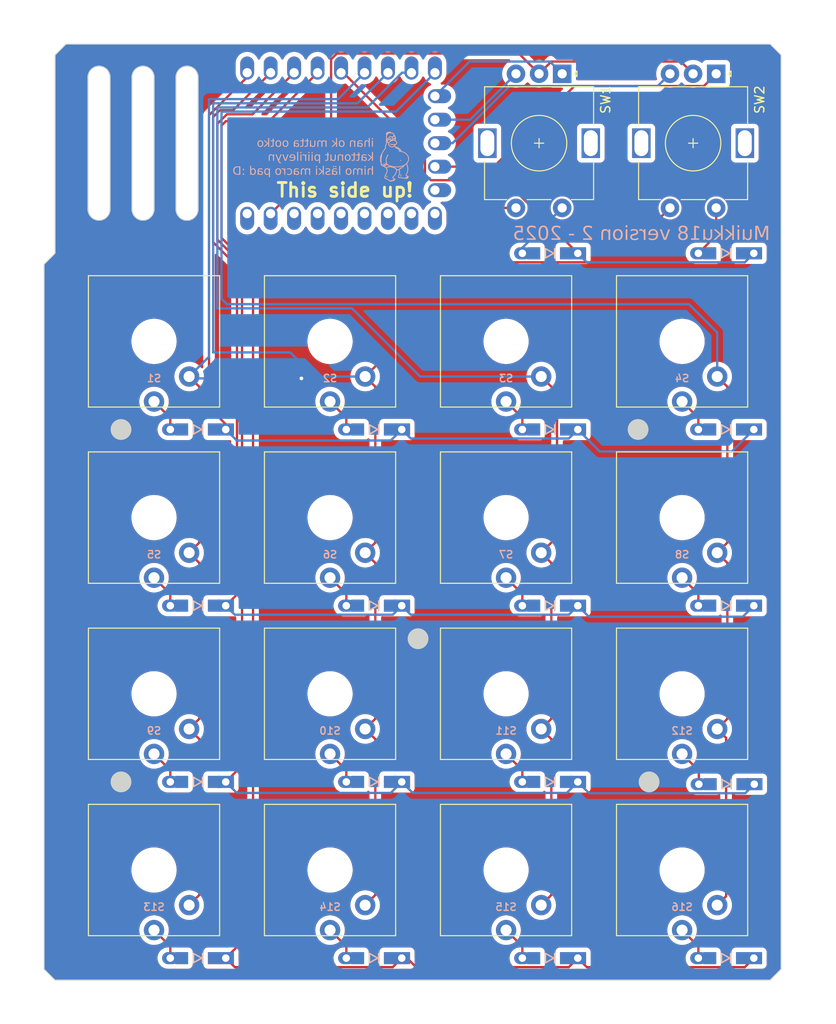
<source format=kicad_pcb>
(kicad_pcb (version 20240108) (generator "pcbnew") (generator_version "8.0")
  (layers (0 "F.Cu" signal) (31 "B.Cu" signal) (34 "B.Paste" user) (35 "F.Paste" user) (36 "B.SilkS" user "B.Silkscreen") (37 "F.SilkS" user "F.Silkscreen") (38 "B.Mask" user) (39 "F.Mask" user) (44 "Edge.Cuts" user))
  (net 0 "")
  (net 1 "ROW0")
  (net 2 "Net-(D1-A)")
  (net 3 "Net-(D2-A)")
  (net 4 "Net-(D3-A)")
  (net 5 "Net-(D4-A)")
  (net 6 "ROW1")
  (net 7 "Net-(D5-A)")
  (net 8 "Net-(D6-A)")
  (net 9 "Net-(D7-A)")
  (net 10 "Net-(D8-A)")
  (net 11 "ROW2")
  (net 12 "Net-(D9-A)")
  (net 13 "Net-(D10-A)")
  (net 14 "Net-(D11-A)")
  (net 15 "Net-(D12-A)")
  (net 16 "ROW4")
  (net 17 "Net-(D13-A)")
  (net 18 "Net-(D14-A)")
  (net 19 "Net-(D15-A)")
  (net 20 "Net-(D16-A)")
  (net 21 "ROW3")
  (net 22 "Net-(D18-A)")
  (net 23 "COL0")
  (net 24 "COL1")
  (net 25 "COL2")
  (net 26 "COL3")
  (net 27 "R0A")
  (net 28 "R0B")
  (net 29 "GND")
  (net 30 "R1A")
  (net 31 "R1B")
  (net 32 "Net-(D17-A)")
  (footprint "ScottoKeebs_MCU:RP2040_Zero" (layer "F.Cu") (at 115.490625 54.76875 90)
    (property "Reference" "U2" (hide yes))
    (property "Value" "RP2040_Zero" (hide yes))
  )
  (footprint "own:SW_Redragon_LowProfile_PCB_1.00u" (layer "F.Cu") (at 152.4 133.35)
    (property "Reference" "S16")
    (property "Value" "Keyswitch")
  )
  (footprint "own:SW_Redragon_LowProfile_PCB_1.00u" (layer "F.Cu") (at 114.3 133.35)
    (property "Reference" "S14")
    (property "Value" "Keyswitch")
  )
  (footprint "own:SW_Redragon_LowProfile_PCB_1.00u" (layer "F.Cu") (at 133.35 114.3)
    (property "Reference" "S11")
    (property "Value" "Keyswitch")
  )
  (footprint "kbd:D3_TH_SMD_v2" (layer "F.Cu") (at 119.0625 123.825 180)
    (property "Reference" "D10" (hide yes))
    (property "Value" "Diode" (hide yes))
  )
  (footprint "own:SW_Redragon_LowProfile_PCB_1.00u" (layer "F.Cu") (at 133.35 76.2)
    (property "Reference" "S3")
    (property "Value" "Keyswitch")
  )
  (footprint "own:SW_Redragon_LowProfile_PCB_1.00u" (layer "F.Cu") (at 152.4 95.25)
    (property "Reference" "S8")
    (property "Value" "Keyswitch")
  )
  (footprint "kbd:D3_TH_SMD_v2" (layer "F.Cu") (at 138.1125 66.675 180)
    (property "Reference" "D17" (hide yes))
    (property "Value" "Diode" (hide yes))
  )
  (footprint "kbd:D3_TH_SMD_v2" (layer "F.Cu") (at 157.1625 142.875 180)
    (property "Reference" "D16" (hide yes))
    (property "Value" "Diode" (hide yes))
  )
  (footprint "own:m2hole" (layer "F.Cu") (at 123.825 108.346875)
    (property "Reference" "REF**" (hide yes))
    (property "Value" "m2hole" (hide yes))
    (fp_circle (center 0 0) (end 1.1 0) (stroke (width 0.05)) (fill solid) (layer "Edge.Cuts"))
  )
  (footprint "own:m2hole" (layer "F.Cu") (at 148.828125 123.825)
    (property "Reference" "REF**" (hide yes))
    (property "Value" "m2hole" (hide yes))
    (fp_circle (center 0 0) (end 1.1 0) (stroke (width 0.05)) (fill solid) (layer "Edge.Cuts"))
  )
  (footprint "own:SW_Redragon_LowProfile_PCB_1.00u" (layer "F.Cu") (at 133.35 133.35)
    (property "Reference" "S15")
    (property "Value" "Keyswitch")
  )
  (footprint "own:SW_Redragon_LowProfile_PCB_1.00u" (layer "F.Cu") (at 95.25 76.2)
    (property "Reference" "S1")
    (property "Value" "Keyswitch")
  )
  (footprint "own:SW_Redragon_LowProfile_PCB_1.00u" (layer "F.Cu") (at 95.25 133.35)
    (property "Reference" "S13")
    (property "Value" "Keyswitch")
  )
  (footprint "kbd:D3_TH_SMD_v2" (layer "F.Cu") (at 157.1625 66.675 180)
    (property "Reference" "D18" (hide yes))
    (property "Value" "Diode" (hide yes))
  )
  (footprint "own:SW_Redragon_LowProfile_PCB_1.00u" (layer "F.Cu") (at 152.4 76.2)
    (property "Reference" "S4")
    (property "Value" "Keyswitch")
  )
  (footprint "own:m2hole" (layer "F.Cu") (at 147.6375 85.725)
    (property "Reference" "REF**" (hide yes))
    (property "Value" "m2hole" (hide yes))
    (fp_circle (center 0 0) (end 1.1 0) (stroke (width 0.05)) (fill solid) (layer "Edge.Cuts"))
  )
  (footprint "kbd:D3_TH_SMD_v2" (layer "F.Cu") (at 100.0125 123.825 180)
    (property "Reference" "D9" (hide yes))
    (property "Value" "Diode" (hide yes))
  )
  (footprint "own:m2hole" (layer "F.Cu") (at 91.678125 85.725)
    (property "Reference" "REF**" (hide yes))
    (property "Value" "m2hole" (hide yes))
    (fp_circle (center 0 0) (end 1.1 0) (stroke (width 0.05)) (fill solid) (layer "Edge.Cuts"))
  )
  (footprint "own:SW_Redragon_LowProfile_PCB_1.00u" (layer "F.Cu") (at 95.25 114.3)
    (property "Reference" "S9")
    (property "Value" "Keyswitch")
  )
  (footprint "kbd:D3_TH_SMD_v2" (layer "F.Cu") (at 157.212501 124.074998 180)
    (property "Reference" "D12" (hide yes))
    (property "Value" "Diode" (hide yes))
  )
  (footprint "own:SW_Redragon_LowProfile_PCB_1.00u" (layer "F.Cu") (at 152.4 114.3)
    (property "Reference" "S12")
    (property "Value" "Keyswitch")
  )
  (footprint "kbd:D3_TH_SMD_v2" (layer "F.Cu") (at 100.0125 85.725 180)
    (property "Reference" "D1" (hide yes))
    (property "Value" "Diode" (hide yes))
  )
  (footprint "kbd:D3_TH_SMD_v2" (layer "F.Cu") (at 119.0625 104.775 180)
    (property "Reference" "D6" (hide yes))
    (property "Value" "Diode" (hide yes))
  )
  (footprint "kbd:D3_TH_SMD_v2" (layer "F.Cu") (at 100.0125 142.875 180)
    (property "Reference" "D13" (hide yes))
    (property "Value" "Diode" (hide yes))
  )
  (footprint "kbd:D3_TH_SMD_v2" (layer "F.Cu") (at 119.0625 85.725 180)
    (property "Reference" "D2" (hide yes))
    (property "Value" "Diode" (hide yes))
  )
  (footprint "own:SW_Redragon_LowProfile_PCB_1.00u" (layer "F.Cu") (at 114.3 76.2)
    (property "Reference" "S2")
    (property "Value" "Keyswitch")
  )
  (footprint "own:SW_Redragon_LowProfile_PCB_1.00u" (layer "F.Cu") (at 133.35 95.25)
    (property "Reference" "S7")
    (property "Value" "Keyswitch")
  )
  (footprint "kbd:D3_TH_SMD_v2" (layer "F.Cu") (at 138.1125 123.825 180)
    (property "Reference" "D11" (hide yes))
    (property "Value" "Diode" (hide yes))
  )
  (footprint "Rotary_Encoder:RotaryEncoder_Alps_EC11E-Switch_Vertical_H20mm" (layer "F.Cu") (at 156.090625 47.26875 -90)
    (property "Reference" "SW2")
    (property "Value" "RotaryEncoder_Switch")
  )
  (footprint "kbd:D3_TH_SMD_v2" (layer "F.Cu") (at 100.0125 104.775 180)
    (property "Reference" "D5" (hide yes))
    (property "Value" "Diode" (hide yes))
  )
  (footprint "kbd:D3_TH_SMD_v2" (layer "F.Cu") (at 119.0625 142.875 180)
    (property "Reference" "D14" (hide yes))
    (property "Value" "Diode" (hide yes))
  )
  (footprint "Rotary_Encoder:RotaryEncoder_Alps_EC11E-Switch_Vertical_H20mm" (layer "F.Cu") (at 139.421875 47.26875 -90)
    (property "Reference" "SW1")
    (property "Value" "RotaryEncoder_Switch")
  )
  (footprint "own:SW_Redragon_LowProfile_PCB_1.00u" (layer "F.Cu") (at 95.25 95.25)
    (property "Reference" "S5")
    (property "Value" "Keyswitch")
  )
  (footprint "kbd:D3_TH_SMD_v2" (layer "F.Cu") (at 157.1625 104.775 180)
    (property "Reference" "D8" (hide yes))
    (property "Value" "Diode" (hide yes))
  )
  (footprint "own:SW_Redragon_LowProfile_PCB_1.00u" (layer "F.Cu") (at 114.3 114.3)
    (property "Reference" "S10")
    (property "Value" "Keyswitch")
  )
  (footprint "kbd:D3_TH_SMD_v2" (layer "F.Cu") (at 138.1125 85.725 180)
    (property "Reference" "D3" (hide yes))
    (property "Value" "Diode" (hide yes))
  )
  (footprint "kbd:D3_TH_SMD_v2" (layer "F.Cu") (at 138.1125 142.875 180)
    (property "Reference" "D15" (hide yes))
    (property "Value" "Diode" (hide yes))
  )
  (footprint "own:SW_Redragon_LowProfile_PCB_1.00u" (layer "F.Cu") (at 114.3 95.25)
    (property "Reference" "S6")
    (property "Value" "Keyswitch")
  )
  (footprint "kbd:D3_TH_SMD_v2" (layer "F.Cu") (at 157.1625 85.725 180)
    (property "Reference" "D4" (hide yes))
    (property "Value" "Diode" (hide yes))
  )
  (footprint "own:m2hole" (layer "F.Cu") (at 91.678125 123.825)
    (property "Reference" "REF**" (hide yes))
    (property "Value" "m2hole" (hide yes))
    (fp_circle (center 0 0) (end 1.1 0) (stroke (width 0.05)) (fill solid) (layer "Edge.Cuts"))
  )
  (footprint "kbd:D3_TH_SMD_v2" (layer "F.Cu") (at 138.1125 104.775 180)
    (property "Reference" "D7" (hide yes))
    (property "Value" "Diode" (hide yes))
  )
  (gr_line (start 120.863785 54.305422) (end 120.853785 54.305422) (stroke (width 0.15)) (layer "B.SilkS"))
  (gr_poly (pts (xy 120.445187 58.270857) (xy 120.443215 58.270973) (xy 120.441236 58.271188) (xy 120.439254 58.271502) (xy 120.437273 58.271916) (xy 120.435297 58.272428) (xy 120.433329 58.27304) (xy 120.431373 58.273751) (xy 120.429433 58.274561) (xy 120.427513 58.275471) (xy 120.425616 58.27648) (xy 120.423747 58.277588) (xy 120.421908 58.278795) (xy 120.420104 58.280101) (xy 120.418338 58.281507) (xy 120.416614 58.283012) (xy 120.414936 58.284616) (xy 120.412059 58.287989) (xy 120.409513 58.292022) (xy 120.407297 58.296716) (xy 120.405411 58.302067) (xy 120.403857 58.308076) (xy 120.402633 58.314741) (xy 120.40174 58.322061) (xy 120.401178 58.330035) (xy 120.400946 58.338663) (xy 120.401046 58.347943) (xy 120.401476 58.357874) (xy 120.402236 58.368455) (xy 120.403328 58.379685) (xy 120.40475 58.391563) (xy 120.408586 58.41726) (xy 120.409768 58.423417) (xy 120.411062 58.429319) (xy 120.412466 58.434964) (xy 120.413976 58.440349) (xy 120.415588 58.44547) (xy 120.4173 58.450326) (xy 120.419109 58.454913) (xy 120.421011 58.459229) (xy 120.423002 58.463272) (xy 120.42508 58.467037) (xy 120.427242 58.470524) (xy 120.429484 58.473728) (xy 120.431803 58.476647) (xy 120.434196 58.479279) (xy 120.436659 58.481621) (xy 120.43919 58.48367) (xy 120.441784 58.485424) (xy 120.44444 58.486879) (xy 120.447153 58.488033) (xy 120.449921 58.488883) (xy 120.452739 58.489427) (xy 120.455606 58.489662) (xy 120.458517 58.489585) (xy 120.46147 58.489194) (xy 120.464461 58.488485) (xy 120.467487 58.487456) (xy 120.470545 58.486104) (xy 120.473631 58.484427) (xy 120.476743 58.482422) (xy 120.479877 58.480086) (xy 120.483029 58.477416) (xy 120.486197 58.47441) (xy 120.488448 58.472081) (xy 120.490443 58.469838) (xy 120.492192 58.467648) (xy 120.493705 58.46548) (xy 120.49499 58.463305) (xy 120.496057 58.46109) (xy 120.496916 58.458805) (xy 120.497574 58.456418) (xy 120.498043 58.4539) (xy 120.498331 58.451218) (xy 120.498447 58.448341) (xy 120.498401 58.44524) (xy 120.498202 58.441882) (xy 120.49786 58.438236) (xy 120.497383 58.434273) (xy 120.496781 58.42996) (xy 120.495693 58.423173) (xy 120.494565 58.414691) (xy 120.492283 58.394065) (xy 120.490133 58.370925) (xy 120.488314 58.348115) (xy 120.487744 58.342232) (xy 120.487097 58.336499) (xy 120.486378 58.330935) (xy 120.485591 58.32556) (xy 120.484742 58.320391) (xy 120.483837 58.315448) (xy 120.48288 58.310748) (xy 120.481876 58.306311) (xy 120.480831 58.302156) (xy 120.47975 58.2983) (xy 120.478637 58.294762) (xy 120.477499 58.291561) (xy 120.476341 58.288716) (xy 120.475166 58.286244) (xy 120.473982 58.284166) (xy 120.472792 58.282499) (xy 120.471435 58.281027) (xy 120.470011 58.279655) (xy 120.468524 58.278381) (xy 120.466978 58.277207) (xy 120.465377 58.276133) (xy 120.463724 58.275157) (xy 120.462024 58.27428) (xy 120.460279 58.273503) (xy 120.458495 58.272825) (xy 120.456673 58.272246) (xy 120.454819 58.271767) (xy 120.452936 58.271387) (xy 120.451027 58.271105) (xy 120.449097 58.270923) (xy 120.447149 58.270841)) (fill solid) (layer "B.SilkS"))
  (gr_poly (pts (xy 121.969261 58.123029) (xy 121.966728 58.12342) (xy 121.964232 58.124014) (xy 121.961778 58.124807) (xy 121.959372 58.125799) (xy 121.957019 58.126988) (xy 121.954724 58.128371) (xy 121.952492 58.129947) (xy 121.950329 58.131715) (xy 121.94824 58.133672) (xy 121.94623 58.135816) (xy 121.944305 58.138147) (xy 121.94247 58.140661) (xy 121.94073 58.143357) (xy 121.93909 58.146234) (xy 121.937557 58.149289) (xy 121.936134 58.152522) (xy 121.934828 58.155929) (xy 121.933644 58.159509) (xy 121.932586 58.16326) (xy 121.931305 58.168655) (xy 121.93011 58.175) (xy 121.927989 58.190236) (xy 121.926249 58.208367) (xy 121.924913 58.228789) (xy 121.924008 58.250896) (xy 121.923557 58.274087) (xy 121.923586 58.297758) (xy 121.92412 58.321304) (xy 121.924358 58.326312) (xy 121.924804 58.331145) (xy 121.925448 58.335798) (xy 121.926284 58.340266) (xy 121.927304 58.344544) (xy 121.928499 58.348627) (xy 121.929862 58.352509) (xy 121.931385 58.356185) (xy 121.933059 58.359651) (xy 121.934878 58.362901) (xy 121.936832 58.365929) (xy 121.938916 58.368731) (xy 121.941119 58.371302) (xy 121.943435 58.373636) (xy 121.945856 58.375728) (xy 121.948373 58.377573) (xy 121.950979 58.379165) (xy 121.953667 58.380501) (xy 121.956427 58.381574) (xy 121.959253 58.382379) (xy 121.962136 58.382912) (xy 121.965068 58.383166) (xy 121.968042 58.383137) (xy 121.97105 58.38282) (xy 121.974084 58.38221) (xy 121.977135 58.3813) (xy 121.980197 58.380087) (xy 121.983261 58.378565) (xy 121.986319 58.376728) (xy 121.989364 58.374573) (xy 121.992387 58.372092) (xy 121.995381 58.369282) (xy 121.997392 58.367148) (xy 121.999198 58.364939) (xy 122.00081 58.362597) (xy 122.002238 58.360066) (xy 122.003492 58.357286) (xy 122.004583 58.354201) (xy 122.005521 58.350752) (xy 122.006317 58.346881) (xy 122.00698 58.34253) (xy 122.007521 58.337642) (xy 122.007951 58.332159) (xy 122.008279 58.326023) (xy 122.008673 58.311559) (xy 122.008786 58.293788) (xy 122.00865 58.280596) (xy 122.008753 58.266701) (xy 122.009072 58.252525) (xy 122.00958 58.23849) (xy 122.010254 58.225017) (xy 122.011068 58.212528) (xy 122.011999 58.201444) (xy 122.01302 58.192188) (xy 122.013746 58.185896) (xy 122.014332 58.180216) (xy 122.014768 58.175098) (xy 122.015048 58.170492) (xy 122.015162 58.16635) (xy 122.015155 58.164437) (xy 122.015103 58.162621) (xy 122.015006 58.160896) (xy 122.014862 58.159256) (xy 122.014671 58.157694) (xy 122.014431 58.156205) (xy 122.014141 58.154781) (xy 122.013801 58.153418) (xy 122.013409 58.152109) (xy 122.012964 58.150847) (xy 122.012466 58.149626) (xy 122.011913 58.148441) (xy 122.011304 58.147284) (xy 122.010638 58.14615) (xy 122.009915 58.145033) (xy 122.009132 58.143926) (xy 122.00829 58.142823) (xy 122.007386 58.141718) (xy 122.005392 58.139478) (xy 122.003142 58.137154) (xy 122.00061 58.134754) (xy 121.998047 58.132579) (xy 121.995457 58.130629) (xy 121.992846 58.1289) (xy 121.990219 58.127391) (xy 121.987581 58.126101) (xy 121.984938 58.125027) (xy 121.982295 58.124168) (xy 121.979656 58.123521) (xy 121.977029 58.123086) (xy 121.974417 58.12286) (xy 121.971826 58.122842)) (fill solid) (layer "B.SilkS"))
  (gr_poly (pts (xy 120.745721 53.525015) (xy 120.731421 53.525891) (xy 120.716494 53.527387) (xy 120.701151 53.529463) (xy 120.685605 53.532082) (xy 120.670067 53.535205) (xy 120.654749 53.538794) (xy 120.639864 53.542811) (xy 120.625622 53.547218) (xy 120.612236 53.551977) (xy 120.599917 53.557048) (xy 120.588878 53.562394) (xy 120.579331 53.567977) (xy 120.577574 53.569026) (xy 120.575497 53.570052) (xy 120.573126 53.57105) (xy 120.570489 53.572012) (xy 120.567612 53.572933) (xy 120.564522 53.573806) (xy 120.561246 53.574626) (xy 120.557811 53.575385) (xy 120.554244 53.576079) (xy 120.550571 53.5767) (xy 120.54682 53.577243) (xy 120.543017 53.577701) (xy 120.539189 53.578067) (xy 120.535363 53.578337) (xy 120.531566 53.578504) (xy 120.527825 53.57856) (xy 120.521505 53.578667) (xy 120.515246 53.578987) (xy 120.509053 53.579517) (xy 120.502928 53.580254) (xy 120.496877 53.581196) (xy 120.490902 53.582342) (xy 120.485007 53.583687) (xy 120.479197 53.58523) (xy 120.473474 53.586969) (xy 120.467844 53.5889) (xy 120.462308 53.591022) (xy 120.456871 53.593332) (xy 120.451538 53.595827) (xy 120.446311 53.598505) (xy 120.441194 53.601364) (xy 120.436191 53.604401) (xy 120.431306 53.607614) (xy 120.426543 53.611) (xy 120.421905 53.614557) (xy 120.417396 53.618282) (xy 120.41302 53.622173) (xy 120.40878 53.626228) (xy 120.404681 53.630443) (xy 120.400726 53.634817) (xy 120.396919 53.639348) (xy 120.393263 53.644031) (xy 120.389762 53.648866) (xy 120.386421 53.65385) (xy 120.383242 53.658979) (xy 120.380229 53.664253) (xy 120.377387 53.669668) (xy 120.374719 53.675222) (xy 120.369308 53.687417) (xy 120.367084 53.692917) (xy 120.365162 53.698174) (xy 120.363524 53.703308) (xy 120.362156 53.708435) (xy 120.361042 53.713674) (xy 120.360168 53.719142) (xy 120.359516 53.724958) (xy 120.359072 53.731239) (xy 120.35882 53.738102) (xy 120.358745 53.745667) (xy 120.359064 53.763369) (xy 120.359903 53.785288) (xy 120.360836 53.804424) (xy 120.361415 53.813122) (xy 120.362075 53.821293) (xy 120.362822 53.828977) (xy 120.363661 53.836212) (xy 120.364597 53.843038) (xy 120.365636 53.849494) (xy 120.366782 53.855619) (xy 120.36804 53.861452) (xy 120.369417 53.867034) (xy 120.370916 53.872402) (xy 120.372544 53.877597) (xy 120.374305 53.882658) (xy 120.376204 53.887623) (xy 120.378247 53.892533) (xy 120.383148 53.903919) (xy 120.385112 53.90875) (xy 120.386758 53.913115) (xy 120.38809 53.917095) (xy 120.389112 53.920773) (xy 120.389508 53.922523) (xy 120.389828 53.924229) (xy 120.390072 53.9259) (xy 120.390242 53.927546) (xy 120.390337 53.929177) (xy 120.390358 53.930805) (xy 120.390306 53.932438) (xy 120.390181 53.934087) (xy 120.389984 53.935763) (xy 120.389715 53.937475) (xy 120.388963 53.94105) (xy 120.38793 53.944894) (xy 120.38662 53.949088) (xy 120.385038 53.953715) (xy 120.383186 53.958855) (xy 120.37709 53.978691) (xy 120.371986 54.000075) (xy 120.367807 54.023756) (xy 120.364489 54.050489) (xy 120.361965 54.081025) (xy 120.360168 54.116117) (xy 120.359032 54.156516) (xy 120.358492 54.202977) (xy 120.35838 54.241635) (xy 120.358657 54.272926) (xy 120.35898 54.286297) (xy 120.359447 54.298413) (xy 120.360073 54.309468) (xy 120.360873 54.319658) (xy 120.361864 54.329179) (xy 120.36306 54.338224) (xy 120.364478 54.346991) (xy 120.366132 54.355675) (xy 120.368038 54.364469) (xy 120.370212 54.373571) (xy 120.375425 54.393477) (xy 120.378392 54.404766) (xy 120.380937 54.414863) (xy 120.383053 54.423833) (xy 120.383946 54.427916) (xy 120.38473 54.431742) (xy 120.385401 54.435319) (xy 120.38596 54.438655) (xy 120.386406 54.441758) (xy 120.386736 54.444637) (xy 120.386951 54.447298) (xy 120.387049 54.449752) (xy 120.387029 54.452005) (xy 120.386891 54.454066) (xy 120.386632 54.455944) (xy 120.386253 54.457645) (xy 120.385751 54.459179) (xy 120.385127 54.460553) (xy 120.384378 54.461776) (xy 120.383505 54.462855) (xy 120.382505 54.463799) (xy 120.381378 54.464617) (xy 120.380124 54.465315) (xy 120.378739 54.465903) (xy 120.377225 54.466388) (xy 120.37558 54.466779) (xy 120.373802 54.467083) (xy 120.371891 54.46731) (xy 120.369845 54.467466) (xy 120.367664 54.46756) (xy 120.365943 54.467695) (xy 120.364221 54.468094) (xy 120.362502 54.468748) (xy 120.36079 54.469648) (xy 120.359089 54.470785) (xy 120.357401 54.472151) (xy 120.354082 54.475531) (xy 120.350862 54.479717) (xy 120.347771 54.484638) (xy 120.344836 54.490223) (xy 120.342088 54.4964) (xy 120.339554 54.503098) (xy 120.337265 54.510245) (xy 120.335248 54.51777) (xy 120.333533 54.525603) (xy 120.332149 54.533671) (xy 120.331124 54.541904) (xy 120.330488 54.550229) (xy 120.33027 54.558577) (xy 120.330461 54.568303) (xy 120.331043 54.577653) (xy 120.332023 54.586645) (xy 120.333412 54.595299) (xy 120.335218 54.603634) (xy 120.337451 54.611671) (xy 120.34012 54.619429) (xy 120.343234 54.626928) (xy 120.346804 54.634186) (xy 120.350837 54.641225) (xy 120.355344 54.648063) (xy 120.360333 54.65472) (xy 120.365814 54.661216) (xy 120.371797 54.66757) (xy 120.37829 54.673802) (xy 120.385303 54.679932) (xy 120.412114 54.70251) (xy 120.369075 54.787882) (xy 120.352526 54.822787) (xy 120.335109 54.863652) (xy 120.317543 54.908371) (xy 120.300548 54.954835) (xy 120.284843 55.000934) (xy 120.271146 55.044561) (xy 120.260179 55.083608) (xy 120.252659 55.115966) (xy 120.251343 55.125311) (xy 120.250068 55.137154) (xy 120.248876 55.151015) (xy 120.247808 55.166413) (xy 120.246905 55.182869) (xy 120.246209 55.199905) (xy 120.245761 55.217039) (xy 120.245603 55.233793) (xy 120.245535 55.259577) (xy 120.245412 55.270185) (xy 120.245195 55.279456) (xy 120.244858 55.287528) (xy 120.244636 55.291158) (xy 120.244375 55.29454) (xy 120.244071 55.297692) (xy 120.243721 55.30063) (xy 120.243321 55.303373) (xy 120.242869 55.305937) (xy 120.242361 55.308339) (xy 120.241794 55.310598) (xy 120.241165 55.31273) (xy 120.24047 55.314753) (xy 120.239706 55.316684) (xy 120.238871 55.318541) (xy 120.23796 55.320339) (xy 120.236971 55.322098) (xy 120.2359 55.323834) (xy 120.234745 55.325565) (xy 120.233501 55.327308) (xy 120.232166 55.32908) (xy 120.229209 55.33278) (xy 120.225848 55.336805) (xy 120.220001 55.343756) (xy 120.211218 55.354708) (xy 120.186601 55.38637) (xy 120.155501 55.427292) (xy 120.121425 55.472977) (xy 120.071756 55.540417) (xy 120.049291 55.572048) (xy 120.028347 55.602391) (xy 120.008878 55.631523) (xy 119.990841 55.659521) (xy 119.97419 55.686462) (xy 119.958883 55.712425) (xy 119.944873 55.737486) (xy 119.932117 55.761724) (xy 119.92057 55.785216) (xy 119.910188 55.808038) (xy 119.900927 55.83027) (xy 119.892741 55.851988) (xy 119.885587 55.87327) (xy 119.879419 55.894193) (xy 119.877535 55.9007) (xy 119.875587 55.906988) (xy 119.87358 55.913056) (xy 119.871515 55.918899) (xy 119.869397 55.924515) (xy 119.867228 55.9299) (xy 119.865012 55.935051) (xy 119.862751 55.939966) (xy 119.860449 55.944642) (xy 119.858108 55.949074) (xy 119.855733 55.95326) (xy 119.853325 55.957197) (xy 119.850889 55.960883) (xy 119.848426 55.964312) (xy 119.845941 55.967484) (xy 119.843437 55.970394) (xy 119.837855 55.977025) (xy 119.831756 55.985411) (xy 119.825236 55.995356) (xy 119.818389 56.006663) (xy 119.804096 56.032579) (xy 119.789638 56.061587) (xy 119.775775 56.092116) (xy 119.763268 56.122595) (xy 119.75776 56.137325) (xy 119.752877 56.151454) (xy 119.748713 56.164785) (xy 119.745364 56.177121) (xy 119.736272 56.214392) (xy 119.728982 56.249727) (xy 119.723313 56.285096) (xy 119.719082 56.322466) (xy 119.716108 56.363804) (xy 119.714209 56.411079) (xy 119.713203 56.466259) (xy 119.712909 56.53131) (xy 119.713224 56.599354) (xy 119.713676 56.628475) (xy 119.714375 56.654705) (xy 119.715359 56.678327) (xy 119.716666 56.699622) (xy 119.718336 56.718873) (xy 119.720405 56.736362) (xy 119.722913 56.752371) (xy 119.725897 56.767182) (xy 119.729395 56.781077) (xy 119.733447 56.794339) (xy 119.73809 56.807249) (xy 119.743362 56.82009) (xy 119.749302 56.833144) (xy 119.755948 56.846693) (xy 119.761095 56.857737) (xy 119.763384 56.863316) (xy 119.765506 56.869029) (xy 119.767474 56.874948) (xy 119.769305 56.881147) (xy 119.771014 56.887697) (xy 119.772616 56.894671) (xy 119.775564 56.91018) (xy 119.778272 56.928251) (xy 119.780864 56.949465) (xy 119.783464 56.974399) (xy 119.785534 56.993166) (xy 119.787984 57.012091) (xy 119.790732 57.030668) (xy 119.793695 57.048394) (xy 119.79679 57.064764) (xy 119.799934 57.079273) (xy 119.803046 57.091418) (xy 119.804564 57.096446) (xy 119.806042 57.100693) (xy 119.807555 57.104794) (xy 119.809307 57.109016) (xy 119.813472 57.117762) (xy 119.818432 57.12681) (xy 119.824078 57.136037) (xy 119.830302 57.145323) (xy 119.836998 57.154544) (xy 119.844058 57.16358) (xy 119.851374 57.172307) (xy 119.858839 57.180605) (xy 119.866345 57.18835) (xy 119.873785 57.195422) (xy 119.881051 57.201698) (xy 119.888037 57.207056) (xy 119.894633 57.211375) (xy 119.897752 57.213106) (xy 119.900734 57.214531) (xy 119.903564 57.215636) (xy 119.906231 57.216404) (xy 119.908154 57.217006) (xy 119.910208 57.217747) (xy 119.912373 57.218615) (xy 119.914631 57.219601) (xy 119.916964 57.220695) (xy 119.919352 57.221886) (xy 119.921778 57.223164) (xy 119.924222 57.224518) (xy 119.926667 57.225939) (xy 119.929093 57.227415) (xy 119.931481 57.228937) (xy 119.933814 57.230494) (xy 119.936072 57.232075) (xy 119.938237 57.233671) (xy 119.940291 57.235272) (xy 119.942214 57.236866) (xy 119.949063 57.242758) (xy 119.956823 57.248751) (xy 119.965362 57.254779) (xy 119.974548 57.260777) (xy 119.984252 57.26668) (xy 119.994341 57.272423) (xy 120.004685 57.277941) (xy 120.015151 57.283168) (xy 120.025609 57.288039) (xy 120.035928 57.29249) (xy 120.045975 57.296455) (xy 120.055621 57.29987) (xy 120.064733 57.302668) (xy 120.073181 57.304785) (xy 120.080833 57.306156) (xy 120.087559 57.306716) (xy 120.092279 57.307025) (xy 120.096678 57.307439) (xy 120.100801 57.307979) (xy 120.10469 57.308667) (xy 120.108389 57.309524) (xy 120.111942 57.310573) (xy 120.11539 57.311834) (xy 120.118779 57.31333) (xy 120.122152 57.315083) (xy 120.125551 57.317113) (xy 120.129021 57.319443) (xy 120.132604 57.322094) (xy 120.136344 57.325089) (xy 120.140285 57.328449) (xy 120.14447 57.332195) (xy 120.148942 57.336349) (xy 120.162143 57.348512) (xy 120.175509 57.360364) (xy 120.188972 57.371858) (xy 120.202465 57.382949) (xy 120.215921 57.393588) (xy 120.229272 57.403731) (xy 120.242452 57.41333) (xy 120.255393 57.422338) (xy 120.268028 57.430711) (xy 120.28029 57.4384) (xy 120.292111 57.445359) (xy 120.303426 57.451542) (xy 120.314165 57.456902) (xy 120.324263 57.461393) (xy 120.333652 57.464969) (xy 120.342264 57.467582) (xy 120.344612 57.468568) (xy 120.347147 57.47031) (xy 120.352715 57.475914) (xy 120.358846 57.484093) (xy 120.365415 57.494548) (xy 120.372298 57.506979) (xy 120.379372 57.521086) (xy 120.386511 57.53657) (xy 120.393593 57.553131) (xy 120.400493 57.570469) (xy 120.407087 57.588285) (xy 120.413251 57.606278) (xy 120.418861 57.624149) (xy 120.423793 57.641599) (xy 120.427923 57.658328) (xy 120.431127 57.674035) (xy 120.433281 57.688421) (xy 120.434142 57.697401) (xy 120.434613 57.70711) (xy 120.434702 57.717502) (xy 120.434416 57.728528) (xy 120.433762 57.740141) (xy 120.432747 57.752293) (xy 120.429665 57.778027) (xy 120.425226 57.805348) (xy 120.419489 57.833876) (xy 120.412512 57.863231) (xy 120.404353 57.893032) (xy 120.39517 57.920594) (xy 120.382481 57.953853) (xy 120.367146 57.990899) (xy 120.350025 58.029822) (xy 120.331978 58.068712) (xy 120.313866 58.105658) (xy 120.296546 58.138752) (xy 120.280881 58.166082) (xy 120.272146 58.181024) (xy 120.263688 58.196948) (xy 120.255537 58.21376) (xy 120.24772 58.231368) (xy 120.240267 58.249679) (xy 120.233206 58.2686) (xy 120.226567 58.288038) (xy 120.220379 58.307899) (xy 120.214671 58.328091) (xy 120.209471 58.348521) (xy 120.204808 58.369095) (xy 120.200712 58.389721) (xy 120.197211 58.410306) (xy 120.194334 58.430756) (xy 120.192111 58.450979) (xy 120.19057 58.470882) (xy 120.189999 58.48559) (xy 120.189909 58.492008) (xy 120.189974 58.497925) (xy 120.190213 58.503432) (xy 120.190644 58.508623) (xy 120.191286 58.513587) (xy 120.192157 58.518419) (xy 120.193276 58.523209) (xy 120.194662 58.52805) (xy 120.196334 58.533034) (xy 120.198309 58.538252) (xy 120.200606 58.543797) (xy 120.203245 58.54976) (xy 120.209619 58.56331) (xy 120.21477 58.573189) (xy 120.219997 58.58225) (xy 120.225446 58.590583) (xy 120.23126 58.598279) (xy 120.237582 58.60543) (xy 120.244557 58.612126) (xy 120.252327 58.618458) (xy 120.261037 58.624517) (xy 120.27083 58.630394) (xy 120.281849 58.636181) (xy 120.29424 58.641967) (xy 120.308144 58.647844) (xy 120.323706 58.653904) (xy 120.341069 58.660236) (xy 120.381775 58.674082) (xy 120.41939 58.686683) (xy 120.435477 58.692338) (xy 120.450126 58.697762) (xy 120.463617 58.703104) (xy 120.476231 58.708511) (xy 120.488251 58.714134) (xy 120.499956 58.72012) (xy 120.511628 58.726619) (xy 120.523548 58.733779) (xy 120.535997 58.741749) (xy 120.549256 58.750679) (xy 120.579331 58.772011) (xy 120.61602 58.798966) (xy 120.653712 58.826813) (xy 120.688956 58.852411) (xy 120.717719 58.872983) (xy 120.735964 58.885749) (xy 120.747623 58.89329) (xy 120.75932 58.900039) (xy 120.771061 58.905999) (xy 120.78285 58.911171) (xy 120.794693 58.915558) (xy 120.806595 58.919161) (xy 120.818561 58.921983) (xy 120.830597 58.924026) (xy 120.842706 58.925291) (xy 120.854896 58.925781) (xy 120.86717 58.925498) (xy 120.879534 58.924444) (xy 120.891993 58.922622) (xy 120.904552 58.920032) (xy 120.917217 58.916677) (xy 120.929992 58.91256) (xy 120.934079 58.91113) (xy 120.938377 58.909754) (xy 120.947466 58.90718) (xy 120.956967 58.90487) (xy 120.966593 58.902858) (xy 120.976053 58.901177) (xy 120.985058 58.89986) (xy 120.99332 58.898939) (xy 121.000547 58.898449) (xy 121.004348 58.898359) (xy 121.008332 58.898092) (xy 121.012483 58.897653) (xy 121.016786 58.897049) (xy 121.021226 58.896283) (xy 121.025786 58.895361) (xy 121.030452 58.894288) (xy 121.035208 58.893069) (xy 121.040038 58.89171) (xy 121.044927 58.890215) (xy 121.04986 58.88859) (xy 121.05482 58.88684) (xy 121.064763 58.882986) (xy 121.069714 58.880892) (xy 121.074631 58.878693) (xy 121.081198 58.875698) (xy 121.087181 58.873054) (xy 121.092641 58.87075) (xy 121.097639 58.868771) (xy 121.102235 58.867107) (xy 121.106492 58.865745) (xy 121.11047 58.864672) (xy 121.11423 58.863877) (xy 121.117833 58.863345) (xy 121.121339 58.863066) (xy 121.124811 58.863027) (xy 121.128308 58.863215) (xy 121.131892 58.863618) (xy 121.135624 58.864224) (xy 121.139565 58.86502) (xy 121.143775 58.865993) (xy 121.147977 58.866967) (xy 121.151889 58.867764) (xy 121.15557 58.868373) (xy 121.159077 58.868782) (xy 121.162468 58.868981) (xy 121.165802 58.868957) (xy 121.169135 58.8687) (xy 121.172527 58.868198) (xy 121.176034 58.86744) (xy 121.179714 58.866414) (xy 121.183627 58.865109) (xy 121.187828 58.863513) (xy 121.192377 58.861616) (xy 121.197331 58.859405) (xy 121.208686 58.853999) (xy 121.212667 58.852068) (xy 121.216655 58.849992) (xy 121.220625 58.847792) (xy 121.22455 58.845488) (xy 121.228405 58.843102) (xy 121.232164 58.840654) (xy 121.235801 58.838165) (xy 121.23929 58.835654) (xy 121.242605 58.833144) (xy 121.245721 58.830655) (xy 121.248612 58.828207) (xy 121.251251 58.825821) (xy 121.253614 58.823517) (xy 121.255673 58.821317) (xy 121.257404 58.819241) (xy 121.258781 58.81731) (xy 121.260076 58.815419) (xy 121.261567 58.813461) (xy 121.263236 58.811451) (xy 121.265065 58.809405) (xy 121.267033 58.807339) (xy 121.269124 58.805267) (xy 121.271318 58.803206) (xy 121.273597 58.80117) (xy 121.275942 58.799176) (xy 121.278335 58.797239) (xy 121.280757 58.795374) (xy 121.283188 58.793597) (xy 121.285612 58.791923) (xy 121.288009 58.790368) (xy 121.29036 58.788947) (xy 121.292647 58.787677) (xy 121.301822 58.782712) (xy 121.310547 58.777358) (xy 121.318802 58.77164) (xy 121.326569 58.765584) (xy 121.333828 58.759213) (xy 121.340558 58.752553) (xy 121.34674 58.745629) (xy 121.352355 58.738464) (xy 121.357383 58.731085) (xy 121.361804 58.723515) (xy 121.365599 58.71578) (xy 121.368748 58.707905) (xy 121.371232 58.699914) (xy 121.372218 58.695882) (xy 121.37303 58.691831) (xy 121.373666 58.687764) (xy 121.374123 58.683683) (xy 121.374399 58.679592) (xy 121.374492 58.675493) (xy 121.374429 58.671418) (xy 121.374224 58.667626) (xy 121.37385 58.664072) (xy 121.373279 58.66071) (xy 121.372485 58.657492) (xy 121.371441 58.654372) (xy 121.370817 58.652835) (xy 121.37012 58.651304) (xy 121.368495 58.648241) (xy 121.366539 58.645137) (xy 121.364225 58.641945) (xy 121.361527 58.638619) (xy 121.358418 58.635111) (xy 121.354871 58.631377) (xy 121.350858 58.627368) (xy 121.346354 58.623039) (xy 121.34133 58.618343) (xy 121.337634 58.615065) (xy 121.333455 58.611602) (xy 121.323835 58.604232) (xy 121.312842 58.596466) (xy 121.300849 58.588534) (xy 121.288228 58.580668) (xy 121.27535 58.5731) (xy 121.262588 58.566061) (xy 121.250314 58.559782) (xy 121.239829 58.554652) (xy 121.229339 58.5491) (xy 121.218938 58.5432) (xy 121.208719 58.537028) (xy 121.198778 58.530657) (xy 121.189208 58.524163) (xy 121.180102 58.517618) (xy 121.171556 58.511099) (xy 121.163663 58.504679) (xy 121.156518 58.498432) (xy 121.150213 58.492433) (xy 121.144844 58.486757) (xy 121.14254 58.484063) (xy 121.140505 58.481478) (xy 121.13875 58.47901) (xy 121.137289 58.47667) (xy 121.136131 58.474466) (xy 121.13529 58.472408) (xy 121.134777 58.470504) (xy 121.134603 58.468765) (xy 121.135067 58.467493) (xy 121.136429 58.465297) (xy 121.141669 58.458347) (xy 121.149969 58.448339) (xy 121.160973 58.435692) (xy 121.174325 58.42083) (xy 121.189669 58.404174) (xy 121.206651 58.386145) (xy 121.224914 58.367166) (xy 121.259986 58.330295) (xy 121.291809 58.295575) (xy 121.320623 58.262544) (xy 121.346666 58.23074) (xy 121.37018 58.1997) (xy 121.391403 58.168964) (xy 121.410576 58.138068) (xy 121.427938 58.106551) (xy 121.443729 58.073951) (xy 121.458188 58.039806) (xy 121.471557 58.003654) (xy 121.484073 57.965032) (xy 121.495978 57.92348) (xy 121.507511 57.878534) (xy 121.518912 57.829733) (xy 121.53042 57.776616) (xy 121.536538 57.747644) (xy 121.541797 57.723699) (xy 121.5456 57.707163) (xy 121.54677 57.702417) (xy 121.547353 57.700416) (xy 121.547894 57.700143) (xy 121.548971 57.699856) (xy 121.552622 57.699247) (xy 121.558093 57.698605) (xy 121.565168 57.697946) (xy 121.58327 57.696645) (xy 121.605208 57.695477) (xy 121.617051 57.694726) (xy 121.629572 57.69357) (xy 121.642391 57.692066) (xy 121.655127 57.690273) (xy 121.667399 57.688249) (xy 121.678829 57.686051) (xy 121.689034 57.683737) (xy 121.69356 57.682555) (xy 121.697636 57.681366) (xy 121.701568 57.680209) (xy 121.705415 57.679122) (xy 121.709156 57.67811) (xy 121.712772 57.677176) (xy 121.716244 57.676325) (xy 121.719551 57.675561) (xy 121.722674 57.674888) (xy 121.725594 57.67431) (xy 121.72829 57.673831) (xy 121.730744 57.673456) (xy 121.732934 57.673188) (xy 121.734843 57.673031) (xy 121.73645 57.672991) (xy 121.737736 57.67307) (xy 121.738252 57.673156) (xy 121.73868 57.673273) (xy 121.739018 57.673423) (xy 121.739264 57.673605) (xy 121.741118 57.676289) (xy 121.743216 57.680792) (xy 121.745521 57.68695) (xy 121.747995 57.694595) (xy 121.753303 57.713689) (xy 121.758843 57.736752) (xy 121.764317 57.762461) (xy 121.769427 57.789492) (xy 121.773875 57.816524) (xy 121.777364 57.842232) (xy 121.779648 57.864838) (xy 121.781217 57.887614) (xy 121.782083 57.910464) (xy 121.782259 57.933293) (xy 121.781757 57.956007) (xy 121.780589 57.978509) (xy 121.778768 58.000706) (xy 121.776306 58.022502) (xy 121.773215 58.043801) (xy 121.769509 58.06451) (xy 121.765199 58.084532) (xy 121.760298 58.103773) (xy 121.754819 58.122137) (xy 121.748772 58.13953) (xy 121.742172 58.155857) (xy 121.735031 58.171021) (xy 121.729177 58.182874) (xy 121.723291 58.19583) (xy 121.717424 58.209718) (xy 121.711626 58.224368) (xy 121.700441 58.25527) (xy 121.69014 58.287173) (xy 121.681129 58.318712) (xy 121.673813 58.348523) (xy 121.670917 58.362355) (xy 121.668597 58.375242) (xy 121.666903 58.387016) (xy 121.665886 58.397504) (xy 121.66542 58.409214) (xy 121.665365 58.420041) (xy 121.665753 58.430045) (xy 121.666122 58.434758) (xy 121.666614 58.439287) (xy 121.667231 58.44364) (xy 121.667979 58.447825) (xy 121.668861 58.45185) (xy 121.66988 58.455721) (xy 121.671041 58.459447) (xy 121.672347 58.463034) (xy 121.673802 58.466491) (xy 121.675411 58.469824) (xy 121.677177 58.473042) (xy 121.679104 58.476151) (xy 121.681196 58.47916) (xy 121.683456 58.482075) (xy 121.685889 58.484904) (xy 121.688499 58.487655) (xy 121.691289 58.490336) (xy 121.694263 58.492953) (xy 121.697425 58.495514) (xy 121.700779 58.498027) (xy 121.704329 58.500499) (xy 121.708079 58.502938) (xy 121.716193 58.507746) (xy 121.725153 58.51251) (xy 121.736471 58.51802) (xy 121.74724 58.52292) (xy 121.757604 58.527228) (xy 121.767707 58.530965) (xy 121.777694 58.534147) (xy 121.78771 58.536794) (xy 121.7979 58.538924) (xy 121.808408 58.540556) (xy 121.81938 58.541708) (xy 121.830959 58.5424) (xy 121.84329 58.542649) (xy 121.856519 58.542474) (xy 121.870789 58.541894) (xy 121.886246 58.540928) (xy 121.921297 58.53791) (xy 122.01302 58.529444) (xy 122.063114 58.551315) (xy 122.088096 58.561776) (xy 122.099557 58.566169) (xy 122.110574 58.570046) (xy 122.12133 58.573439) (xy 122.132009 58.576381) (xy 122.142793 58.578903) (xy 122.153866 58.581037) (xy 122.16541 58.582816) (xy 122.177608 58.584271) (xy 122.190644 58.585435) (xy 122.204699 58.58634) (xy 122.236602 58.587499) (xy 122.274781 58.588004) (xy 122.306491 58.58811) (xy 122.331875 58.588589) (xy 122.342741 58.589042) (xy 122.35268 58.589679) (xy 122.361909 58.590528) (xy 122.370648 58.59162) (xy 122.379114 58.592985) (xy 122.387525 58.594653) (xy 122.396099 58.596654) (xy 122.405055 58.599018) (xy 122.41461 58.601774) (xy 122.424983 58.604953) (xy 122.449053 58.612699) (xy 122.464528 58.617609) (xy 122.479987 58.622213) (xy 122.495016 58.626404) (xy 122.509201 58.630073) (xy 122.52213 58.633115) (xy 122.533389 58.63542) (xy 122.538263 58.636263) (xy 122.542564 58.636882) (xy 122.546241 58.637263) (xy 122.549242 58.637393) (xy 122.554438 58.637238) (xy 122.559687 58.636783) (xy 122.564962 58.63604) (xy 122.570232 58.635023) (xy 122.575469 58.633746) (xy 122.580644 58.632221) (xy 122.585729 58.630464) (xy 122.590693 58.628486) (xy 122.595509 58.626301) (xy 122.600146 58.623923) (xy 122.604577 58.621365) (xy 122.608773 58.618641) (xy 122.612704 58.615763) (xy 122.616341 58.612747) (xy 122.619656 58.609604) (xy 122.622619 58.606348) (xy 122.623734 58.605175) (xy 122.624954 58.60404) (xy 122.626269 58.602949) (xy 122.627669 58.601906) (xy 122.629143 58.600917) (xy 122.630681 58.599986) (xy 122.632273 58.59912) (xy 122.633908 58.598323) (xy 122.635577 58.597601) (xy 122.637268 58.596958) (xy 122.638972 58.596399) (xy 122.640677 58.595931) (xy 122.642375 58.595558) (xy 122.644053 58.595285) (xy 122.645703 58.595117) (xy 122.647314 58.59506) (xy 122.650606 58.594964) (xy 122.653993 58.594678) (xy 122.65747 58.594207) (xy 122.661028 58.593555) (xy 122.668361 58.59173) (xy 122.675933 58.589239) (xy 122.683687 58.58612) (xy 122.691565 58.58241) (xy 122.69951 58.578145) (xy 122.707462 58.573364) (xy 122.715366 58.568104) (xy 122.723161 58.562401) (xy 122.730791 58.556292) (xy 122.738198 58.549816) (xy 122.745324 58.543009) (xy 122.752111 58.535909) (xy 122.758501 58.528552) (xy 122.764436 58.520977) (xy 122.780032 58.498475) (xy 122.78672 58.487697) (xy 122.792662 58.477223) (xy 122.797854 58.467042) (xy 122.80229 58.457146) (xy 122.805965 58.447527) (xy 122.808875 58.438173) (xy 122.811015 58.429077) (xy 122.812381 58.420229) (xy 122.812967 58.41162) (xy 122.812768 58.403241) (xy 122.811781 58.395083) (xy 122.809999 58.387136) (xy 122.807419 58.379391) (xy 122.804035 58.37184) (xy 122.799844 58.364473) (xy 122.794839 58.35728) (xy 122.789016 58.350253) (xy 122.782371 58.343382) (xy 122.774899 58.336659) (xy 122.766594 58.330074) (xy 122.757453 58.323617) (xy 122.74747 58.317281) (xy 122.73664 58.311055) (xy 122.724959 58.30493) (xy 122.699025 58.292949) (xy 122.669628 58.281263) (xy 122.636731 58.269799) (xy 122.610165 58.261486) (xy 122.599694 58.258087) (xy 122.591024 58.254883) (xy 122.584098 58.251643) (xy 122.581272 58.249936) (xy 122.578861 58.248132) (xy 122.576859 58.246203) (xy 122.575257 58.244119) (xy 122.57405 58.241852) (xy 122.573231 58.239372) (xy 122.572791 58.23665) (xy 122.572725 58.233657) (xy 122.573026 58.230364) (xy 122.573685 58.226742) (xy 122.574698 58.222762) (xy 122.576055 58.218395) (xy 122.579779 58.208383) (xy 122.584801 58.196473) (xy 122.591065 58.182433) (xy 122.607097 58.147032) (xy 122.629696 58.095491) (xy 122.651228 58.044131) (xy 122.671354 57.993863) (xy 122.689735 57.945596) (xy 122.706034 57.900239) (xy 122.719909 57.858702) (xy 122.731023 57.821895) (xy 122.739036 57.790727) (xy 122.745815 57.757687) (xy 122.751328 57.723258) (xy 122.755568 57.687638) (xy 122.758527 57.651027) (xy 122.760196 57.613621) (xy 122.760354 57.597449) (xy 122.676021 57.597449) (xy 122.675112 57.63142) (xy 122.674105 57.646556) (xy 122.672714 57.660199) (xy 122.665368 57.711922) (xy 122.656012 57.76138) (xy 122.643829 57.811135) (xy 122.627999 57.863752) (xy 122.607705 57.921792) (xy 122.582127 57.987819) (xy 122.550447 58.064397) (xy 122.511847 58.154088) (xy 122.506747 58.166065) (xy 122.502031 58.177645) (xy 122.497707 58.18881) (xy 122.493778 58.199541) (xy 122.490251 58.209822) (xy 122.487129 58.219634) (xy 122.484419 58.228961) (xy 122.482126 58.237784) (xy 122.480254 58.246087) (xy 122.478809 58.253851) (xy 122.477796 58.261059) (xy 122.47722 58.267693) (xy 122.477086 58.273736) (xy 122.4774 58.279171) (xy 122.478167 58.283979) (xy 122.478722 58.286143) (xy 122.479392 58.288143) (xy 122.480993 58.290932) (xy 122.483633 58.293983) (xy 122.487245 58.297262) (xy 122.491761 58.300733) (xy 122.497112 58.304361) (xy 122.503229 58.308111) (xy 122.510045 58.311948) (xy 122.517492 58.315836) (xy 122.525501 58.319741) (xy 122.534003 58.323628) (xy 122.542932 58.32746) (xy 122.552218 58.331204) (xy 122.561794 58.334824) (xy 122.571591 58.338285) (xy 122.581541 58.341551) (xy 122.591575 58.344588) (xy 122.608376 58.349681) (xy 122.622796 58.354113) (xy 122.628617 58.355957) (xy 122.633247 58.357486) (xy 122.636488 58.358652) (xy 122.637526 58.359083) (xy 122.638142 58.359404) (xy 122.638854 58.359977) (xy 122.639406 58.360762) (xy 122.639803 58.361748) (xy 122.640052 58.362924) (xy 122.640156 58.364279) (xy 122.640123 58.365801) (xy 122.639663 58.369304) (xy 122.638715 58.373345) (xy 122.637323 58.377834) (xy 122.63553 58.382683) (xy 122.633379 58.387803) (xy 122.630914 58.393105) (xy 122.628178 58.398499) (xy 122.625215 58.403898) (xy 122.622068 58.409212) (xy 122.618781 58.414353) (xy 122.615396 58.419231) (xy 122.611957 58.423757) (xy 122.608508 58.427843) (xy 122.589458 58.446893) (xy 122.545008 58.425726) (xy 122.535554 58.421368) (xy 122.526989 58.417552) (xy 122.519242 58.414273) (xy 122.512244 58.411527) (xy 122.509004 58.410353) (xy 122.505924 58.409311) (xy 122.502996 58.4084) (xy 122.500211 58.407619) (xy 122.497561 58.406969) (xy 122.495036 58.406449) (xy 122.492628 58.406057) (xy 122.490328 58.405795) (xy 122.488127 58.40566) (xy 122.486017 58.405653) (xy 122.483988 58.405774) (xy 122.482032 58.406021) (xy 122.48014 58.406394) (xy 122.478304 58.406892) (xy 122.476514 58.407516) (xy 122.474761 58.408264) (xy 122.473038 58.409136) (xy 122.471335 58.410132) (xy 122.469643 58.411251) (xy 122.467954 58.412492) (xy 122.466259 58.413855) (xy 122.464548 58.415339) (xy 122.462814 58.416945) (xy 122.461047 58.418671) (xy 122.458523 58.421322) (xy 122.456242 58.423984) (xy 122.454203 58.426653) (xy 122.452406 58.429327) (xy 122.450848 58.432004) (xy 122.44953 58.434681) (xy 122.448451 58.437355) (xy 122.447609 58.440025) (xy 122.447003 58.442688) (xy 122.446634 58.44534) (xy 122.446499 58.447981) (xy 122.446599 58.450607) (xy 122.446931 58.453216) (xy 122.447495 58.455806) (xy 122.448291 58.458373) (xy 122.449317 58.460916) (xy 122.450573 58.463433) (xy 122.452057 58.465919) (xy 122.453769 58.468375) (xy 122.455707 58.470795) (xy 122.457872 58.47318) (xy 122.460261 58.475525) (xy 122.462874 58.477828) (xy 122.465711 58.480088) (xy 122.468769 58.482301) (xy 122.472049 58.484464) (xy 122.475549 58.486577) (xy 122.479269 58.488636) (xy 122.483207 58.490638) (xy 122.487363 58.492582) (xy 122.491736 58.494464) (xy 122.496325 58.496283) (xy 122.502881 58.498944) (xy 122.509053 58.501636) (xy 122.514836 58.504355) (xy 122.520226 58.507097) (xy 122.525219 58.50986) (xy 122.529811 58.512641) (xy 122.533999 58.515436) (xy 122.535939 58.516838) (xy 122.537776 58.518243) (xy 122.539511 58.519649) (xy 122.541141 58.521057) (xy 122.542667 58.522467) (xy 122.544088 58.523877) (xy 122.545404 58.525288) (xy 122.546613 58.526699) (xy 122.547716 58.52811) (xy 122.548713 58.52952) (xy 122.549601 58.53093) (xy 122.550382 58.532337) (xy 122.551054 58.533743) (xy 122.551618 58.535147) (xy 122.552071 58.536548) (xy 122.552415 58.537946) (xy 122.552648 58.539341) (xy 122.55277 58.540732) (xy 122.552725 58.542726) (xy 122.552579 58.544482) (xy 122.552314 58.546008) (xy 122.55213 58.546688) (xy 122.55191 58.547314) (xy 122.55165 58.547887) (xy 122.551348 58.548409) (xy 122.551003 58.54888) (xy 122.550612 58.549302) (xy 122.550171 58.549676) (xy 122.54968 58.550003) (xy 122.549136 58.550285) (xy 122.548536 58.550522) (xy 122.547878 58.550715) (xy 122.547161 58.550866) (xy 122.54638 58.550977) (xy 122.545535 58.551047) (xy 122.54364 58.551072) (xy 122.541459 58.550952) (xy 122.538971 58.550695) (xy 122.536159 58.550311) (xy 122.533003 58.549809) (xy 122.529486 58.549199) (xy 122.524143 58.547793) (xy 122.517304 58.545759) (xy 122.509258 58.543196) (xy 122.500294 58.540203) (xy 122.48077 58.533324) (xy 122.470789 58.529636) (xy 122.461047 58.525916) (xy 122.446674 58.520664) (xy 122.432847 58.516446) (xy 122.42573 58.514675) (xy 122.418259 58.513104) (xy 122.401604 58.510481) (xy 122.381576 58.508421) (xy 122.356868 58.506766) (xy 122.326173 58.505359) (xy 122.288186 58.504043) (xy 122.248665 58.502317) (xy 122.217421 58.500681) (xy 122.204409 58.499822) (xy 122.192874 58.498897) (xy 122.182619 58.497874) (xy 122.173445 58.496723) (xy 122.165156 58.495416) (xy 122.157555 58.493922) (xy 122.150443 58.49221) (xy 122.143624 58.490252) (xy 122.136901 58.488017) (xy 122.130074 58.485474) (xy 122.122948 58.482595) (xy 122.115325 58.479349) (xy 122.089069 58.468502) (xy 122.077227 58.464037) (xy 122.066013 58.460178) (xy 122.055259 58.456902) (xy 122.044793 58.454185) (xy 122.034445 58.452003) (xy 122.024044 58.450333) (xy 122.01342 58.449151) (xy 122.002402 58.448433) (xy 121.99082 58.448155) (xy 121.978503 58.448294) (xy 121.96528 58.448825) (xy 121.950982 58.449725) (xy 121.918475 58.452538) (xy 121.894342 58.45482) (xy 121.88388 58.455688) (xy 121.874367 58.456374) (xy 121.865709 58.456879) (xy 121.857815 58.457201) (xy 121.850593 58.457342) (xy 121.843951 58.4573) (xy 121.837796 58.457077) (xy 121.832038 58.456672) (xy 121.826583 58.456085) (xy 121.82134 58.455316) (xy 121.816217 58.454365) (xy 121.811122 58.453233) (xy 121.805963 58.451918) (xy 121.800647 58.450421) (xy 121.791426 58.447524) (xy 121.783302 58.444873) (xy 121.776213 58.4424) (xy 121.770099 58.440036) (xy 121.767388 58.438874) (xy 121.764898 58.437714) (xy 121.762622 58.436547) (xy 121.760551 58.435365) (xy 121.758677 58.434159) (xy 121.756994 58.43292) (xy 121.755494 58.431641) (xy 121.754169 58.430313) (xy 121.753011 58.428926) (xy 121.752013 58.427474) (xy 121.751167 58.425946) (xy 121.750466 58.424335) (xy 121.749902 58.422632) (xy 121.749467 58.420828) (xy 121.749154 58.418915) (xy 121.748954 58.416885) (xy 121.748862 58.414729) (xy 121.748868 58.412438) (xy 121.749146 58.407418) (xy 121.749728 58.401757) (xy 121.750553 58.395388) (xy 121.753761 58.379686) (xy 121.759416 58.35828) (xy 121.767122 58.332409) (xy 121.776482 58.303313) (xy 121.787098 58.272233) (xy 121.798575 58.240408) (xy 121.810514 58.20908) (xy 121.822519 58.179487) (xy 121.833185 58.151932) (xy 121.842429 58.123287) (xy 121.850251 58.093619) (xy 121.856651 58.062994) (xy 121.861628 58.03148) (xy 121.865184 57.999145) (xy 121.867317 57.966056) (xy 121.868028 57.932279) (xy 121.867317 57.897882) (xy 121.865184 57.862932) (xy 121.861628 57.827496) (xy 121.856651 57.791642) (xy 121.850251 57.755436) (xy 121.842429 57.718946) (xy 121.833185 57.682239) (xy 121.826118 57.657816) (xy 121.468494 57.657816) (xy 121.468331 57.658788) (xy 121.467221 57.661768) (xy 121.465541 57.667817) (xy 121.460834 57.687627) (xy 121.454936 57.715243) (xy 121.448575 57.747688) (xy 121.438983 57.794958) (xy 121.429249 57.838903) (xy 121.419368 57.879574) (xy 121.409329 57.917021) (xy 121.399124 57.951293) (xy 121.388746 57.982439) (xy 121.378186 58.01051) (xy 121.372836 58.023408) (xy 121.367436 58.035555) (xy 121.360237 58.050344) (xy 121.352143 58.065597) (xy 121.343168 58.081299) (xy 121.333327 58.097434) (xy 121.322634 58.113986) (xy 121.311105 58.130941) (xy 121.298752 58.148282) (xy 121.285592 58.165994) (xy 121.256904 58.202469) (xy 121.225157 58.240243) (xy 121.190466 58.27919) (xy 121.152947 58.319188) (xy 121.120466 58.352799) (xy 121.106896 58.367031) (xy 121.09497 58.379722) (xy 121.084587 58.391003) (xy 121.075643 58.401006) (xy 121.068037 58.409861) (xy 121.061666 58.417701) (xy 121.058912 58.421281) (xy 121.056428 58.424656) (xy 121.054201 58.427842) (xy 121.05222 58.430857) (xy 121.05047 58.433716) (xy 121.04894 58.436436) (xy 121.047616 58.439033) (xy 121.046486 58.441524) (xy 121.045536 58.443925) (xy 121.044755 58.446253) (xy 121.044129 58.448523) (xy 121.043646 58.450753) (xy 121.043292 58.452958) (xy 121.043055 58.455156) (xy 121.042922 58.457362) (xy 121.042881 58.459593) (xy 121.043246 58.46493) (xy 121.044313 58.470839) (xy 121.046039 58.477246) (xy 121.048382 58.484078) (xy 121.0513 58.491261) (xy 121.05475 58.498723) (xy 121.05869 58.506388) (xy 121.063077 58.514186) (xy 121.06787 58.522041) (xy 121.073025 58.52988) (xy 121.078501 58.537631) (xy 121.084255 58.545219) (xy 121.090244 58.552572) (xy 121.096427 58.559615) (xy 121.102761 58.566276) (xy 121.109203 58.572482) (xy 121.112643 58.575627) (xy 121.116582 58.57896) (xy 121.120974 58.582452) (xy 121.125772 58.586075) (xy 121.136401 58.593603) (xy 121.148097 58.601322) (xy 121.160487 58.609007) (xy 121.173199 58.616436) (xy 121.185862 58.623386) (xy 121.198103 58.629632) (xy 121.215347 58.63827) (xy 121.230582 58.646213) (xy 121.243835 58.653494) (xy 121.255132 58.660147) (xy 121.260054 58.663249) (xy 121.264498 58.666205) (xy 121.268465 58.669021) (xy 121.271959 58.671701) (xy 121.274983 58.674248) (xy 121.277541 58.676667) (xy 121.279636 58.678962) (xy 121.28127 58.681138) (xy 121.282448 58.683197) (xy 121.283172 58.685145) (xy 121.283446 58.686985) (xy 121.283273 58.688722) (xy 121.282655 58.69036) (xy 121.281597 58.691903) (xy 121.280102 58.693355) (xy 121.278172 58.69472) (xy 121.275812 58.696002) (xy 121.273024 58.697205) (xy 121.269811 58.698335) (xy 121.266177 58.699394) (xy 121.262125 58.700387) (xy 121.257658 58.701318) (xy 121.252779 58.702191) (xy 121.247492 58.70301) (xy 121.242576 58.703507) (xy 121.237631 58.703681) (xy 121.232677 58.703538) (xy 121.227736 58.703087) (xy 121.222828 58.702334) (xy 121.217974 58.701286) (xy 121.213195 58.699951) (xy 121.20851 58.698335) (xy 121.203941 58.696447) (xy 121.199509 58.694294) (xy 121.195233 58.691882) (xy 121.191136 58.689218) (xy 121.187236 58.686311) (xy 121.183556 58.683168) (xy 121.180116 58.679794) (xy 121.176936 58.676199) (xy 121.174491 58.673456) (xy 121.171924 58.670914) (xy 121.169248 58.668573) (xy 121.166474 58.666431) (xy 121.163613 58.664488) (xy 121.160677 58.662742) (xy 121.157676 58.661193) (xy 121.154623 58.659839) (xy 121.151528 58.658679) (xy 121.148404 58.657712) (xy 121.145261 58.656938) (xy 121.14211 58.656355) (xy 121.138964 58.655962) (xy 121.135833 58.655758) (xy 121.13273 58.655743) (xy 121.129664 58.655914) (xy 121.126648 58.656271) (xy 121.123693 58.656814) (xy 121.12081 58.65754) (xy 121.118011 58.65845) (xy 121.115307 58.659541) (xy 121.11271 58.660813) (xy 121.11023 58.662265) (xy 121.10788 58.663896) (xy 121.10567 58.665704) (xy 121.103612 58.667689) (xy 121.101717 58.66985) (xy 121.099997 58.672186) (xy 121.098463 58.674695) (xy 121.097127 58.677377) (xy 121.095999 58.680231) (xy 121.095091 58.683255) (xy 121.094556 58.685632) (xy 121.094141 58.688001) (xy 121.093847 58.690362) (xy 121.093674 58.692716) (xy 121.093622 58.695063) (xy 121.093692 58.697402) (xy 121.093884 58.699735) (xy 121.094199 58.702062) (xy 121.094637 58.704382) (xy 121.095198 58.706697) (xy 121.095883 58.709005) (xy 121.096692 58.711309) (xy 121.097625 58.713607) (xy 121.098684 58.7159) (xy 121.099868 58.718188) (xy 121.101177 58.720473) (xy 121.102613 58.722753) (xy 121.104175 58.725029) (xy 121.105864 58.727301) (xy 121.10768 58.72957) (xy 121.111696 58.7341) (xy 121.116225 58.738619) (xy 121.121272 58.743129) (xy 121.126838 58.747634) (xy 121.132927 58.752134) (xy 121.139542 58.756632) (xy 121.142648 58.758747) (xy 121.145609 58.760848) (xy 121.148411 58.762922) (xy 121.15104 58.764956) (xy 121.153483 58.766936) (xy 121.155727 58.768849) (xy 121.157758 58.770681) (xy 121.159562 58.772419) (xy 121.161126 58.77405) (xy 121.161815 58.774821) (xy 121.162438 58.77556) (xy 121.162994 58.776265) (xy 121.163483 58.776935) (xy 121.163901 58.777568) (xy 121.164247 58.778163) (xy 121.16452 58.778717) (xy 121.164718 58.779229) (xy 121.16484 58.779698) (xy 121.164882 58.780121) (xy 121.164845 58.780497) (xy 121.164726 58.780825) (xy 121.164524 58.781102) (xy 121.164236 58.781327) (xy 121.163033 58.781821) (xy 121.161521 58.781969) (xy 121.159675 58.781758) (xy 121.157467 58.781173) (xy 121.154871 58.780199) (xy 121.151859 58.778822) (xy 121.148404 58.777027) (xy 121.144481 58.774801) (xy 121.135118 58.768993) (xy 121.123557 58.761285) (xy 121.10958 58.751558) (xy 121.092975 58.739699) (xy 121.087688 58.735969) (xy 121.082663 58.732718) (xy 121.080243 58.73127) (xy 121.07788 58.729941) (xy 121.075573 58.728731) (xy 121.073319 58.727638) (xy 121.071115 58.726664) (xy 121.06896 58.725806) (xy 121.066851 58.725067) (xy 121.064785 58.724444) (xy 121.062759 58.723938) (xy 121.060772 58.723549) (xy 121.058821 58.723275) (xy 121.056904 58.723118) (xy 121.055017 58.723077) (xy 121.053159 58.723151) (xy 121.051327 58.72334) (xy 121.049519 58.723645) (xy 121.047732 58.724064) (xy 121.045963 58.724597) (xy 121.044211 58.725245) (xy 121.042473 58.726007) (xy 121.040746 58.726882) (xy 121.039028 58.727871) (xy 121.037316 58.728973) (xy 121.035609 58.730187) (xy 121.033903 58.731515) (xy 121.032196 58.732955) (xy 121.030486 58.734507) (xy 121.02877 58.736171) (xy 121.025785 58.739347) (xy 121.023178 58.742528) (xy 121.022015 58.744122) (xy 121.020947 58.745719) (xy 121.019972 58.74732) (xy 121.01909 58.748926) (xy 121.018302 58.750537) (xy 121.017606 58.752154) (xy 121.017002 58.753777) (xy 121.016491 58.755407) (xy 121.016072 58.757045) (xy 121.015745 58.758691) (xy 121.015509 58.760347) (xy 121.015364 58.762012) (xy 121.01531 58.763687) (xy 121.015347 58.765374) (xy 121.015474 58.767072) (xy 121.015692 58.768782) (xy 121.015999 58.770505) (xy 121.016397 58.772242) (xy 121.016883 58.773993) (xy 121.017459 58.775759) (xy 121.018123 58.777541) (xy 121.018876 58.779338) (xy 121.020647 58.782984) (xy 121.02277 58.786703) (xy 121.025242 58.790499) (xy 121.027093 58.793124) (xy 121.028672 58.795458) (xy 121.029972 58.797526) (xy 121.030515 58.798468) (xy 121.030985 58.799351) (xy 121.031383 58.80018) (xy 121.031706 58.800957) (xy 121.031953 58.801686) (xy 121.032125 58.802368) (xy 121.03222 58.803007) (xy 121.032236 58.803607) (xy 121.032174 58.80417) (xy 121.032033 58.804698) (xy 121.03181 58.805196) (xy 121.031506 58.805665) (xy 121.03112 58.80611) (xy 121.03065 58.806532) (xy 121.030097 58.806936) (xy 121.029458 58.807323) (xy 121.028733 58.807697) (xy 121.027921 58.808061) (xy 121.026032 58.808769) (xy 121.023785 58.809473) (xy 121.021172 58.810195) (xy 121.018186 58.81096) (xy 121.01261 58.812198) (xy 121.009901 58.812653) (xy 121.007241 58.812995) (xy 121.004627 58.813225) (xy 121.002056 58.81334) (xy 120.999525 58.813339) (xy 120.997031 58.81322) (xy 120.994571 58.812983) (xy 120.992142 58.812625) (xy 120.989742 58.812146) (xy 120.987366 58.811543) (xy 120.985013 58.810816) (xy 120.98268 58.809963) (xy 120.980362 58.808983) (xy 120.978058 58.807873) (xy 120.975764 58.806634) (xy 120.973477 58.805263) (xy 120.971195 58.803759) (xy 120.968914 58.80212) (xy 120.966632 58.800346) (xy 120.964345 58.798434) (xy 120.962051 58.796383) (xy 120.959746 58.794192) (xy 120.955094 58.789384) (xy 120.950363 58.783999) (xy 120.945532 58.778024) (xy 120.940575 58.771449) (xy 120.937875 58.767773) (xy 120.935081 58.764166) (xy 120.932214 58.760648) (xy 120.929297 58.757239) (xy 120.926351 58.753957) (xy 120.923398 58.750824) (xy 120.920459 58.747858) (xy 120.917556 58.745079) (xy 120.914712 58.742507) (xy 120.911946 58.740161) (xy 120.909282 58.738061) (xy 120.906742 58.736226) (xy 120.904345 58.734677) (xy 120.902115 58.733433) (xy 120.900074 58.732514) (xy 120.89913 58.732182) (xy 120.898242 58.731938) (xy 120.894712 58.731215) (xy 120.891271 58.730761) (xy 120.887923 58.730566) (xy 120.884674 58.730622) (xy 120.881529 58.73092) (xy 120.878494 58.731453) (xy 120.875575 58.73221) (xy 120.872776 58.733184) (xy 120.870103 58.734365) (xy 120.867562 58.735746) (xy 120.865157 58.737317) (xy 120.862895 58.739069) (xy 120.860781 58.740995) (xy 120.85882 58.743085) (xy 120.857018 58.745331) (xy 120.855379 58.747725) (xy 120.853911 58.750256) (xy 120.852617 58.752918) (xy 120.851503 58.755701) (xy 120.850576 58.758596) (xy 120.849839 58.761595) (xy 120.849299 58.76469) (xy 120.848961 58.76787) (xy 120.848831 58.771129) (xy 120.848914 58.774457) (xy 120.849214 58.777846) (xy 120.849739 58.781287) (xy 120.850493 58.78477) (xy 120.851481 58.788289) (xy 120.85271 58.791833) (xy 120.854184 58.795395) (xy 120.855908 58.798966) (xy 120.85699 58.801204) (xy 120.858113 58.803414) (xy 120.85927 58.805582) (xy 120.86045 58.807697) (xy 120.861648 58.809745) (xy 120.862854 58.811715) (xy 120.86406 58.813594) (xy 120.865257 58.815369) (xy 120.866438 58.817029) (xy 120.867594 58.818561) (xy 120.868717 58.819952) (xy 120.869799 58.82119) (xy 120.870831 58.822263) (xy 120.871805 58.823158) (xy 120.872268 58.823535) (xy 120.872714 58.823863) (xy 120.87314 58.82414) (xy 120.873547 58.824365) (xy 120.876619 58.826439) (xy 120.877882 58.827441) (xy 120.878968 58.828418) (xy 120.87988 58.829369) (xy 120.88062 58.830292) (xy 120.88119 58.831186) (xy 120.881595 58.832049) (xy 120.881836 58.832881) (xy 120.881917 58.833678) (xy 120.88184 58.834441) (xy 120.881609 58.835168) (xy 120.881225 58.835857) (xy 120.880693 58.836507) (xy 120.880014 58.837116) (xy 120.879192 58.837683) (xy 120.878229 58.838207) (xy 120.877129 58.838686) (xy 120.874526 58.839503) (xy 120.871406 58.840125) (xy 120.867793 58.840538) (xy 120.863708 58.840733) (xy 120.859175 58.840697) (xy 120.854215 58.840419) (xy 120.848853 58.839888) (xy 120.842256 58.839022) (xy 120.835602 58.837688) (xy 120.828749 58.835801) (xy 120.821557 58.833273) (xy 120.813885 58.830018) (xy 120.805594 58.825948) (xy 120.796541 58.820976) (xy 120.786588 58.815017) (xy 120.775592 58.807983) (xy 120.763415 58.799787) (xy 120.73495 58.779563) (xy 120.700069 58.75365) (xy 120.657647 58.721355) (xy 120.626861 58.698181) (xy 120.612852 58.688091) (xy 120.599472 58.678845) (xy 120.586502 58.670326) (xy 120.573721 58.662418) (xy 120.560909 58.655007) (xy 120.547845 58.647977) (xy 120.534311 58.64121) (xy 120.520085 58.634593) (xy 120.504947 58.628009) (xy 120.488678 58.621342) (xy 120.451864 58.607297) (xy 120.407881 58.591532) (xy 120.39183 58.585983) (xy 120.377468 58.580941) (xy 120.36468 58.576349) (xy 120.353355 58.572151) (xy 120.343377 58.568293) (xy 120.334633 58.564718) (xy 120.330688 58.56302) (xy 120.327009 58.561371) (xy 120.323582 58.559765) (xy 120.320392 58.558195) (xy 120.317425 58.556654) (xy 120.314668 58.555134) (xy 120.312105 58.55363) (xy 120.309723 58.552134) (xy 120.307507 58.550639) (xy 120.305444 58.549138) (xy 120.303518 58.547624) (xy 120.301717 58.54609) (xy 120.300025 58.544529) (xy 120.298428 58.542934) (xy 120.296912 58.541299) (xy 120.295463 58.539616) (xy 120.294067 58.537878) (xy 120.29271 58.536078) (xy 120.290053 58.532265) (xy 120.286904 58.527208) (xy 120.284072 58.521608) (xy 120.281564 58.515531) (xy 120.279382 58.509048) (xy 120.27753 58.502226) (xy 120.276014 58.495133) (xy 120.274836 58.487837) (xy 120.274002 58.480407) (xy 120.273514 58.472911) (xy 120.273379 58.465417) (xy 120.273599 58.457993) (xy 120.274178 58.450708) (xy 120.275121 58.443629) (xy 120.276432 58.436825) (xy 120.278116 58.430365) (xy 120.280175 58.424315) (xy 120.281716 58.419802) (xy 120.283637 58.413346) (xy 120.285855 58.405253) (xy 120.288289 58.395829) (xy 120.29347 58.37421) (xy 120.296053 58.362628) (xy 120.29852 58.350938) (xy 120.301811 58.33776) (xy 120.305796 58.323829) (xy 120.310376 58.309452) (xy 120.315453 58.294934) (xy 120.320927 58.280582) (xy 120.326698 58.266701) (xy 120.332668 58.253597) (xy 120.338737 58.241577) (xy 120.37837 58.165104) (xy 120.411464 58.098636) (xy 120.425767 58.068642) (xy 120.438687 58.040535) (xy 120.450306 58.014111) (xy 120.460709 57.989164) (xy 120.469979 57.965491) (xy 120.478201 57.942887) (xy 120.485457 57.921147) (xy 120.491831 57.900066) (xy 120.497407 57.87944) (xy 120.502269 57.859064) (xy 120.506501 57.838733) (xy 120.510186 57.818244) (xy 120.513448 57.796187) (xy 120.516071 57.775406) (xy 120.518028 57.75572) (xy 120.519292 57.73695) (xy 120.519838 57.718916) (xy 120.519637 57.701438) (xy 120.518663 57.684336) (xy 120.516889 57.667431) (xy 120.514288 57.650542) (xy 120.510834 57.63349) (xy 120.506499 57.616094) (xy 120.501257 57.598176) (xy 120.49508 57.579555) (xy 120.487942 57.560051) (xy 120.479816 57.539485) (xy 120.470675 57.517677) (xy 120.466655 57.508062) (xy 120.463056 57.499301) (xy 120.459868 57.491351) (xy 120.457082 57.484174) (xy 120.454689 57.477728) (xy 120.452679 57.471974) (xy 120.451044 57.466871) (xy 120.450363 57.464551) (xy 120.449773 57.462379) (xy 120.449272 57.460349) (xy 120.448858 57.458457) (xy 120.448531 57.456698) (xy 120.448289 57.455066) (xy 120.448131 57.453556) (xy 120.448057 57.452164) (xy 120.448064 57.450884) (xy 120.448153 57.449712) (xy 120.44832 57.448642) (xy 120.448567 57.447669) (xy 120.44889 57.446789) (xy 120.449289 57.445995) (xy 120.449764 57.445284) (xy 120.450312 57.44465) (xy 120.450933 57.444088) (xy 120.451625 57.443593) (xy 120.457403 57.439873) (xy 120.464081 57.435887) (xy 120.479704 57.427321) (xy 120.497626 57.418293) (xy 120.516977 57.409198) (xy 120.536891 57.400433) (xy 120.5565 57.392396) (xy 120.574934 57.385484) (xy 120.591325 57.380093) (xy 120.602093 57.377176) (xy 120.614427 57.374512) (xy 120.628142 57.372109) (xy 120.643051 57.369973) (xy 120.675711 57.366525) (xy 120.710917 57.364218) (xy 120.747181 57.363102) (xy 120.783016 57.363226) (xy 120.816932 57.36464) (xy 120.832706 57.365846) (xy 120.847442 57.367393) (xy 120.877052 57.371616) (xy 120.912077 57.377624) (xy 120.950394 57.384955) (xy 120.989876 57.393146) (xy 121.028399 57.401734) (xy 121.063838 57.410256) (xy 121.094068 57.418249) (xy 121.116964 57.425249) (xy 121.146271 57.435939) (xy 121.175999 57.447661) (xy 121.20538 57.460062) (xy 121.233645 57.472786) (xy 121.260025 57.485476) (xy 121.283751 57.497778) (xy 121.294378 57.503672) (xy 121.304053 57.509335) (xy 121.312681 57.514724) (xy 121.320164 57.519793) (xy 121.330835 57.527664) (xy 121.342331 57.536589) (xy 121.354435 57.546365) (xy 121.366929 57.556791) (xy 121.379597 57.567663) (xy 121.392222 57.578779) (xy 121.404586 57.589936) (xy 121.416472 57.600932) (xy 121.427664 57.611564) (xy 121.437945 57.62163) (xy 121.447097 57.630927) (xy 121.454903 57.639253) (xy 121.461147 57.646404) (xy 121.46561 57.652179) (xy 121.467107 57.654486) (xy 121.468077 57.656374) (xy 121.468494 57.657816) (xy 121.826118 57.657816) (xy 121.822519 57.645383) (xy 121.821951 57.643197) (xy 121.82158 57.641124) (xy 121.821472 57.640125) (xy 121.821419 57.639147) (xy 121.821422 57.638188) (xy 121.821483 57.637246) (xy 121.821605 57.636319) (xy 121.821787 57.635404) (xy 121.822034 57.634498) (xy 121.822346 57.6336) (xy 121.822725 57.632707) (xy 121.823173 57.631817) (xy 121.823692 57.630928) (xy 121.824283 57.630037) (xy 121.824949 57.629141) (xy 121.825691 57.628239) (xy 121.827412 57.626407) (xy 121.829458 57.624521) (xy 121.831846 57.622562) (xy 121.834589 57.620513) (xy 121.837703 57.618353) (xy 121.841201 57.616066) (xy 121.845097 57.613632) (xy 121.852058 57.60933) (xy 121.859641 57.604415) (xy 121.876252 57.593072) (xy 121.894087 57.580258) (xy 121.912301 57.566625) (xy 121.930053 57.552826) (xy 121.946499 57.539516) (xy 121.960795 57.527347) (xy 121.966873 57.521894) (xy 121.972097 57.516971) (xy 121.974424 57.514808) (xy 121.977152 57.51256) (xy 121.980252 57.510245) (xy 121.983695 57.507876) (xy 121.987452 57.505471) (xy 121.991495 57.503043) (xy 121.995793 57.50061) (xy 122.00032 57.498186) (xy 122.009938 57.493427) (xy 122.020119 57.488892) (xy 122.030631 57.484704) (xy 122.035938 57.482779) (xy 122.041242 57.480988) (xy 122.051638 57.477369) (xy 122.062497 57.473469) (xy 122.073488 57.469404) (xy 122.084281 57.465289) (xy 122.094544 57.461241) (xy 122.103948 57.457374) (xy 122.112161 57.453805) (xy 122.118853 57.450649) (xy 122.127049 57.445753) (xy 122.137164 57.438401) (xy 122.148916 57.428883) (xy 122.162024 57.417488) (xy 122.176207 57.404505) (xy 122.191183 57.390225) (xy 122.222393 57.358927) (xy 122.253405 57.325909) (xy 122.281969 57.293486) (xy 122.29463 57.278222) (xy 122.299411 57.272143) (xy 122.192936 57.272143) (xy 122.192619 57.272684) (xy 122.191689 57.273758) (xy 122.188119 57.277391) (xy 122.175033 57.289782) (xy 122.155729 57.307465) (xy 122.132259 57.328588) (xy 122.119928 57.339067) (xy 122.108227 57.348589) (xy 122.096991 57.357222) (xy 122.086056 57.365034) (xy 122.075257 57.372094) (xy 122.06443 57.37847) (xy 122.053411 57.38423) (xy 122.042036 57.389442) (xy 122.030139 57.394175) (xy 122.017557 57.398496) (xy 122.004126 57.402474) (xy 121.989681 57.406177) (xy 121.974058 57.409673) (xy 121.957092 57.413031) (xy 121.918475 57.419605) (xy 121.905358 57.421924) (xy 121.893508 57.424399) (xy 121.888051 57.425702) (xy 121.882902 57.427054) (xy 121.878059 57.428456) (xy 121.873518 57.429912) (xy 121.869277 57.431425) (xy 121.865333 57.432998) (xy 121.861683 57.434634) (xy 121.858324 57.436335) (xy 121.855253 57.438105) (xy 121.852468 57.439947) (xy 121.849966 57.441864) (xy 121.847743 57.443858) (xy 121.845798 57.445933) (xy 121.844126 57.448091) (xy 121.842726 57.450336) (xy 121.841594 57.45267) (xy 121.840728 57.455097) (xy 121.840125 57.45762) (xy 121.839782 57.460241) (xy 121.839695 57.462963) (xy 121.839863 57.46579) (xy 121.840283 57.468724) (xy 121.840951 57.471768) (xy 121.841864 57.474926) (xy 121.843021 57.4782) (xy 121.844418 57.481593) (xy 121.846051 57.485108) (xy 121.84792 57.488749) (xy 121.849028 57.490793) (xy 121.84952 57.491762) (xy 121.849971 57.492697) (xy 121.850382 57.4936) (xy 121.850752 57.494471) (xy 121.851081 57.495312) (xy 121.85137 57.496124) (xy 121.851619 57.496908) (xy 121.851827 57.497666) (xy 121.851996 57.498397) (xy 121.852124 57.499105) (xy 121.852213 57.499789) (xy 121.852262 57.500451) (xy 121.852271 57.501092) (xy 121.852241 57.501713) (xy 121.852172 57.502316) (xy 121.852064 57.502901) (xy 121.851916 57.503471) (xy 121.85173 57.504024) (xy 121.851505 57.504564) (xy 121.851241 57.505092) (xy 121.850939 57.505607) (xy 121.850598 57.506112) (xy 121.85022 57.506608) (xy 121.849803 57.507096) (xy 121.849348 57.507576) (xy 121.848855 57.508051) (xy 121.848325 57.508521) (xy 121.847757 57.508988) (xy 121.847151 57.509452) (xy 121.846508 57.509916) (xy 121.805182 57.535452) (xy 121.786979 57.546256) (xy 121.770165 57.555854) (xy 121.754555 57.564323) (xy 121.73996 57.571741) (xy 121.726194 57.578186) (xy 121.71307 57.583735) (xy 121.700401 57.588464) (xy 121.688 57.592453) (xy 121.675679 57.595779) (xy 121.663251 57.598518) (xy 121.650531 57.600749) (xy 121.637329 57.602549) (xy 121.62346 57.603995) (xy 121.608736 57.605166) (xy 121.550175 57.608693) (xy 121.495847 57.556482) (xy 121.461243 57.524226) (xy 121.445337 57.509941) (xy 121.430154 57.496741) (xy 121.415536 57.484522) (xy 121.401329 57.473176) (xy 121.387376 57.462596) (xy 121.373522 57.452677) (xy 121.359609 57.443313) (xy 121.345483 57.434395) (xy 121.330986 57.425819) (xy 121.315964 57.417477) (xy 121.300259 57.409263) (xy 121.283716 57.401071) (xy 121.266179 57.392795) (xy 121.247492 57.384327) (xy 121.194575 57.360338) (xy 121.236909 57.365982) (xy 121.278974 57.368839) (xy 121.34444 57.370579) (xy 121.425548 57.371278) (xy 121.514545 57.371009) (xy 121.685179 57.367867) (xy 121.751305 57.365143) (xy 121.794297 57.361749) (xy 121.833893 57.355855) (xy 121.874918 57.348862) (xy 121.916622 57.340926) (xy 121.958251 57.332204) (xy 121.999053 57.322854) (xy 122.038276 57.313033) (xy 122.075168 57.302897) (xy 122.108975 57.292605) (xy 122.122475 57.288243) (xy 122.134461 57.284404) (xy 122.145019 57.281063) (xy 122.154241 57.278196) (xy 122.158378 57.276933) (xy 122.162214 57.27578) (xy 122.16576 57.274733) (xy 122.169027 57.27379) (xy 122.172027 57.272948) (xy 122.17477 57.272204) (xy 122.177267 57.271555) (xy 122.179531 57.270997) (xy 122.181571 57.270528) (xy 122.183398 57.270146) (xy 122.185025 57.269846) (xy 122.186462 57.269626) (xy 122.18772 57.269483) (xy 122.188286 57.26944) (xy 122.188811 57.269414) (xy 122.189296 57.269407) (xy 122.189745 57.269416) (xy 122.190156 57.269443) (xy 122.190533 57.269487) (xy 122.190876 57.269546) (xy 122.191187 57.269622) (xy 122.191467 57.269713) (xy 122.191718 57.26982) (xy 122.19194 57.269941) (xy 122.192136 57.270076) (xy 122.192307 57.270226) (xy 122.192454 57.270389) (xy 122.192578 57.270566) (xy 122.192682 57.270755) (xy 122.192765 57.270957) (xy 122.19283 57.271172) (xy 122.192879 57.271398) (xy 122.192912 57.271635) (xy 122.192936 57.272143) (xy 122.299411 57.272143) (xy 122.305836 57.263974) (xy 122.315306 57.251033) (xy 122.322758 57.239688) (xy 122.331724 57.22591) (xy 122.335939 57.219866) (xy 122.340111 57.214266) (xy 122.34434 57.209021) (xy 122.348729 57.204044) (xy 122.353378 57.199244) (xy 122.358389 57.194532) (xy 122.363863 57.189821) (xy 122.369901 57.185021) (xy 122.376605 57.180043) (xy 122.384076 57.174799) (xy 122.392414 57.169199) (xy 122.401723 57.163154) (xy 122.423653 57.149377) (xy 122.438961 57.139802) (xy 122.454444 57.129797) (xy 122.469678 57.119661) (xy 122.484242 57.109689) (xy 122.497716 57.100181) (xy 122.509675 57.091433) (xy 122.519701 57.083744) (xy 122.527369 57.07741) (xy 122.533387 57.072173) (xy 122.538767 57.067563) (xy 122.54355 57.06356) (xy 122.54573 57.06178) (xy 122.547775 57.060146) (xy 122.549692 57.058654) (xy 122.551484 57.057303) (xy 122.553157 57.056089) (xy 122.554717 57.055011) (xy 122.556167 57.054067) (xy 122.557513 57.053253) (xy 122.55876 57.052568) (xy 122.559913 57.05201) (xy 122.560978 57.051576) (xy 122.561958 57.051263) (xy 122.56286 57.051069) (xy 122.563283 57.051017) (xy 122.563688 57.050993) (xy 122.564076 57.050998) (xy 122.564447 57.051031) (xy 122.564802 57.051093) (xy 122.565142 57.051182) (xy 122.565468 57.051299) (xy 122.565779 57.051443) (xy 122.566077 57.051614) (xy 122.566362 57.051812) (xy 122.566636 57.052036) (xy 122.566897 57.052286) (xy 122.567388 57.052863) (xy 122.567841 57.05354) (xy 122.56826 57.054317) (xy 122.568651 57.055189) (xy 122.569018 57.056155) (xy 122.569367 57.057213) (xy 122.569703 57.05836) (xy 122.590792 57.131021) (xy 122.617769 57.227958) (xy 122.642232 57.318412) (xy 122.655781 57.371626) (xy 122.658854 57.387254) (xy 122.661717 57.40411) (xy 122.666761 57.440727) (xy 122.670812 57.479924) (xy 122.673772 57.520146) (xy 122.675542 57.559839) (xy 122.676021 57.597449) (xy 122.760354 57.597449) (xy 122.760567 57.57562) (xy 122.759631 57.537223) (xy 122.757381 57.498627) (xy 122.754109 57.459025) (xy 122.750391 57.423639) (xy 122.745846 57.390602) (xy 122.740094 57.358045) (xy 122.732755 57.324098) (xy 122.723448 57.286894) (xy 122.711792 57.244563) (xy 122.697408 57.195238) (xy 122.684289 57.149299) (xy 122.671303 57.102898) (xy 122.659904 57.061392) (xy 122.651547 57.030137) (xy 122.636731 56.971577) (xy 122.657192 56.945471) (xy 122.69055 56.900355) (xy 122.720758 56.854522) (xy 122.747791 56.808095) (xy 122.771624 56.7612) (xy 122.792232 56.713962) (xy 122.809592 56.666505) (xy 122.823677 56.618956) (xy 122.834462 56.571439) (xy 122.841925 56.524078) (xy 122.846038 56.477) (xy 122.846506 56.447458) (xy 122.762847 56.447458) (xy 122.762516 56.466477) (xy 122.761338 56.486055) (xy 122.75933 56.506126) (xy 122.756506 56.526621) (xy 122.752881 56.547473) (xy 122.748473 56.568616) (xy 122.743295 56.589983) (xy 122.737365 56.611505) (xy 122.730696 56.633116) (xy 122.723304 56.654749) (xy 122.715206 56.676337) (xy 122.706417 56.697811) (xy 122.696951 56.719106) (xy 122.686825 56.740154) (xy 122.662985 56.784551) (xy 122.636466 56.82724) (xy 122.607301 56.868198) (xy 122.575524 56.907404) (xy 122.541166 56.944837) (xy 122.504263 56.980475) (xy 122.464845 57.014295) (xy 122.422947 57.046277) (xy 122.378602 57.076399) (xy 122.331842 57.104639) (xy 122.282702 57.130975) (xy 122.231213 57.155385) (xy 122.177408 57.177848) (xy 122.121322 57.198343) (xy 122.062987 57.216846) (xy 122.002436 57.233338) (xy 121.95055 57.245919) (xy 121.903658 57.256335) (xy 121.859809 57.264865) (xy 121.817051 57.271791) (xy 121.773434 57.277394) (xy 121.727005 57.281955) (xy 121.675814 57.285756) (xy 121.617909 57.289077) (xy 121.556331 57.291405) (xy 121.49448 57.292056) (xy 121.432531 57.291058) (xy 121.370655 57.288437) (xy 121.309028 57.284221) (xy 121.247823 57.278436) (xy 121.219123 57.274966) (xy 120.80652 57.274966) (xy 120.74302 57.275671) (xy 120.720852 57.276071) (xy 120.69929 57.277016) (xy 120.678281 57.278524) (xy 120.657769 57.28061) (xy 120.637699 57.283292) (xy 120.618016 57.286585) (xy 120.598667 57.290507) (xy 120.579595 57.295074) (xy 120.560747 57.300302) (xy 120.542067 57.306209) (xy 120.523501 57.312809) (xy 120.504994 57.320121) (xy 120.486491 57.328161) (xy 120.467937 57.336944) (xy 120.449278 57.346489) (xy 120.430459 57.35681) (xy 120.372603 57.389266) (xy 120.342264 57.374449) (xy 120.334761 57.370371) (xy 120.326122 57.36511) (xy 120.31652 57.358805) (xy 120.306126 57.351596) (xy 120.283651 57.335022) (xy 120.260067 57.316505) (xy 120.236748 57.297162) (xy 120.215066 57.278108) (xy 120.205267 57.269038) (xy 120.196393 57.260459) (xy 120.188614 57.252511) (xy 120.182103 57.245332) (xy 120.178603 57.241157) (xy 120.175499 57.23733) (xy 120.172776 57.233803) (xy 120.170417 57.230527) (xy 120.168405 57.227453) (xy 120.166724 57.224534) (xy 120.166002 57.223116) (xy 120.165357 57.22172) (xy 120.164786 57.220337) (xy 120.164288 57.218962) (xy 120.163859 57.21759) (xy 120.163499 57.216213) (xy 120.163206 57.214827) (xy 120.162976 57.213424) (xy 120.162808 57.211999) (xy 120.1627 57.210546) (xy 120.162656 57.20753) (xy 120.162827 57.204328) (xy 120.163196 57.200892) (xy 120.163747 57.197172) (xy 120.164464 57.193121) (xy 120.169403 57.16631) (xy 120.201858 57.201588) (xy 120.210222 57.210364) (xy 120.218134 57.218446) (xy 120.225623 57.225852) (xy 120.232716 57.232599) (xy 120.23944 57.238706) (xy 120.245825 57.24419) (xy 120.251897 57.249068) (xy 120.257686 57.253358) (xy 120.263217 57.257078) (xy 120.268521 57.260244) (xy 120.273624 57.262875) (xy 120.276109 57.263996) (xy 120.278554 57.264989) (xy 120.280964 57.265857) (xy 120.28334 57.266602) (xy 120.285688 57.267226) (xy 120.288009 57.267732) (xy 120.290309 57.268122) (xy 120.292589 57.268398) (xy 120.294855 57.268561) (xy 120.297108 57.268616) (xy 120.305405 57.268279) (xy 120.313109 57.267249) (xy 120.32024 57.26549) (xy 120.323598 57.264328) (xy 120.326819 57.262971) (xy 120.329907 57.261416) (xy 120.332864 57.259658) (xy 120.335693 57.257694) (xy 120.338396 57.255519) (xy 120.340975 57.253129) (xy 120.343433 57.250519) (xy 120.345773 57.247687) (xy 120.347997 57.244627) (xy 120.350106 57.241335) (xy 120.352105 57.237808) (xy 120.355778 57.230031) (xy 120.359036 57.221261) (xy 120.361898 57.211466) (xy 120.364384 57.200612) (xy 120.366513 57.188667) (xy 120.368306 57.175598) (xy 120.369781 57.161371) (xy 120.374719 57.108454) (xy 120.417758 57.10916) (xy 120.424501 57.109338) (xy 120.430753 57.109619) (xy 120.436588 57.110027) (xy 120.442078 57.110582) (xy 120.447295 57.111307) (xy 120.452311 57.112223) (xy 120.4572 57.113353) (xy 120.462032 57.114716) (xy 120.466881 57.116336) (xy 120.471819 57.118234) (xy 120.476918 57.120432) (xy 120.482251 57.122952) (xy 120.487889 57.125814) (xy 120.493906 57.129041) (xy 120.507364 57.136677) (xy 120.533423 57.151695) (xy 120.563169 57.167787) (xy 120.595396 57.184376) (xy 120.628896 57.200882) (xy 120.662462 57.216727) (xy 120.694888 57.231331) (xy 120.724965 57.244117) (xy 120.751486 57.254505) (xy 120.80652 57.274966) (xy 121.219123 57.274966) (xy 121.187212 57.271108) (xy 121.127371 57.262266) (xy 121.068472 57.251935) (xy 121.01069 57.240143) (xy 120.954197 57.226916) (xy 120.899168 57.212281) (xy 120.845776 57.196266) (xy 120.794194 57.178897) (xy 120.744597 57.160201) (xy 120.697158 57.140204) (xy 120.682751 57.133574) (xy 120.667951 57.12645) (xy 120.65293 57.118936) (xy 120.637859 57.111133) (xy 120.608246 57.095072) (xy 120.580477 57.079086) (xy 120.567711 57.071376) (xy 120.555917 57.063992) (xy 120.545266 57.057036) (xy 120.535928 57.05061) (xy 120.528075 57.044816) (xy 120.521876 57.039758) (xy 120.517503 57.035536) (xy 120.516054 57.033772) (xy 120.515125 57.032254) (xy 120.510793 57.021462) (xy 120.503748 57.002533) (xy 120.494984 56.97818) (xy 120.485492 56.951116) (xy 120.43822 56.814943) (xy 120.431277 56.794266) (xy 120.425674 56.775994) (xy 120.423318 56.767438) (xy 120.421228 56.759096) (xy 120.419383 56.750838) (xy 120.417758 56.742536) (xy 120.416333 56.73406) (xy 120.415082 56.725281) (xy 120.413018 56.706299) (xy 120.411384 56.684555) (xy 120.409997 56.659016) (xy 120.408739 56.623947) (xy 120.408591 56.607819) (xy 120.408796 56.592385) (xy 120.409376 56.577463) (xy 120.410357 56.562873) (xy 120.411761 56.548431) (xy 120.413613 56.533956) (xy 120.415936 56.519266) (xy 120.418755 56.504179) (xy 120.422092 56.488514) (xy 120.425971 56.472087) (xy 120.435454 56.436225) (xy 120.447392 56.395138) (xy 120.455558 56.3687) (xy 120.463679 56.343576) (xy 120.471789 56.31969) (xy 120.479925 56.296966) (xy 120.488122 56.27533) (xy 120.496418 56.254706) (xy 120.504849 56.235018) (xy 120.51345 56.216191) (xy 120.522257 56.19815) (xy 120.531308 56.180818) (xy 120.540637 56.164122) (xy 120.550282 56.147984) (xy 120.560278 56.13233) (xy 120.570662 56.117084) (xy 120.581469 56.102171) (xy 120.592736 56.087516) (xy 120.597995 56.080567) (xy 120.602661 56.073996) (xy 120.606735 56.067782) (xy 120.608552 56.064803) (xy 120.610221 56.061906) (xy 120.611743 56.059089) (xy 120.613119 56.056349) (xy 120.614349 56.053683) (xy 120.615433 56.05109) (xy 120.61637 56.048567) (xy 120.617163 56.04611) (xy 120.61781 56.043719) (xy 120.618313 56.04139) (xy 120.61867 56.039121) (xy 120.618883 56.03691) (xy 120.618953 56.034753) (xy 120.618878 56.032649) (xy 120.618659 56.030595) (xy 120.618297 56.028589) (xy 120.617792 56.026628) (xy 120.617144 56.02471) (xy 120.616354 56.022832) (xy 120.615421 56.020993) (xy 120.614345 56.019188) (xy 120.613129 56.017416) (xy 120.61177 56.015675) (xy 120.61027 56.013962) (xy 120.608629 56.012275) (xy 120.606847 56.01061) (xy 120.604797 56.008833) (xy 120.602744 56.007204) (xy 120.600688 56.005725) (xy 120.598626 56.004395) (xy 120.596557 56.003216) (xy 120.594479 56.002186) (xy 120.59239 56.001307) (xy 120.590289 56.000578) (xy 120.588173 56) (xy 120.586041 55.999574) (xy 120.58389 55.999299) (xy 120.58172 55.999175) (xy 120.579528 55.999204) (xy 120.577313 55.999384) (xy 120.575072 55.999717) (xy 120.572804 56.000203) (xy 120.570508 56.000842) (xy 120.56818 56.001634) (xy 120.56582 56.002579) (xy 120.563425 56.003679) (xy 120.560995 56.004932) (xy 120.558526 56.006339) (xy 120.556018 56.007901) (xy 120.553468 56.009618) (xy 120.548236 56.013517) (xy 120.542816 56.018038) (xy 120.537193 56.023183) (xy 120.531353 56.028955) (xy 120.520524 56.040948) (xy 120.509738 56.054159) (xy 120.499009 56.068565) (xy 120.488347 56.084142) (xy 120.477764 56.100869) (xy 120.46727 56.118723) (xy 120.456878 56.13768) (xy 120.446598 56.157718) (xy 120.436442 56.178815) (xy 120.426422 56.200948) (xy 120.406833 56.248228) (xy 120.387922 56.299378) (xy 120.369781 56.354216) (xy 120.356092 56.400075) (xy 120.350261 56.421134) (xy 120.345075 56.441164) (xy 120.340514 56.460331) (xy 120.336555 56.478797) (xy 120.333177 56.496728) (xy 120.330358 56.514289) (xy 120.328076 56.531642) (xy 120.326311 56.548953) (xy 120.325039 56.566386) (xy 120.324239 56.584106) (xy 120.323891 56.602276) (xy 120.323971 56.621061) (xy 120.325331 56.661133) (xy 120.327649 56.698432) (xy 120.330644 56.73106) (xy 120.332526 56.746167) (xy 120.334732 56.76076) (xy 120.337314 56.775058) (xy 120.340324 56.789279) (xy 120.343813 56.80364) (xy 120.347834 56.81836) (xy 120.352438 56.833656) (xy 120.357676 56.849747) (xy 120.370263 56.885186) (xy 120.386008 56.926421) (xy 120.393195 56.944841) (xy 120.399844 56.962261) (xy 120.405815 56.978275) (xy 120.410967 56.992479) (xy 120.415161 57.004466) (xy 120.418255 57.013833) (xy 120.420108 57.020173) (xy 120.420526 57.022082) (xy 120.420581 57.023082) (xy 120.420418 57.02333) (xy 120.420194 57.023546) (xy 120.419912 57.023728) (xy 120.419573 57.023879) (xy 120.418731 57.024084) (xy 120.417681 57.024163) (xy 120.416437 57.024117) (xy 120.415012 57.02395) (xy 120.413419 57.023663) (xy 120.411673 57.023259) (xy 120.409786 57.022738) (xy 120.407772 57.022104) (xy 120.405644 57.021358) (xy 120.403416 57.020502) (xy 120.401101 57.019539) (xy 120.398713 57.018471) (xy 120.396264 57.017299) (xy 120.39377 57.016026) (xy 120.390285 57.014236) (xy 120.386957 57.012284) (xy 120.383761 57.010142) (xy 120.380673 57.007781) (xy 120.377667 57.005171) (xy 120.37472 57.002285) (xy 120.371805 56.999093) (xy 120.368899 56.995566) (xy 120.365976 56.991675) (xy 120.363012 56.987391) (xy 120.359982 56.982686) (xy 120.35686 56.97753) (xy 120.353623 56.971894) (xy 120.350246 56.96575) (xy 120.34297 56.951821) (xy 120.340302 56.946435) (xy 120.337605 56.941146) (xy 120.334897 56.935982) (xy 120.332199 56.930974) (xy 120.329529 56.926153) (xy 120.326909 56.921547) (xy 120.324356 56.917188) (xy 120.321891 56.913104) (xy 120.319534 56.909326) (xy 120.317304 56.905884) (xy 120.31522 56.902808) (xy 120.313303 56.900128) (xy 120.311572 56.897874) (xy 120.310047 56.896076) (xy 120.308747 56.894763) (xy 120.308188 56.894298) (xy 120.307692 56.893966) (xy 120.305155 56.892489) (xy 120.302576 56.891231) (xy 120.299964 56.890186) (xy 120.297326 56.889349) (xy 120.294671 56.888717) (xy 120.292006 56.888282) (xy 120.28934 56.888042) (xy 120.28668 56.887991) (xy 120.284034 56.888123) (xy 120.281411 56.888435) (xy 120.278818 56.88892) (xy 120.276264 56.889575) (xy 120.273757 56.890395) (xy 120.271304 56.891373) (xy 120.268913 56.892506) (xy 120.266593 56.893789) (xy 120.264352 56.895217) (xy 120.262197 56.896784) (xy 120.260137 56.898486) (xy 120.258179 56.900318) (xy 120.256332 56.902276) (xy 120.254603 56.904353) (xy 120.253001 56.906546) (xy 120.251534 56.908848) (xy 120.250209 56.911257) (xy 120.249035 56.913766) (xy 120.24802 56.91637) (xy 120.247171 56.919065) (xy 120.246497 56.921846) (xy 120.246006 56.924708) (xy 120.245705 56.927646) (xy 120.245603 56.930654) (xy 120.245717 56.932592) (xy 120.246049 56.934943) (xy 120.246589 56.937674) (xy 120.247323 56.940753) (xy 120.249324 56.947819) (xy 120.251953 56.955878) (xy 120.255111 56.964665) (xy 120.2587 56.973914) (xy 120.262619 56.983362) (xy 120.26677 56.992744) (xy 120.273348 57.006993) (xy 120.27605 57.013276) (xy 120.278389 57.019158) (xy 120.28039 57.024759) (xy 120.282074 57.030199) (xy 120.283465 57.035597) (xy 120.284585 57.041074) (xy 120.285457 57.046749) (xy 120.286104 57.052743) (xy 120.286548 57.059175) (xy 120.286812 57.066165) (xy 120.286919 57.073833) (xy 120.286892 57.082299) (xy 120.286525 57.102105) (xy 120.284409 57.16631) (xy 120.242075 57.114804) (xy 120.233188 57.103592) (xy 120.224161 57.091389) (xy 120.215249 57.078589) (xy 120.206709 57.065592) (xy 120.198798 57.052793) (xy 120.191771 57.040589) (xy 120.18867 57.034834) (xy 120.185886 57.029377) (xy 120.183451 57.024267) (xy 120.181397 57.019554) (xy 120.178931 57.013581) (xy 120.176549 57.008082) (xy 120.174238 57.003036) (xy 120.171983 56.998421) (xy 120.169769 56.994215) (xy 120.167581 56.990397) (xy 120.165406 56.986944) (xy 120.164319 56.985348) (xy 120.163229 56.983836) (xy 120.162136 56.982404) (xy 120.161036 56.98105) (xy 120.159928 56.979771) (xy 120.158811 56.978565) (xy 120.157683 56.977428) (xy 120.156541 56.976359) (xy 120.155385 56.975354) (xy 120.154212 56.97441) (xy 120.15302 56.973525) (xy 120.151807 56.972697) (xy 120.150573 56.971922) (xy 120.149314 56.971198) (xy 120.148029 56.970522) (xy 120.146717 56.969891) (xy 120.145376 56.969303) (xy 120.144003 56.968754) (xy 120.139501 56.967368) (xy 120.135236 56.966397) (xy 120.133184 56.966072) (xy 120.131182 56.965857) (xy 120.129226 56.965755) (xy 120.127312 56.965767) (xy 120.125438 56.965896) (xy 120.123599 56.966144) (xy 120.121794 56.966513) (xy 120.120017 56.967006) (xy 120.118266 56.967624) (xy 120.116538 56.96837) (xy 120.114828 56.969246) (xy 120.113135 56.970254) (xy 120.111454 56.971396) (xy 120.109782 56.972675) (xy 120.108116 56.974093) (xy 120.106452 56.975652) (xy 120.104786 56.977353) (xy 120.103117 56.9792) (xy 120.099751 56.98334) (xy 120.096328 56.988086) (xy 120.09282 56.993459) (xy 120.0892 56.999473) (xy 120.085442 57.006149) (xy 120.080332 57.015313) (xy 120.078292 57.019379) (xy 120.076578 57.023237) (xy 120.075179 57.026987) (xy 120.074081 57.03073) (xy 120.073273 57.034569) (xy 120.072742 57.038604) (xy 120.072475 57.042937) (xy 120.072461 57.047669) (xy 120.072686 57.052901) (xy 120.073139 57.058735) (xy 120.074677 57.072612) (xy 120.076975 57.09011) (xy 120.078428 57.101922) (xy 120.079599 57.114363) (xy 120.080473 57.127069) (xy 120.081032 57.139675) (xy 120.081261 57.151819) (xy 120.081142 57.163135) (xy 120.08066 57.173261) (xy 120.080277 57.177764) (xy 120.079798 57.181832) (xy 120.075564 57.219227) (xy 120.054397 57.208643) (xy 120.048246 57.205237) (xy 120.041998 57.201399) (xy 120.035704 57.197179) (xy 120.029416 57.192625) (xy 120.023186 57.187786) (xy 120.017066 57.18271) (xy 120.011107 57.177446) (xy 120.005361 57.172043) (xy 119.99988 57.166548) (xy 119.994714 57.161012) (xy 119.989917 57.155481) (xy 119.985539 57.150005) (xy 119.981633 57.144633) (xy 119.97825 57.139412) (xy 119.975441 57.134392) (xy 119.973258 57.129621) (xy 119.972217 57.127047) (xy 119.971213 57.12411) (xy 119.970251 57.120845) (xy 119.969334 57.117285) (xy 119.967653 57.109418) (xy 119.966203 57.100782) (xy 119.965018 57.091649) (xy 119.964131 57.082294) (xy 119.963574 57.072988) (xy 119.963381 57.064005) (xy 119.963338 57.059643) (xy 119.963207 57.055422) (xy 119.96299 57.051341) (xy 119.962686 57.047401) (xy 119.962296 57.0436) (xy 119.961818 57.039939) (xy 119.961254 57.036419) (xy 119.960603 57.033037) (xy 119.959865 57.029796) (xy 119.95904 57.026693) (xy 119.958128 57.02373) (xy 119.95713 57.020906) (xy 119.956045 57.018222) (xy 119.954873 57.015676) (xy 119.953614 57.013268) (xy 119.952268 57.011) (xy 119.950836 57.00887) (xy 119.949316 57.006878) (xy 119.94771 57.005024) (xy 119.946017 57.003309) (xy 119.944238 57.001731) (xy 119.942371 57.000292) (xy 119.940418 56.99899) (xy 119.938378 56.997826) (xy 119.936251 56.996799) (xy 119.934037 56.995909) (xy 119.931736 56.995157) (xy 119.929349 56.994542) (xy 119.926874 56.994063) (xy 119.924313 56.993722) (xy 119.921666 56.993517) (xy 119.918931 56.993449) (xy 119.917266 56.993504) (xy 119.91558 56.993667) (xy 119.913879 56.993934) (xy 119.912166 56.994301) (xy 119.910447 56.994763) (xy 119.908725 56.995319) (xy 119.907006 56.995962) (xy 119.905294 56.99669) (xy 119.903593 56.997499) (xy 119.901908 56.998384) (xy 119.900243 56.999342) (xy 119.898603 57.000369) (xy 119.895417 57.002615) (xy 119.892384 57.00509) (xy 119.889542 57.007764) (xy 119.886926 57.010605) (xy 119.885714 57.012079) (xy 119.884572 57.013583) (xy 119.883505 57.015113) (xy 119.882517 57.016666) (xy 119.881613 57.018237) (xy 119.880797 57.019823) (xy 119.880074 57.02142) (xy 119.879448 57.023024) (xy 119.878924 57.024631) (xy 119.878507 57.026238) (xy 119.8782 57.027839) (xy 119.878008 57.029432) (xy 119.877852 57.030254) (xy 119.877649 57.030613) (xy 119.877531 57.030625) (xy 119.877402 57.030528) (xy 119.877116 57.030017) (xy 119.876792 57.029096) (xy 119.876433 57.027783) (xy 119.875627 57.024053) (xy 119.874722 57.018966) (xy 119.873742 57.012664) (xy 119.872713 57.005288) (xy 119.871659 56.996977) (xy 119.869112 56.961569) (xy 119.867293 56.90607) (xy 119.865838 56.756559) (xy 119.867293 56.591966) (xy 119.869112 56.517615) (xy 119.871659 56.455816) (xy 119.877156 56.384659) (xy 119.885472 56.309104) (xy 119.896252 56.231234) (xy 119.909141 56.153132) (xy 119.923783 56.076883) (xy 119.939822 56.004569) (xy 119.956902 55.938274) (xy 119.965722 55.908035) (xy 119.974669 55.880082) (xy 119.978546 55.869365) (xy 119.983493 55.857183) (xy 119.996178 55.829183) (xy 120.011889 55.797594) (xy 120.029791 55.76393) (xy 120.049049 55.729704) (xy 120.068828 55.696428) (xy 120.088293 55.665617) (xy 120.106609 55.638783) (xy 120.148743 55.581699) (xy 120.2135 55.495907) (xy 120.278257 55.411175) (xy 120.320392 55.357266) (xy 120.323799 55.35303) (xy 120.326884 55.349044) (xy 120.329652 55.345294) (xy 120.332111 55.341766) (xy 120.334268 55.338443) (xy 120.33613 55.335314) (xy 120.337706 55.332361) (xy 120.338388 55.330948) (xy 120.339001 55.329573) (xy 120.339546 55.328235) (xy 120.340023 55.326933) (xy 120.340434 55.325664) (xy 120.34078 55.324427) (xy 120.341061 55.32322) (xy 120.341278 55.322041) (xy 120.341433 55.320889) (xy 120.341525 55.319761) (xy 120.341557 55.318656) (xy 120.341529 55.317572) (xy 120.341441 55.316507) (xy 120.341295 55.315459) (xy 120.341092 55.314426) (xy 120.340832 55.313408) (xy 120.340517 55.312401) (xy 120.340147 55.311405) (xy 120.338511 55.30547) (xy 120.337045 55.297863) (xy 120.335755 55.288794) (xy 120.334646 55.278475) (xy 120.332991 55.254937) (xy 120.332122 55.228943) (xy 120.332079 55.202188) (xy 120.332905 55.176368) (xy 120.33464 55.153177) (xy 120.335861 55.143097) (xy 120.337325 55.13431) (xy 120.344659 55.101841) (xy 120.354722 55.065056) (xy 120.367066 55.025194) (xy 120.381246 54.983498) (xy 120.396815 54.941206) (xy 120.413327 54.899559) (xy 120.430334 54.859797) (xy 120.447392 54.82316) (xy 120.492548 54.730732) (xy 120.527825 54.726499) (xy 120.533631 54.725712) (xy 120.539273 54.724807) (xy 120.544747 54.723787) (xy 120.55005 54.722653) (xy 120.55518 54.721408) (xy 120.560133 54.720055) (xy 120.564907 54.718594) (xy 120.569497 54.717029) (xy 120.573901 54.715362) (xy 120.578117 54.713595) (xy 120.58214 54.711729) (xy 120.585967 54.709768) (xy 120.589596 54.707714) (xy 120.593024 54.705568) (xy 120.596247 54.703333) (xy 120.599263 54.701011) (xy 120.602067 54.698604) (xy 120.604658 54.696115) (xy 120.607031 54.693545) (xy 120.609184 54.690897) (xy 120.611114 54.688174) (xy 120.612818 54.685376) (xy 120.614293 54.682507) (xy 120.615534 54.679569) (xy 120.616541 54.676563) (xy 120.617308 54.673492) (xy 120.617833 54.670359) (xy 120.618114 54.667165) (xy 120.618147 54.663912) (xy 120.617928 54.660604) (xy 120.617455 54.657241) (xy 120.616725 54.653827) (xy 120.616008 54.651367) (xy 120.615182 54.649016) (xy 120.614248 54.646773) (xy 120.613208 54.644639) (xy 120.612066 54.642616) (xy 120.610822 54.640704) (xy 120.609478 54.638902) (xy 120.608038 54.637213) (xy 120.606502 54.635637) (xy 120.604874 54.634173) (xy 120.603154 54.632824) (xy 120.601346 54.631589) (xy 120.599451 54.63047) (xy 120.597471 54.629466) (xy 120.595408 54.628579) (xy 120.593265 54.627809) (xy 120.591043 54.627157) (xy 120.588745 54.626624) (xy 120.586373 54.626209) (xy 120.583928 54.625915) (xy 120.581412 54.62574) (xy 120.578829 54.625687) (xy 120.573466 54.625946) (xy 120.567854 54.626698) (xy 120.562011 54.627946) (xy 120.555953 54.629697) (xy 120.549697 54.631955) (xy 120.544096 54.634027) (xy 120.538417 54.635752) (xy 120.532675 54.637138) (xy 120.526888 54.638193) (xy 120.521072 54.638925) (xy 120.515244 54.639342) (xy 120.509419 54.639452) (xy 120.503616 54.639264) (xy 120.497849 54.638785) (xy 120.492137 54.638024) (xy 120.486494 54.636989) (xy 120.480939 54.635688) (xy 120.475487 54.634129) (xy 120.470154 54.63232) (xy 120.464958 54.63027) (xy 120.459916 54.627986) (xy 120.455042 54.625477) (xy 120.450355 54.622751) (xy 120.44587 54.619815) (xy 120.441604 54.616679) (xy 120.437574 54.61335) (xy 120.433796 54.609837) (xy 120.430287 54.606147) (xy 120.427063 54.602288) (xy 120.424141 54.59827) (xy 120.421537 54.594099) (xy 120.419268 54.589785) (xy 120.417351 54.585334) (xy 120.415801 54.580756) (xy 120.414636 54.576059) (xy 120.413872 54.57125) (xy 120.413525 54.566338) (xy 120.413492 54.564312) (xy 120.413524 54.562337) (xy 120.413621 54.560414) (xy 120.413781 54.558542) (xy 120.414005 54.556724) (xy 120.414291 54.55496) (xy 120.414638 54.553251) (xy 120.415047 54.551598) (xy 120.415515 54.550002) (xy 120.416042 54.548464) (xy 120.416628 54.546984) (xy 120.417271 54.545564) (xy 120.417971 54.544204) (xy 120.418727 54.542906) (xy 120.419539 54.54167) (xy 120.420405 54.540497) (xy 120.421324 54.539388) (xy 120.422297 54.538344) (xy 120.423322 54.537366) (xy 120.424398 54.536455) (xy 120.425525 54.535612) (xy 120.426702 54.534837) (xy 120.427928 54.534132) (xy 120.429202 54.533497) (xy 120.430524 54.532933) (xy 120.431892 54.532442) (xy 120.433307 54.532023) (xy 120.434767 54.531679) (xy 120.436271 54.53141) (xy 120.437819 54.531216) (xy 120.439409 54.531099) (xy 120.441042 54.53106) (xy 120.442282 54.531111) (xy 120.443359 54.531268) (xy 120.443835 54.531389) (xy 120.444271 54.531539) (xy 120.444667 54.53172) (xy 120.445022 54.531931) (xy 120.445336 54.532175) (xy 120.445611 54.532451) (xy 120.445846 54.532762) (xy 120.44604 54.533107) (xy 120.446195 54.533487) (xy 120.44631 54.533905) (xy 120.446386 54.534359) (xy 120.446422 54.534853) (xy 120.446419 54.535385) (xy 120.446376 54.535958) (xy 120.446175 54.537227) (xy 120.445819 54.538668) (xy 120.445308 54.540288) (xy 120.444645 54.542093) (xy 120.44383 54.544092) (xy 120.442863 54.546292) (xy 120.441747 54.548699) (xy 120.440383 54.552133) (xy 120.439327 54.555549) (xy 120.438569 54.558938) (xy 120.438097 54.562289) (xy 120.437902 54.565595) (xy 120.437972 54.568844) (xy 120.438299 54.572027) (xy 120.43887 54.575136) (xy 120.439676 54.578159) (xy 120.440706 54.581088) (xy 120.44195 54.583914) (xy 120.443397 54.586626) (xy 120.445037 54.589215) (xy 120.446859 54.591671) (xy 120.448852 54.593985) (xy 120.451008 54.596148) (xy 120.453314 54.598149) (xy 120.45576 54.59998) (xy 120.458337 54.60163) (xy 120.461033 54.60309) (xy 120.463838 54.604351) (xy 120.466742 54.605403) (xy 120.469733 54.606236) (xy 120.472803 54.606841) (xy 120.475939 54.607209) (xy 120.479133 54.607329) (xy 120.482372 54.607192) (xy 120.485647 54.606789) (xy 120.488948 54.60611) (xy 120.492264 54.605145) (xy 120.495583 54.603886) (xy 120.498897 54.602321) (xy 120.500359 54.601331) (xy 120.501828 54.600217) (xy 120.503296 54.59899) (xy 120.504751 54.597658) (xy 120.506186 54.596231) (xy 120.507591 54.594719) (xy 120.508957 54.59313) (xy 120.510275 54.591473) (xy 120.511534 54.589759) (xy 120.512726 54.587997) (xy 120.513842 54.586195) (xy 120.514872 54.584363) (xy 120.515806 54.58251) (xy 120.516637 54.580646) (xy 120.517354 54.57878) (xy 120.517947 54.576921) (xy 120.518604 54.574307) (xy 120.519262 54.572013) (xy 120.519941 54.570029) (xy 120.520294 54.56915) (xy 120.520659 54.568344) (xy 120.521039 54.567611) (xy 120.521436 54.566949) (xy 120.521851 54.566357) (xy 120.522288 54.565834) (xy 120.522749 54.565377) (xy 120.523236 54.564986) (xy 120.523751 54.56466) (xy 120.524297 54.564398) (xy 120.524877 54.564197) (xy 120.525491 54.564057) (xy 120.526143 54.563976) (xy 120.526836 54.563954) (xy 120.52757 54.563988) (xy 120.52835 54.564078) (xy 120.529176 54.564223) (xy 120.530052 54.56442) (xy 120.531961 54.564968) (xy 120.534095 54.565713) (xy 120.536473 54.566643) (xy 120.539114 54.567749) (xy 120.542672 54.569231) (xy 120.546196 54.570377) (xy 120.549677 54.571199) (xy 120.553105 54.571707) (xy 120.556472 54.571914) (xy 120.559769 54.57183) (xy 120.562985 54.571467) (xy 120.566113 54.570836) (xy 120.569142 54.569949) (xy 120.572064 54.568817) (xy 120.574869 54.567452) (xy 120.577549 54.565864) (xy 120.580094 54.564066) (xy 120.582494 54.562068) (xy 120.584742 54.559881) (xy 120.586827 54.557519) (xy 120.588741 54.55499) (xy 120.590474 54.552308) (xy 120.592017 54.549483) (xy 120.59336 54.546527) (xy 120.594496 54.543451) (xy 120.595414 54.540267) (xy 120.596106 54.536985) (xy 120.596562 54.533618) (xy 120.596772 54.530176) (xy 120.596729 54.526671) (xy 120.596423 54.523115) (xy 120.595844 54.519518) (xy 120.594983 54.515892) (xy 120.593831 54.512249) (xy 120.59238 54.508599) (xy 120.590619 54.504955) (xy 120.589415 54.502924) (xy 120.587929 54.500809) (xy 120.584177 54.496361) (xy 120.579493 54.49169) (xy 120.574006 54.486875) (xy 120.567845 54.481993) (xy 120.561139 54.477124) (xy 120.554018 54.472345) (xy 120.546611 54.467737) (xy 120.539046 54.463376) (xy 120.531454 54.459342) (xy 120.523962 54.455713) (xy 120.516702 54.452567) (xy 120.509801 54.449984) (xy 120.503389 54.448042) (xy 120.497594 54.446819) (xy 120.49497 54.446502) (xy 120.492548 54.446394) (xy 120.474909 54.446394) (xy 120.490431 54.433694) (xy 120.492049 54.43239) (xy 120.493722 54.430874) (xy 120.495435 54.429164) (xy 120.497178 54.427277) (xy 120.498937 54.425234) (xy 120.5007 54.423052) (xy 120.502455 54.420751) (xy 120.504189 54.418348) (xy 120.50589 54.415862) (xy 120.507546 54.413312) (xy 120.509144 54.410717) (xy 120.510671 54.408095) (xy 120.512116 54.405465) (xy 120.513466 54.402845) (xy 120.514708 54.400254) (xy 120.515831 54.39771) (xy 120.525709 54.374427) (xy 120.548992 54.414644) (xy 120.553831 54.422864) (xy 120.558571 54.430334) (xy 120.563225 54.437064) (xy 120.565526 54.440155) (xy 120.56781 54.443064) (xy 120.570082 54.445794) (xy 120.572342 54.448345) (xy 120.574592 54.450719) (xy 120.576835 54.452917) (xy 120.579072 54.454941) (xy 120.581306 54.456791) (xy 120.583537 54.458468) (xy 120.585769 54.459976) (xy 120.588003 54.461313) (xy 120.590241 54.462482) (xy 120.592484 54.463485) (xy 120.594736 54.464322) (xy 120.596997 54.464994) (xy 120.599271 54.465504) (xy 120.601557 54.465852) (xy 120.60386 54.466039) (xy 120.60618 54.466067) (xy 120.60852 54.465937) (xy 120.610881 54.465651) (xy 120.613265 54.465209) (xy 120.615675 54.464614) (xy 120.618112 54.463865) (xy 120.620578 54.462966) (xy 120.623075 54.461916) (xy 120.625454 54.46075) (xy 120.627697 54.459503) (xy 120.629803 54.458174) (xy 120.631773 54.456766) (xy 120.633607 54.455279) (xy 120.635304 54.453713) (xy 120.636865 54.45207) (xy 120.638289 54.450351) (xy 120.639577 54.448557) (xy 120.640728 54.446688) (xy 120.641743 54.444745) (xy 120.642621 54.442729) (xy 120.643363 54.440642) (xy 120.643969 54.438484) (xy 120.644438 54.436256) (xy 120.644771 54.433958) (xy 120.644967 54.431593) (xy 120.645027 54.42916) (xy 120.644951 54.42666) (xy 120.644738 54.424096) (xy 120.644389 54.421466) (xy 120.643903 54.418773) (xy 120.642522 54.413199) (xy 120.640596 54.407382) (xy 120.638123 54.401328) (xy 120.635106 54.395044) (xy 120.631542 54.388538) (xy 120.619105 54.367036) (xy 120.607688 54.347455) (xy 120.597234 54.329715) (xy 120.587687 54.313738) (xy 120.578992 54.299444) (xy 120.571093 54.286752) (xy 120.563933 54.275584) (xy 120.557458 54.265859) (xy 120.551612 54.257499) (xy 120.546338 54.250424) (xy 120.543898 54.247343) (xy 120.54158 54.244554) (xy 120.539378 54.242046) (xy 120.537284 54.239809) (xy 120.535291 54.237834) (xy 120.533393 54.23611) (xy 120.531581 54.234628) (xy 120.529851 54.233378) (xy 120.528193 54.232349) (xy 120.526602 54.231532) (xy 120.525071 54.230917) (xy 120.523592 54.230493) (xy 120.521275 54.229974) (xy 120.518957 54.229606) (xy 120.516641 54.229385) (xy 120.51433 54.229311) (xy 120.512026 54.229381) (xy 120.509734 54.229591) (xy 120.507455 54.229941) (xy 120.505192 54.230427) (xy 120.502949 54.231048) (xy 120.500729 54.231801) (xy 120.498535 54.232683) (xy 120.496369 54.233693) (xy 120.494234 54.234828) (xy 120.492134 54.236086) (xy 120.490071 54.237464) (xy 120.488049 54.23896) (xy 120.486071 54.240572) (xy 120.484138 54.242298) (xy 120.482255 54.244134) (xy 120.480425 54.246079) (xy 120.478649 54.248131) (xy 120.476932 54.250287) (xy 120.475276 54.252544) (xy 120.473685 54.254901) (xy 120.47216 54.257356) (xy 120.470706 54.259905) (xy 120.469325 54.262546) (xy 120.468019 54.265278) (xy 120.466793 54.268098) (xy 120.465649 54.271003) (xy 120.46459 54.273991) (xy 120.463619 54.27706) (xy 120.462678 54.279935) (xy 120.461711 54.28273) (xy 120.460725 54.285429) (xy 120.459728 54.288019) (xy 120.458727 54.290484) (xy 120.457729 54.292811) (xy 120.456741 54.294986) (xy 120.45577 54.296992) (xy 120.454825 54.298817) (xy 120.453911 54.300446) (xy 120.453037 54.301863) (xy 120.452209 54.303056) (xy 120.451815 54.303563) (xy 120.451435 54.304008) (xy 120.451071 54.30439) (xy 120.450722 54.304707) (xy 120.450391 54.304956) (xy 120.450078 54.305136) (xy 120.449783 54.305246) (xy 120.449508 54.305283) (xy 120.448731 54.30493) (xy 120.447988 54.303892) (xy 120.446606 54.299878) (xy 120.445369 54.293479) (xy 120.444283 54.284932) (xy 120.442588 54.262346) (xy 120.441571 54.234021) (xy 120.441282 54.201861) (xy 120.441769 54.167765) (xy 120.443084 54.133637) (xy 120.445275 54.101377) (xy 120.446656 54.08594) (xy 120.448414 54.070586) (xy 120.450549 54.055315) (xy 120.453058 54.040126) (xy 120.45594 54.02502) (xy 120.459191 54.009996) (xy 120.46281 53.995056) (xy 120.466795 53.980198) (xy 120.471143 53.965422) (xy 120.475854 53.95073) (xy 120.480924 53.93612) (xy 120.486352 53.921593) (xy 120.492135 53.907148) (xy 120.498272 53.892786) (xy 120.50476 53.878507) (xy 120.511598 53.86431) (xy 120.520334 53.847466) (xy 120.528906 53.832052) (xy 120.537444 53.817958) (xy 120.546081 53.805077) (xy 120.55495 53.793299) (xy 120.564183 53.782517) (xy 120.573912 53.772621) (xy 120.58427 53.763504) (xy 120.595388 53.755057) (xy 120.607399 53.74717) (xy 120.620435 53.739737) (xy 120.634629 53.732647) (xy 120.650112 53.725793) (xy 120.667018 53.719067) (xy 120.685478 53.712358) (xy 120.705625 53.70556) (xy 120.715984 53.702398) (xy 120.727244 53.69931) (xy 120.739049 53.69637) (xy 120.751045 53.693654) (xy 120.762876 53.691236) (xy 120.774185 53.689189) (xy 120.784619 53.687589) (xy 120.79382 53.68651) (xy 120.800802 53.685902) (xy 120.806983 53.685418) (xy 120.812436 53.685079) (xy 120.817235 53.684912) (xy 120.819413 53.684899) (xy 120.821456 53.684938) (xy 120.823373 53.685032) (xy 120.825173 53.685183) (xy 120.826865 53.685395) (xy 120.828459 53.68567) (xy 120.829965 53.686011) (xy 120.83139 53.686422) (xy 120.832746 53.686905) (xy 120.83404 53.687464) (xy 120.835283 53.6881) (xy 120.836484 53.688818) (xy 120.837651 53.689621) (xy 120.838795 53.69051) (xy 120.839924 53.69149) (xy 120.841048 53.692562) (xy 120.842176 53.693731) (xy 120.843317 53.694999) (xy 120.845678 53.697845) (xy 120.848204 53.701122) (xy 120.850969 53.704855) (xy 120.85262 53.707077) (xy 120.854386 53.709238) (xy 120.856248 53.711327) (xy 120.85819 53.713332) (xy 120.860195 53.715242) (xy 120.862243 53.717046) (xy 120.864319 53.718732) (xy 120.866404 53.720289) (xy 120.86848 53.721705) (xy 120.870531 53.722969) (xy 120.872538 53.72407) (xy 120.874484 53.724996) (xy 120.876352 53.725736) (xy 120.878124 53.726279) (xy 120.878968 53.726473) (xy 120.879782 53.726613) (xy 120.880562 53.726698) (xy 120.881308 53.726727) (xy 120.883228 53.72669) (xy 120.885148 53.726581) (xy 120.887064 53.726403) (xy 120.888972 53.726157) (xy 120.890868 53.725845) (xy 120.892748 53.725471) (xy 120.894608 53.725037) (xy 120.896445 53.724544) (xy 120.898253 53.723996) (xy 120.90003 53.723394) (xy 120.901771 53.722741) (xy 120.903471 53.722039) (xy 120.905128 53.721291) (xy 120.906737 53.720498) (xy 120.908294 53.719664) (xy 120.909795 53.71879) (xy 120.911236 53.717878) (xy 120.912614 53.716932) (xy 120.913923 53.715954) (xy 120.91516 53.714945) (xy 120.916321 53.713908) (xy 120.917403 53.712846) (xy 120.9184 53.71176) (xy 120.919309 53.710654) (xy 120.920127 53.709528) (xy 120.920848 53.708387) (xy 120.921469 53.707232) (xy 120.921987 53.706065) (xy 120.922396 53.704888) (xy 120.922694 53.703705) (xy 120.922875 53.702517) (xy 120.922936 53.701327) (xy 120.923078 53.69936) (xy 120.923544 53.697698) (xy 120.924392 53.696349) (xy 120.925681 53.695319) (xy 120.927471 53.694615) (xy 120.92982 53.694245) (xy 120.932786 53.694216) (xy 120.93643 53.694536) (xy 120.94081 53.695211) (xy 120.945984 53.696249) (xy 120.958953 53.699442) (xy 120.975807 53.704173) (xy 120.99702 53.710499) (xy 121.009458 53.714637) (xy 121.021879 53.719622) (xy 121.034251 53.725426) (xy 121.046541 53.732019) (xy 121.058714 53.739373) (xy 121.070739 53.747458) (xy 121.082582 53.756247) (xy 121.09421 53.765709) (xy 121.10559 53.775816) (xy 121.116688 53.786539) (xy 121.127473 53.79785) (xy 121.13791 53.809718) (xy 121.147967 53.822115) (xy 121.157611 53.835013) (xy 121.166808 53.848382) (xy 121.175525 53.862194) (xy 121.191753 53.887594) (xy 121.176936 53.892533) (xy 121.175047 53.893181) (xy 121.173218 53.893933) (xy 121.17145 53.894785) (xy 121.169744 53.895734) (xy 121.168104 53.896775) (xy 121.166529 53.897904) (xy 121.165023 53.899119) (xy 121.163586 53.900415) (xy 121.16222 53.901788) (xy 121.160928 53.903235) (xy 121.15971 53.904753) (xy 121.158568 53.906336) (xy 121.157505 53.907982) (xy 121.156521 53.909687) (xy 121.155619 53.911447) (xy 121.1548 53.913258) (xy 121.154065 53.915117) (xy 121.153417 53.917019) (xy 121.152857 53.918962) (xy 121.152387 53.920941) (xy 121.152008 53.922952) (xy 121.151722 53.924992) (xy 121.151531 53.927057) (xy 121.151437 53.929144) (xy 121.151441 53.931248) (xy 121.151545 53.933366) (xy 121.15175 53.935494) (xy 121.152059 53.937629) (xy 121.152472 53.939766) (xy 121.152992 53.941901) (xy 121.15362 53.944032) (xy 121.154358 53.946155) (xy 121.155378 53.948488) (xy 121.156594 53.95073) (xy 121.15802 53.952889) (xy 121.159672 53.954974) (xy 121.161564 53.956993) (xy 121.16371 53.958954) (xy 121.166125 53.960865) (xy 121.168822 53.962735) (xy 121.171818 53.964572) (xy 121.175126 53.966384) (xy 121.17876 53.96818) (xy 121.182735 53.969967) (xy 121.187066 53.971755) (xy 121.191767 53.97355) (xy 121.196852 53.975362) (xy 121.202336 53.977199) (xy 121.243964 53.990605) (xy 121.176936 53.995544) (xy 121.164398 53.996463) (xy 121.152431 53.997637) (xy 121.141011 53.999074) (xy 121.130116 54.00078) (xy 121.119721 54.002764) (xy 121.109802 54.005031) (xy 121.100336 54.007591) (xy 121.091299 54.010449) (xy 121.082668 54.013612) (xy 121.074417 54.017089) (xy 121.066524 54.020887) (xy 121.058965 54.025012) (xy 121.051716 54.029471) (xy 121.044753 54.034273) (xy 121.038053 54.039425) (xy 121.031592 54.044932) (xy 121.026822 54.049322) (xy 121.02471 54.051027) (xy 121.022673 54.052396) (xy 121.020632 54.053422) (xy 121.019585 54.053804) (xy 121.018507 54.054098) (xy 121.017389 54.054302) (xy 121.016219 54.054416) (xy 121.014989 54.054439) (xy 121.013688 54.054369) (xy 121.010835 54.053951) (xy 121.007579 54.053153) (xy 121.003842 54.051968) (xy 120.999544 54.05039) (xy 120.994605 54.04841) (xy 120.988945 54.046022) (xy 120.975147 54.039993) (xy 120.962057 54.03435) (xy 120.956232 54.032036) (xy 120.950728 54.030039) (xy 120.945427 54.028343) (xy 120.94021 54.026934) (xy 120.934957 54.025796) (xy 120.929551 54.024912) (xy 120.923871 54.024269) (xy 120.9178 54.02385) (xy 120.911219 54.02364) (xy 120.904008 54.023623) (xy 120.887222 54.024106) (xy 120.866492 54.025177) (xy 120.852139 54.025998) (xy 120.838418 54.027145) (xy 120.825285 54.028631) (xy 120.812693 54.030469) (xy 120.800597 54.03267) (xy 120.788952 54.035248) (xy 120.777712 54.038214) (xy 120.766832 54.041581) (xy 120.756266 54.045362) (xy 120.745968 54.049568) (xy 120.735894 54.054213) (xy 120.725998 54.059308) (xy 120.716234 54.064867) (xy 120.706556 54.0709) (xy 120.696921 54.077422) (xy 120.687281 54.084444) (xy 120.677876 54.092009) (xy 120.66923 54.099656) (xy 120.661321 54.107433) (xy 120.654131 54.115389) (xy 120.647639 54.123572) (xy 120.641826 54.132031) (xy 120.636673 54.140815) (xy 120.632159 54.149972) (xy 120.628266 54.159551) (xy 120.624973 54.169599) (xy 120.622261 54.180167) (xy 120.62011 54.191302) (xy 120.6185 54.203053) (xy 120.617413 54.215469) (xy 120.616828 54.228598) (xy 120.616725 54.242488) (xy 120.616856 54.260987) (xy 120.617055 54.268992) (xy 120.617376 54.276311) (xy 120.61784 54.283051) (xy 120.618474 54.289319) (xy 120.619299 54.295224) (xy 120.620341 54.300873) (xy 120.621622 54.306372) (xy 120.623167 54.311831) (xy 120.625 54.317355) (xy 120.627143 54.323054) (xy 120.629621 54.329033) (xy 120.632458 54.335401) (xy 120.635677 54.342265) (xy 120.639303 54.349733) (xy 120.645983 54.36207) (xy 120.65355 54.37418) (xy 120.661951 54.38602) (xy 120.67113 54.397545) (xy 120.681033 54.40871) (xy 120.691604 54.419471) (xy 120.702789 54.429783) (xy 120.714533 54.439603) (xy 120.726781 54.448885) (xy 120.739479 54.457585) (xy 120.752572 54.465658) (xy 120.766005 54.473061) (xy 120.779723 54.479749) (xy 120.793672 54.485677) (xy 120.807797 54.490801) (xy 120.822042 54.495077) (xy 120.824996 54.495852) (xy 120.827488 54.496619) (xy 120.829483 54.497416) (xy 120.830285 54.497839) (xy 120.830949 54.498285) (xy 120.831474 54.498759) (xy 120.831853 54.499265) (xy 120.832084 54.49981) (xy 120.832162 54.500398) (xy 120.832083 54.501033) (xy 120.831842 54.501722) (xy 120.831436 54.502469) (xy 120.830861 54.503279) (xy 120.829185 54.505109) (xy 120.826782 54.507252) (xy 120.823618 54.509748) (xy 120.81966 54.512639) (xy 120.814876 54.515963) (xy 120.809231 54.519762) (xy 120.795231 54.528944) (xy 120.785341 54.535684) (xy 120.775048 54.543149) (xy 120.764445 54.551249) (xy 120.753625 54.5599) (xy 120.742681 54.569014) (xy 120.731706 54.578503) (xy 120.720793 54.588283) (xy 120.710035 54.598265) (xy 120.699525 54.608362) (xy 120.689356 54.618489) (xy 120.679621 54.628557) (xy 120.670413 54.638481) (xy 120.661826 54.648173) (xy 120.653951 54.657548) (xy 120.646883 54.666516) (xy 120.640714 54.674993) (xy 120.634143 54.685137) (xy 120.628054 54.695578) (xy 120.622445 54.706294) (xy 120.617316 54.717265) (xy 120.612666 54.728469) (xy 120.608491 54.739884) (xy 120.601567 54.763265) (xy 120.596532 54.787237) (xy 120.593374 54.81163) (xy 120.592084 54.836273) (xy 120.592648 54.860996) (xy 120.595056 54.885627) (xy 120.599297 54.909997) (xy 120.605359 54.933935) (xy 120.61323 54.957271) (xy 120.6229 54.979833) (xy 120.634357 55.001452) (xy 120.640752 55.011854) (xy 120.64759 55.021957) (xy 120.654868 55.031738) (xy 120.662586 55.041177) (xy 120.681253 55.061351) (xy 120.701654 55.080796) (xy 120.723572 55.099409) (xy 120.74679 55.11709) (xy 120.771091 55.133738) (xy 120.796259 55.149251) (xy 120.822075 55.163528) (xy 120.848324 55.176467) (xy 120.874787 55.187968) (xy 120.901249 55.197929) (xy 120.927491 55.206248) (xy 120.953297 55.212825) (xy 120.97845 55.217559) (xy 121.002733 55.220347) (xy 121.025929 55.221088) (xy 121.04782 55.219682) (xy 121.055161 55.218573) (xy 121.063356 55.216863) (xy 121.072299 55.214594) (xy 121.081885 55.211811) (xy 121.092008 55.208557) (xy 121.102564 55.204874) (xy 121.124549 55.196399) (xy 121.146997 55.186734) (xy 121.169065 55.176225) (xy 121.179693 55.170762) (xy 121.189909 55.16522) (xy 121.199609 55.15964) (xy 121.208686 55.154066) (xy 121.229853 55.139955) (xy 121.263014 55.166766) (xy 121.267533 55.170249) (xy 121.27211 55.173562) (xy 121.276773 55.176719) (xy 121.281546 55.17973) (xy 121.286455 55.18261) (xy 121.291527 55.185369) (xy 121.296787 55.188021) (xy 121.302261 55.190578) (xy 121.307974 55.193052) (xy 121.313953 55.195456) (xy 121.320224 55.197803) (xy 121.326812 55.200103) (xy 121.341043 55.204618) (xy 121.356853 55.209099) (xy 121.376407 55.214269) (xy 121.384265 55.216416) (xy 121.390918 55.218315) (xy 121.396422 55.219999) (xy 121.39876 55.220771) (xy 121.400832 55.221501) (xy 121.402644 55.222194) (xy 121.404204 55.222855) (xy 121.405519 55.223486) (xy 121.406595 55.224092) (xy 121.407439 55.224678) (xy 121.408059 55.225247) (xy 121.408287 55.225526) (xy 121.408462 55.225804) (xy 121.408583 55.226079) (xy 121.408653 55.226352) (xy 121.408673 55.226624) (xy 121.408642 55.226896) (xy 121.408562 55.227168) (xy 121.408433 55.227441) (xy 121.408035 55.227989) (xy 121.407455 55.228546) (xy 121.406698 55.229115) (xy 121.405773 55.229701) (xy 121.404686 55.230307) (xy 121.403444 55.230938) (xy 121.400525 55.232291) (xy 121.39707 55.233793) (xy 121.394224 55.235049) (xy 121.391508 55.23643) (xy 121.388923 55.237929) (xy 121.386472 55.23954) (xy 121.384157 55.241255) (xy 121.381979 55.243067) (xy 121.37994 55.24497) (xy 121.378042 55.246956) (xy 121.376286 55.249019) (xy 121.374675 55.251152) (xy 121.37321 55.253346) (xy 121.371893 55.255597) (xy 121.370726 55.257896) (xy 121.36971 55.260236) (xy 121.368848 55.262611) (xy 121.368142 55.265014) (xy 121.367592 55.267438) (xy 121.367202 55.269875) (xy 121.366972 55.272319) (xy 121.366904 55.274762) (xy 121.367001 55.277199) (xy 121.367264 55.279621) (xy 121.367695 55.282022) (xy 121.368296 55.284395) (xy 121.369068 55.286733) (xy 121.370014 55.289028) (xy 121.371135 55.291275) (xy 121.372433 55.293465) (xy 121.37391 55.295593) (xy 121.375567 55.29765) (xy 121.377407 55.299631) (xy 121.37943 55.301527) (xy 121.380915 55.302641) (xy 121.382707 55.303859) (xy 121.387126 55.306554) (xy 121.392503 55.309514) (xy 121.398657 55.312639) (xy 121.405407 55.315831) (xy 121.41257 55.318989) (xy 121.419964 55.322016) (xy 121.427408 55.32481) (xy 121.449815 55.333762) (xy 121.478605 55.346682) (xy 121.511695 55.362513) (xy 121.547 55.380196) (xy 121.582438 55.398673) (xy 121.615924 55.416885) (xy 121.645376 55.433775) (xy 121.668708 55.448282) (xy 121.677295 55.454149) (xy 121.686073 55.460587) (xy 121.694969 55.467523) (xy 121.703909 55.474884) (xy 121.71282 55.482596) (xy 121.721629 55.490587) (xy 121.730263 55.498782) (xy 121.738647 55.507108) (xy 121.746708 55.515492) (xy 121.754374 55.523861) (xy 121.761571 55.532141) (xy 121.768225 55.540258) (xy 121.774263 55.54814) (xy 121.779612 55.555713) (xy 121.784198 55.562903) (xy 121.787947 55.569638) (xy 121.789552 55.572642) (xy 121.790927 55.575311) (xy 121.792074 55.577661) (xy 121.792563 55.57872) (xy 121.792996 55.579703) (xy 121.793374 55.580614) (xy 121.793695 55.581452) (xy 121.793962 55.582221) (xy 121.794173 55.582921) (xy 121.79433 55.583555) (xy 121.794432 55.584123) (xy 121.79448 55.584628) (xy 121.794474 55.585072) (xy 121.794414 55.585456) (xy 121.7943 55.585781) (xy 121.794134 55.58605) (xy 121.793914 55.586264) (xy 121.793642 55.586425) (xy 121.793317 55.586534) (xy 121.79294 55.586593) (xy 121.792511 55.586604) (xy 121.792031 55.586569) (xy 121.791499 55.586489) (xy 121.790916 55.586365) (xy 121.790282 55.586201) (xy 121.789597 55.585996) (xy 121.788862 55.585753) (xy 121.787242 55.58516) (xy 121.785622 55.58455) (xy 121.783942 55.584041) (xy 121.782207 55.58363) (xy 121.780423 55.583316) (xy 121.778596 55.583096) (xy 121.776731 55.582968) (xy 121.774834 55.582929) (xy 121.77291 55.582977) (xy 121.770966 55.58311) (xy 121.769007 55.583326) (xy 121.767039 55.583621) (xy 121.765066 55.583994) (xy 121.761134 55.584965) (xy 121.757256 55.586219) (xy 121.753476 55.587737) (xy 121.749842 55.589501) (xy 121.748093 55.59047) (xy 121.746398 55.591493) (xy 121.744761 55.592568) (xy 121.743189 55.593693) (xy 121.741687 55.594866) (xy 121.740261 55.596084) (xy 121.738917 55.597344) (xy 121.73766 55.598646) (xy 121.736496 55.599985) (xy 121.735431 55.601361) (xy 121.73447 55.60277) (xy 121.73362 55.60421) (xy 121.732743 55.60602) (xy 121.731964 55.607875) (xy 121.731282 55.609769) (xy 121.730695 55.611697) (xy 121.730203 55.613655) (xy 121.729803 55.615637) (xy 121.729494 55.617639) (xy 121.729276 55.619655) (xy 121.729147 55.621681) (xy 121.729105 55.62371) (xy 121.729149 55.625739) (xy 121.729279 55.627762) (xy 121.729492 55.629774) (xy 121.729788 55.631771) (xy 121.730164 55.633746) (xy 121.730621 55.635696) (xy 121.731156 55.637614) (xy 121.731768 55.639496) (xy 121.732457 55.641338) (xy 121.73322 55.643133) (xy 121.734056 55.644877) (xy 121.734965 55.646565) (xy 121.735944 55.648191) (xy 121.736993 55.649752) (xy 121.73811 55.651241) (xy 121.739294 55.652653) (xy 121.740544 55.653985) (xy 121.741857 55.655229) (xy 121.743234 55.656383) (xy 121.744673 55.65744) (xy 121.746172 55.658395) (xy 121.747731 55.659244) (xy 121.749679 55.66011) (xy 121.752829 55.661115) (xy 121.762459 55.663499) (xy 121.776058 55.666313) (xy 121.793063 55.669474) (xy 121.835043 55.676508) (xy 121.883903 55.683938) (xy 121.946603 55.694258) (xy 122.007184 55.7067) (xy 122.065658 55.721272) (xy 122.122039 55.737979) (xy 122.176341 55.756828) (xy 122.228576 55.777824) (xy 122.27876 55.800974) (xy 122.326904 55.826284) (xy 122.373022 55.85376) (xy 122.417128 55.883409) (xy 122.459235 55.915237) (xy 122.499357 55.949249) (xy 122.537507 55.985452) (xy 122.573698 56.023853) (xy 122.607944 56.064457) (xy 122.640258 56.107271) (xy 122.654256 56.127166) (xy 122.667176 56.146441) (xy 122.679064 56.165203) (xy 122.689967 56.183559) (xy 122.699932 56.201619) (xy 122.709005 56.219488) (xy 122.717232 56.237274) (xy 122.72466 56.255085) (xy 122.731337 56.273029) (xy 122.737307 56.291212) (xy 122.742618 56.309742) (xy 122.747315 56.328728) (xy 122.751447 56.348275) (xy 122.755059 56.368492) (xy 122.758197 56.389487) (xy 122.760908 56.411366) (xy 122.762317 56.429065) (xy 122.762847 56.447458) (xy 122.846506 56.447458) (xy 122.846778 56.430329) (xy 122.84412 56.384191) (xy 122.838039 56.33871) (xy 122.828509 56.294011) (xy 122.815508 56.250219) (xy 122.799008 56.20746) (xy 122.792586 56.193622) (xy 122.785034 56.178677) (xy 122.776463 56.162792) (xy 122.766983 56.146132) (xy 122.74574 56.111156) (xy 122.722191 56.07508) (xy 122.69722 56.039236) (xy 122.671711 56.004955) (xy 122.659031 55.988816) (xy 122.646549 55.973567) (xy 122.634375 55.959375) (xy 122.622619 55.946405) (xy 122.599804 55.922714) (xy 122.576058 55.899788) (xy 122.551362 55.877615) (xy 122.525694 55.856182) (xy 122.499034 55.835476) (xy 122.471361 55.815485) (xy 122.442654 55.796198) (xy 122.412893 55.7776) (xy 122.382057 55.759681) (xy 122.350126 55.742427) (xy 122.317079 55.725827) (xy 122.282894 55.709867) (xy 122.247553 55.694536) (xy 122.211033 55.67982) (xy 122.173314 55.665709) (xy 122.134375 55.652188) (xy 122.036303 55.619733) (xy 122.029812 55.603505) (xy 121.939642 55.603505) (xy 121.923414 55.603505) (xy 121.92107 55.603376) (xy 121.918784 55.602971) (xy 121.916531 55.602263) (xy 121.914286 55.601223) (xy 121.912024 55.599823) (xy 121.909722 55.598035) (xy 121.907353 55.595832) (xy 121.904893 55.593186) (xy 121.902318 55.590068) (xy 121.899602 55.586451) (xy 121.89672 55.582308) (xy 121.893648 55.577609) (xy 121.890362 55.572327) (xy 121.886835 55.566434) (xy 121.878964 55.552705) (xy 121.870989 55.539116) (xy 121.862193 55.525389) (xy 121.852649 55.5116) (xy 121.842429 55.497826) (xy 121.831606 55.484142) (xy 121.820251 55.470626) (xy 121.808438 55.457354) (xy 121.796238 55.444402) (xy 121.783723 55.431847) (xy 121.770967 55.419765) (xy 121.758041 55.408234) (xy 121.745019 55.397328) (xy 121.731971 55.387126) (xy 121.718971 55.377702) (xy 121.706091 55.369135) (xy 121.693403 55.361499) (xy 121.664332 55.345214) (xy 121.633342 55.328448) (xy 121.601427 55.311716) (xy 121.569578 55.29553) (xy 121.538787 55.280402) (xy 121.510047 55.266844) (xy 121.484349 55.255371) (xy 121.462686 55.246493) (xy 121.454465 55.243229) (xy 121.447514 55.24032) (xy 121.441816 55.237775) (xy 121.437352 55.235601) (xy 121.434104 55.233809) (xy 121.432052 55.232404) (xy 121.43147 55.231851) (xy 121.431179 55.231397) (xy 121.431178 55.231045) (xy 121.431465 55.230795) (xy 121.432038 55.230648) (xy 121.432893 55.230606) (xy 121.435442 55.230839) (xy 121.439096 55.231502) (xy 121.443835 55.232603) (xy 121.44964 55.23415) (xy 121.456493 55.236153) (xy 121.464376 55.238618) (xy 121.47327 55.241555) (xy 121.514616 55.255904) (xy 121.554009 55.270918) (xy 121.591479 55.286619) (xy 121.627059 55.303026) (xy 121.660778 55.320161) (xy 121.692667 55.338045) (xy 121.722758 55.356697) (xy 121.751082 55.376139) (xy 121.77767 55.396392) (xy 121.802552 55.417475) (xy 121.82576 55.43941) (xy 121.847324 55.462217) (xy 121.867277 55.485917) (xy 121.885648 55.510531) (xy 121.902468 55.536079) (xy 121.91777 55.562582) (xy 121.939642 55.603505) (xy 122.029812 55.603505) (xy 122.020781 55.580927) (xy 122.01418 55.565093) (xy 122.007562 55.550072) (xy 122.000862 55.535767) (xy 121.994014 55.522079) (xy 121.98695 55.508912) (xy 121.979605 55.496169) (xy 121.971913 55.483753) (xy 121.963807 55.471566) (xy 121.955222 55.459511) (xy 121.946091 55.447491) (xy 121.936348 55.43541) (xy 121.925928 55.423169) (xy 121.914763 55.410672) (xy 121.902788 55.397821) (xy 121.889936 55.38452) (xy 121.876142 55.370671) (xy 121.855759 55.350866) (xy 121.837171 55.333542) (xy 121.828408 55.325696) (xy 121.819922 55.318334) (xy 121.811658 55.31141) (xy 121.803558 55.304878) (xy 121.795565 55.298694) (xy 121.787624 55.292812) (xy 121.779676 55.287186) (xy 121.771664 55.281771) (xy 121.763534 55.276522) (xy 121.755226 55.271392) (xy 121.746685 55.266337) (xy 121.737853 55.26131) (xy 121.705269 55.24397) (xy 121.670197 55.226969) (xy 121.632991 55.210448) (xy 121.594008 55.194547) (xy 121.553602 55.179406) (xy 121.51213 55.165167) (xy 121.469947 55.15197) (xy 121.427408 55.139955) (xy 121.408531 55.134556) (xy 121.39029 55.129041) (xy 121.373123 55.123559) (xy 121.35747 55.118259) (xy 121.343768 55.113289) (xy 121.332456 55.1088) (xy 121.327833 55.106781) (xy 121.323972 55.104938) (xy 121.320927 55.10329) (xy 121.318753 55.101854) (xy 121.303231 55.089155) (xy 121.335686 55.059521) (xy 121.342894 55.052705) (xy 121.349691 55.045771) (xy 121.356065 55.03875) (xy 121.362001 55.031674) (xy 121.367487 55.024572) (xy 121.372509 55.017477) (xy 121.377053 55.010419) (xy 121.381106 55.00343) (xy 121.384655 54.996539) (xy 121.387687 54.989779) (xy 121.390186 54.98318) (xy 121.392142 54.976773) (xy 121.393539 54.970589) (xy 121.394365 54.96466) (xy 121.394559 54.9618) (xy 121.394605 54.959016) (xy 121.394502 54.95631) (xy 121.394247 54.953688) (xy 121.393782 54.950425) (xy 121.393466 54.947492) (xy 121.393334 54.944857) (xy 121.393421 54.942487) (xy 121.393556 54.941391) (xy 121.393759 54.940348) (xy 121.394033 54.939356) (xy 121.394384 54.938408) (xy 121.394814 54.937502) (xy 121.395329 54.936633) (xy 121.395932 54.935798) (xy 121.396629 54.934991) (xy 121.397422 54.934209) (xy 121.398317 54.933447) (xy 121.399317 54.932702) (xy 121.400428 54.93197) (xy 121.402996 54.930526) (xy 121.406054 54.929082) (xy 121.409638 54.927604) (xy 121.413781 54.926061) (xy 121.418517 54.924418) (xy 121.423881 54.922644) (xy 121.436619 54.918052) (xy 121.448771 54.913018) (xy 121.460333 54.907551) (xy 121.4713 54.901663) (xy 121.48167 54.895365) (xy 121.491438 54.888669) (xy 121.5006 54.881585) (xy 121.509154 54.874126) (xy 121.517094 54.866301) (xy 121.524418 54.858123) (xy 121.531121 54.849602) (xy 121.537201 54.840751) (xy 121.542652 54.831579) (xy 121.547472 54.822099) (xy 121.551657 54.812322) (xy 121.555202 54.802258) (xy 121.558105 54.791919) (xy 121.560361 54.781317) (xy 121.561966 54.770462) (xy 121.562918 54.759367) (xy 121.56314 54.750812) (xy 121.478343 54.750812) (xy 121.478143 54.756075) (xy 121.477629 54.761144) (xy 121.476797 54.76601) (xy 121.474658 54.774341) (xy 121.471919 54.782153) (xy 121.468544 54.789472) (xy 121.464494 54.796327) (xy 121.459734 54.802744) (xy 121.454225 54.808749) (xy 121.447931 54.814369) (xy 121.440814 54.819632) (xy 121.432837 54.824565) (xy 121.423963 54.829193) (xy 121.414155 54.833545) (xy 121.403375 54.837646) (xy 121.391587 54.841524) (xy 121.378753 54.845206) (xy 121.364835 54.848718) (xy 121.349797 54.852088) (xy 121.338139 54.854619) (xy 121.326646 54.857391) (xy 121.315617 54.860311) (xy 121.305347 54.863289) (xy 121.296137 54.866233) (xy 121.292021 54.867665) (xy 121.288282 54.869054) (xy 121.284956 54.87039) (xy 121.282081 54.87166) (xy 121.279693 54.872854) (xy 121.277831 54.87396) (xy 121.273253 54.876309) (xy 121.267206 54.878329) (xy 121.259708 54.880022) (xy 121.250777 54.881391) (xy 121.228693 54.883163) (xy 121.201102 54.883662) (xy 121.168153 54.882904) (xy 121.129995 54.880905) (xy 121.086777 54.877684) (xy 121.038647 54.873255) (xy 121.020005 54.871259) (xy 121.002653 54.869227) (xy 120.986508 54.867139) (xy 120.971487 54.864975) (xy 120.957508 54.862717) (xy 120.944489 54.860344) (xy 120.932346 54.857836) (xy 120.920996 54.855175) (xy 120.910358 54.85234) (xy 120.900348 54.849311) (xy 120.890883 54.84607) (xy 120.881882 54.842596) (xy 120.873261 54.83887) (xy 120.864938 54.834872) (xy 120.856829 54.830583) (xy 120.848853 54.825982) (xy 120.843839 54.82313) (xy 120.839099 54.82066) (xy 120.834612 54.818575) (xy 120.832456 54.817677) (xy 120.830354 54.816876) (xy 120.828304 54.816173) (xy 120.826303 54.815566) (xy 120.824348 54.815058) (xy 120.822436 54.814647) (xy 120.820564 54.814334) (xy 120.81873 54.81412) (xy 120.816931 54.814005) (xy 120.815163 54.813988) (xy 120.813424 54.814071) (xy 120.811711 54.814253) (xy 120.810022 54.814535) (xy 120.808352 54.814917) (xy 120.806701 54.815399) (xy 120.805064 54.815982) (xy 120.803439 54.816665) (xy 120.801823 54.81745) (xy 120.800214 54.818336) (xy 120.798607 54.819323) (xy 120.797002 54.820412) (xy 120.795393 54.821603) (xy 120.79378 54.822897) (xy 120.792159 54.824293) (xy 120.790527 54.825792) (xy 120.788881 54.827394) (xy 120.784616 54.832119) (xy 120.781203 54.836897) (xy 120.778625 54.841717) (xy 120.776866 54.846569) (xy 120.775909 54.851443) (xy 120.775739 54.85633) (xy 120.776338 54.861219) (xy 120.777691 54.8661) (xy 120.779781 54.870964) (xy 120.782591 54.8758) (xy 120.786105 54.880598) (xy 120.790307 54.88535) (xy 120.800708 54.89467) (xy 120.813663 54.903682) (xy 120.829041 54.912305) (xy 120.84671 54.920459) (xy 120.866539 54.928066) (xy 120.888397 54.935046) (xy 120.912153 54.941319) (xy 120.937674 54.946805) (xy 120.964831 54.951425) (xy 120.993492 54.955099) (xy 121.031493 54.958473) (xy 121.08001 54.961978) (xy 121.132894 54.965219) (xy 121.183992 54.967799) (xy 121.300409 54.972032) (xy 121.274303 54.997432) (xy 121.267663 55.003686) (xy 121.259515 55.010717) (xy 121.239477 55.026581) (xy 121.215752 55.043966) (xy 121.189901 55.061814) (xy 121.163488 55.079067) (xy 121.138076 55.094667) (xy 121.126233 55.101516) (xy 121.115226 55.107554) (xy 121.105251 55.11265) (xy 121.096503 55.116671) (xy 121.083494 55.122029) (xy 121.070385 55.12646) (xy 121.057158 55.129962) (xy 121.043796 55.132535) (xy 121.03028 55.134178) (xy 121.016595 55.13489) (xy 121.002721 55.13467) (xy 120.988641 55.133516) (xy 120.974338 55.131429) (xy 120.959795 55.128405) (xy 120.944993 55.124446) (xy 120.929915 55.119549) (xy 120.914543 55.113713) (xy 120.898861 55.106938) (xy 120.882849 55.099223) (xy 120.866492 55.090566) (xy 120.848403 55.080308) (xy 120.831421 55.070147) (xy 120.815509 55.060051) (xy 120.800633 55.049985) (xy 120.786757 55.039915) (xy 120.773846 55.029807) (xy 120.761866 55.019626) (xy 120.750781 55.009339) (xy 120.740555 54.998911) (xy 120.731155 54.988309) (xy 120.722544 54.977497) (xy 120.714687 54.966443) (xy 120.70755 54.955112) (xy 120.701097 54.94347) (xy 120.695293 54.931483) (xy 120.690103 54.919116) (xy 120.686688 54.909928) (xy 120.683719 54.900753) (xy 120.681196 54.891592) (xy 120.679119 54.882445) (xy 120.677486 54.873313) (xy 120.676298 54.864197) (xy 120.675554 54.855097) (xy 120.675253 54.846014) (xy 120.675396 54.836948) (xy 120.675982 54.827901) (xy 120.677011 54.818872) (xy 120.678482 54.809864) (xy 120.680395 54.800875) (xy 120.682749 54.791907) (xy 120.685544 54.78296) (xy 120.68878 54.774036) (xy 120.692456 54.765134) (xy 120.696572 54.756256) (xy 120.701128 54.747402) (xy 120.706123 54.738572) (xy 120.711556 54.729768) (xy 120.717428 54.72099) (xy 120.730485 54.703514) (xy 120.745291 54.686149) (xy 120.761842 54.668901) (xy 120.780136 54.651776) (xy 120.80017 54.634777) (xy 120.817165 54.621344) (xy 120.834069 54.608808) (xy 120.850957 54.597137) (xy 120.867903 54.586303) (xy 120.884981 54.576275) (xy 120.902266 54.567023) (xy 120.919832 54.558517) (xy 120.937753 54.550728) (xy 120.956104 54.543624) (xy 120.97496 54.537177) (xy 120.994394 54.531357) (xy 121.014482 54.526132) (xy 121.035297 54.521474) (xy 121.056915 54.517353) (xy 121.079408 54.513738) (xy 121.102853 54.510599) (xy 121.117076 54.50905) (xy 121.133423 54.507601) (xy 121.151309 54.506283) (xy 121.170145 54.505131) (xy 121.189346 54.504178) (xy 121.208323 54.503455) (xy 121.226489 54.502998) (xy 121.243259 54.502838) (xy 121.320164 54.502838) (xy 121.367436 54.551521) (xy 121.381222 54.566046) (xy 121.394244 54.580734) (xy 121.406469 54.59552) (xy 121.417861 54.610336) (xy 121.428385 54.625114) (xy 121.438005 54.639789) (xy 121.446687 54.654291) (xy 121.454396 54.668555) (xy 121.461096 54.682513) (xy 121.466751 54.696098) (xy 121.471328 54.709243) (xy 121.474791 54.72188) (xy 121.477104 54.733942) (xy 121.477819 54.739737) (xy 121.478233 54.745363) (xy 121.478343 54.750812) (xy 121.56314 54.750812) (xy 121.563211 54.748041) (xy 121.562843 54.736496) (xy 121.56181 54.724744) (xy 121.560108 54.712796) (xy 121.557733 54.700662) (xy 121.554681 54.688355) (xy 121.550949 54.675886) (xy 121.546533 54.663265) (xy 121.541429 54.650504) (xy 121.535633 54.637614) (xy 121.529143 54.624607) (xy 121.521953 54.611493) (xy 121.51652 54.602239) (xy 121.51011 54.592063) (xy 121.502869 54.581151) (xy 121.494943 54.569689) (xy 121.477627 54.54586) (xy 121.459335 54.522064) (xy 121.441241 54.49979) (xy 121.432636 54.489688) (xy 121.42452 54.480525) (xy 121.417041 54.472486) (xy 121.410346 54.465758) (xy 121.40458 54.460526) (xy 121.399892 54.456977) (xy 121.382958 54.445688) (xy 121.396364 54.420288) (xy 121.398993 54.41485) (xy 121.401325 54.409396) (xy 121.403359 54.403942) (xy 121.405095 54.398504) (xy 121.406534 54.393099) (xy 121.407675 54.387744) (xy 121.408518 54.382455) (xy 121.409064 54.377249) (xy 121.409312 54.372142) (xy 121.409308 54.371779) (xy 121.321575 54.371779) (xy 121.321509 54.372405) (xy 121.321378 54.373044) (xy 121.321181 54.373701) (xy 121.320919 54.374379) (xy 121.320592 54.375081) (xy 121.320201 54.375813) (xy 121.319745 54.376577) (xy 121.319225 54.377377) (xy 121.318642 54.378217) (xy 121.317284 54.380031) (xy 121.315674 54.382051) (xy 121.313814 54.384305) (xy 121.312286 54.385726) (xy 121.310616 54.387079) (xy 121.308811 54.388359) (xy 121.30688 54.389563) (xy 121.304828 54.390689) (xy 121.302664 54.391734) (xy 121.300395 54.392693) (xy 121.298027 54.393565) (xy 121.295569 54.394346) (xy 121.293026 54.395033) (xy 121.290407 54.395622) (xy 121.287719 54.396112) (xy 121.284969 54.396498) (xy 121.282165 54.396777) (xy 121.279312 54.396947) (xy 121.27642 54.397005) (xy 121.273736 54.397054) (xy 121.270989 54.397198) (xy 121.268198 54.397433) (xy 121.265384 54.397754) (xy 121.262566 54.398159) (xy 121.259763 54.398642) (xy 121.256996 54.399199) (xy 121.254283 54.399827) (xy 121.251644 54.400521) (xy 121.2491 54.401277) (xy 121.246669 54.40209) (xy 121.244372 54.402958) (xy 121.242228 54.403875) (xy 121.240256 54.404837) (xy 121.238476 54.405841) (xy 121.236909 54.406882) (xy 121.235121 54.407824) (xy 121.232696 54.408791) (xy 121.226094 54.410774) (xy 121.217424 54.412774) (xy 121.207011 54.414732) (xy 121.195175 54.416591) (xy 121.182239 54.418293) (xy 121.168526 54.419779) (xy 121.154358 54.420993) (xy 121.085919 54.425227) (xy 121.104969 54.394182) (xy 121.10782 54.389622) (xy 121.110577 54.385447) (xy 121.113278 54.38163) (xy 121.115961 54.378142) (xy 121.118665 54.374956) (xy 121.121427 54.372044) (xy 121.124287 54.369378) (xy 121.127283 54.36693) (xy 121.130452 54.364673) (xy 121.133833 54.362577) (xy 121.137463 54.360616) (xy 121.141383 54.358761) (xy 121.145629 54.356985) (xy 121.150239 54.35526) (xy 121.155253 54.353557) (xy 121.160708 54.351849) (xy 121.174047 54.347789) (xy 121.186818 54.34434) (xy 121.199033 54.341501) (xy 121.210704 54.33927) (xy 121.221841 54.337648) (xy 121.232456 54.336632) (xy 121.242561 54.336221) (xy 121.252166 54.336415) (xy 121.256785 54.336739) (xy 121.261284 54.337213) (xy 121.265663 54.337838) (xy 121.269925 54.338613) (xy 121.27407 54.339539) (xy 121.278101 54.340615) (xy 121.282018 54.341841) (xy 121.285823 54.343217) (xy 121.289518 54.344743) (xy 121.293103 54.346419) (xy 121.296581 54.348244) (xy 121.299952 54.350219) (xy 121.303219 54.352343) (xy 121.306382 54.354617) (xy 121.309443 54.357039) (xy 121.312403 54.35961) (xy 121.314512 54.361492) (xy 121.316341 54.363189) (xy 121.317894 54.364731) (xy 121.318567 54.365453) (xy 121.319172 54.366148) (xy 121.319708 54.366819) (xy 121.320177 54.367469) (xy 121.320577 54.368104) (xy 121.320911 54.368726) (xy 121.321177 54.369339) (xy 121.321376 54.369947) (xy 121.321509 54.370554) (xy 121.321575 54.371164) (xy 121.321575 54.371779) (xy 121.409308 54.371779) (xy 121.409262 54.367151) (xy 121.408915 54.362292) (xy 121.40827 54.357582) (xy 121.407328 54.353037) (xy 121.406088 54.348674) (xy 121.40455 54.34451) (xy 121.402714 54.34056) (xy 121.401748 54.338564) (xy 121.40097 54.33653) (xy 121.400386 54.334435) (xy 121.400002 54.332259) (xy 121.399825 54.32998) (xy 121.399835 54.32936) (xy 121.030886 54.32936) (xy 121.030754 54.338522) (xy 121.030589 54.342529) (xy 121.030357 54.346106) (xy 121.030059 54.349215) (xy 121.029696 54.35182) (xy 121.029266 54.353886) (xy 121.02877 54.355377) (xy 121.026609 54.358592) (xy 121.023626 54.362113) (xy 121.019904 54.365882) (xy 121.015529 54.369841) (xy 121.010589 54.373932) (xy 121.005168 54.378098) (xy 120.999352 54.38228) (xy 120.993227 54.386421) (xy 120.986879 54.390463) (xy 120.980393 54.394348) (xy 120.973856 54.398017) (xy 120.967353 54.401414) (xy 120.96097 54.40448) (xy 120.954792 54.407158) (xy 120.948906 54.409389) (xy 120.943397 54.411116) (xy 120.931126 54.414219) (xy 120.918686 54.416394) (xy 120.906122 54.417655) (xy 120.893479 54.418017) (xy 120.880803 54.417495) (xy 120.86814 54.416102) (xy 120.855534 54.413853) (xy 120.843032 54.410763) (xy 120.830679 54.406846) (xy 120.81852 54.402117) (xy 120.8066 54.39659) (xy 120.794966 54.39028) (xy 120.783663 54.383201) (xy 120.772736 54.375367) (xy 120.76223 54.366793) (xy 120.752192 54.357493) (xy 120.745583 54.350799) (xy 120.739504 54.344187) (xy 120.73394 54.337625) (xy 120.728875 54.331079) (xy 120.724294 54.324517) (xy 120.720181 54.317905) (xy 120.716521 54.311211) (xy 120.713298 54.304401) (xy 120.710497 54.297441) (xy 120.708101 54.2903) (xy 120.706097 54.282944) (xy 120.704468 54.27534) (xy 120.703198 54.267455) (xy 120.702272 54.259256) (xy 120.701676 54.250709) (xy 120.701392 54.241783) (xy 120.701518 54.230684) (xy 120.702435 54.220129) (xy 120.703194 54.215051) (xy 120.704156 54.210102) (xy 120.705322 54.205281) (xy 120.706694 54.200585) (xy 120.708274 54.196011) (xy 120.710064 54.191559) (xy 120.712064 54.187225) (xy 120.714278 54.183008) (xy 120.716705 54.178905) (xy 120.719349 54.174913) (xy 120.722211 54.171032) (xy 120.725292 54.167258) (xy 120.728595 54.16359) (xy 120.73212 54.160025) (xy 120.73587 54.156561) (xy 120.739846 54.153195) (xy 120.74405 54.149927) (xy 120.748483 54.146753) (xy 120.758046 54.140679) (xy 120.768546 54.134956) (xy 120.779999 54.129568) (xy 120.792417 54.124495) (xy 120.805814 54.119722) (xy 120.812549 54.117689) (xy 120.819976 54.11583) (xy 120.827975 54.114153) (xy 120.836428 54.112666) (xy 120.845216 54.111377) (xy 120.85422 54.110296) (xy 120.863321 54.109429) (xy 120.872401 54.108785) (xy 120.88134 54.108373) (xy 120.890019 54.108201) (xy 120.89832 54.108277) (xy 120.906124 54.108609) (xy 120.913312 54.109206) (xy 120.919765 54.110075) (xy 120.925365 54.111226) (xy 120.929992 54.112666) (xy 120.939853 54.117126) (xy 120.949313 54.122548) (xy 120.958354 54.128902) (xy 120.966956 54.136159) (xy 120.975099 54.144288) (xy 120.982764 54.153259) (xy 120.98993 54.163042) (xy 120.996578 54.173608) (xy 121.00269 54.184927) (xy 121.008244 54.196967) (xy 121.013221 54.209701) (xy 121.017602 54.223096) (xy 121.021367 54.237125) (xy 121.024496 54.251755) (xy 121.02697 54.266959) (xy 121.02877 54.282705) (xy 121.029696 54.29529) (xy 121.030357 54.307454) (xy 121.030754 54.318907) (xy 121.030886 54.32936) (xy 121.399835 54.32936) (xy 121.399862 54.327575) (xy 121.400117 54.325024) (xy 121.400597 54.322304) (xy 121.40131 54.319394) (xy 121.402259 54.316272) (xy 121.403453 54.312917) (xy 121.404897 54.309306) (xy 121.406597 54.305419) (xy 121.40856 54.301232) (xy 121.410791 54.296726) (xy 121.413297 54.291877) (xy 121.418499 54.280433) (xy 121.422731 54.26862) (xy 121.426 54.256482) (xy 121.428312 54.244064) (xy 121.429674 54.231411) (xy 121.43009 54.218567) (xy 121.429568 54.205575) (xy 121.429133 54.201653) (xy 121.345437 54.201653) (xy 121.345408 54.202158) (xy 121.345299 54.202536) (xy 121.345215 54.202677) (xy 121.34511 54.202787) (xy 121.344985 54.202866) (xy 121.34484 54.202914) (xy 121.344487 54.202918) (xy 121.344052 54.202799) (xy 121.343534 54.20256) (xy 121.342932 54.202203) (xy 121.342246 54.201727) (xy 121.341474 54.201136) (xy 121.339673 54.19961) (xy 121.337523 54.197637) (xy 121.33502 54.195228) (xy 121.332158 54.192394) (xy 121.330433 54.19073) (xy 121.328695 54.189177) (xy 121.326947 54.187735) (xy 121.325188 54.186405) (xy 121.323421 54.185185) (xy 121.321644 54.184075) (xy 121.31986 54.183075) (xy 121.318069 54.182185) (xy 121.316272 54.181405) (xy 121.31447 54.180734) (xy 121.312662 54.180172) (xy 121.310851 54.179718) (xy 121.309037 54.179374) (xy 121.30722 54.179137) (xy 121.305402 54.179009) (xy 121.303583 54.178988) (xy 121.301765 54.179075) (xy 121.299946 54.179269) (xy 121.29813 54.17957) (xy 121.296316 54.179977) (xy 121.294505 54.180492) (xy 121.292697 54.181112) (xy 121.290895 54.181838) (xy 121.289098 54.18267) (xy 121.287307 54.183608) (xy 121.285523 54.18465) (xy 121.283746 54.185797) (xy 121.281979 54.18705) (xy 121.28022 54.188406) (xy 121.278472 54.189867) (xy 121.276734 54.191431) (xy 121.275008 54.193099) (xy 121.273106 54.195084) (xy 121.271368 54.197075) (xy 121.26979 54.199075) (xy 121.268372 54.201092) (xy 121.267111 54.203129) (xy 121.266004 54.205191) (xy 121.265051 54.207285) (xy 121.264249 54.209415) (xy 121.263595 54.211586) (xy 121.263088 54.213804) (xy 121.262726 54.216074) (xy 121.262507 54.2184) (xy 121.262428 54.220788) (xy 121.262488 54.223244) (xy 121.262684 54.225771) (xy 121.263014 54.228377) (xy 121.263497 54.231746) (xy 121.263868 54.234725) (xy 121.264099 54.237339) (xy 121.264161 54.239611) (xy 121.264119 54.240626) (xy 121.264023 54.241564) (xy 121.263871 54.242429) (xy 121.263659 54.243223) (xy 121.263382 54.243949) (xy 121.263038 54.24461) (xy 121.262623 54.24521) (xy 121.262132 54.245751) (xy 121.261563 54.246236) (xy 121.260912 54.246669) (xy 121.260175 54.247051) (xy 121.259349 54.247387) (xy 121.258429 54.247679) (xy 121.257413 54.247929) (xy 121.256297 54.248142) (xy 121.255077 54.24832) (xy 121.25231 54.248582) (xy 121.249085 54.24874) (xy 121.245372 54.248818) (xy 121.241142 54.248838) (xy 121.235072 54.249061) (xy 121.227637 54.249698) (xy 121.219128 54.250698) (xy 121.209833 54.252013) (xy 121.200042 54.253592) (xy 121.190044 54.255387) (xy 121.180129 54.257346) (xy 121.170586 54.259421) (xy 121.161524 54.261668) (xy 121.152992 54.263633) (xy 121.145186 54.2653) (xy 121.138307 54.266653) (xy 121.132552 54.267676) (xy 121.128121 54.268351) (xy 121.126463 54.268553) (xy 121.12521 54.268662) (xy 121.124388 54.268677) (xy 121.124145 54.268647) (xy 121.12402 54.268594) (xy 121.122509 54.264327) (xy 121.119345 54.254571) (xy 121.114991 54.240713) (xy 121.109908 54.224144) (xy 121.107081 54.215129) (xy 121.103955 54.205733) (xy 121.100632 54.196238) (xy 121.097208 54.186926) (xy 121.093785 54.178076) (xy 121.090462 54.16997) (xy 121.087336 54.16289) (xy 121.084508 54.157116) (xy 121.081865 54.151364) (xy 121.080747 54.148633) (xy 121.079767 54.145994) (xy 121.078926 54.143442) (xy 121.078228 54.140973) (xy 121.077674 54.138583) (xy 121.077266 54.136269) (xy 121.077005 54.134026) (xy 121.076894 54.13185) (xy 121.076935 54.129738) (xy 121.077129 54.127685) (xy 121.077479 54.125687) (xy 121.077986 54.123741) (xy 121.078653 54.121842) (xy 121.079481 54.119986) (xy 121.080473 54.118169) (xy 121.08163 54.116388) (xy 121.082953 54.114638) (xy 121.084446 54.112915) (xy 121.08611 54.111216) (xy 121.087947 54.109535) (xy 121.089959 54.10787) (xy 121.092148 54.106217) (xy 121.094516 54.10457) (xy 121.097064 54.102927) (xy 121.102711 54.099634) (xy 121.109104 54.096305) (xy 121.116258 54.09291) (xy 121.122055 54.090629) (xy 121.128532 54.088556) (xy 121.135595 54.086697) (xy 121.143147 54.085061) (xy 121.151091 54.083657) (xy 121.159332 54.082492) (xy 121.167773 54.081576) (xy 121.176319 54.080916) (xy 121.184873 54.08052) (xy 121.193339 54.080398) (xy 121.201621 54.080556) (xy 121.209623 54.081004) (xy 121.217249 54.081749) (xy 121.224403 54.082801) (xy 121.230988 54.084167) (xy 121.236909 54.085855) (xy 121.245258 54.08873) (xy 121.253369 54.092059) (xy 121.261234 54.095829) (xy 121.268846 54.100032) (xy 121.276197 54.104656) (xy 121.283281 54.109692) (xy 121.29009 54.115129) (xy 121.296616 54.120956) (xy 121.302853 54.127164) (xy 121.308794 54.133742) (xy 121.314431 54.140679) (xy 121.319756 54.147966) (xy 121.324763 54.155591) (xy 121.329445 54.163546) (xy 121.333794 54.171818) (xy 121.337803 54.180399) (xy 121.339778 54.18513) (xy 121.341467 54.189278) (xy 121.342865 54.192853) (xy 121.343965 54.195866) (xy 121.344765 54.19833) (xy 121.345049 54.199359) (xy 121.345257 54.200255) (xy 121.345386 54.20102) (xy 121.345437 54.201653) (xy 121.429133 54.201653) (xy 121.428114 54.192482) (xy 121.425734 54.17933) (xy 121.422434 54.166165) (xy 121.41822 54.153031) (xy 121.413099 54.139973) (xy 121.407076 54.127034) (xy 121.400159 54.11426) (xy 121.392353 54.101695) (xy 121.383664 54.089382) (xy 121.381854 54.086813) (xy 121.380131 54.084138) (xy 121.378498 54.081367) (xy 121.376961 54.078512) (xy 121.375523 54.075583) (xy 121.374189 54.07259) (xy 121.372961 54.069542) (xy 121.371846 54.066452) (xy 121.370846 54.063328) (xy 121.369966 54.060182) (xy 121.36921 54.057023) (xy 121.368583 54.053862) (xy 121.368087 54.050709) (xy 121.367728 54.047575) (xy 121.36751 54.04447) (xy 121.367436 54.041405) (xy 121.367273 54.036299) (xy 121.36679 54.031051) (xy 121.365999 54.025686) (xy 121.364912 54.020227) (xy 121.363539 54.014697) (xy 121.361892 54.009121) (xy 121.359983 54.003523) (xy 121.357823 53.997925) (xy 121.355423 53.992352) (xy 121.352795 53.986828) (xy 121.349949 53.981376) (xy 121.346898 53.97602) (xy 121.343652 53.970784) (xy 121.340224 53.965691) (xy 121.336624 53.960766) (xy 121.332864 53.956033) (xy 121.329331 53.9515) (xy 121.324177 53.943983) (xy 121.317634 53.933869) (xy 121.309934 53.921548) (xy 121.291986 53.891838) (xy 121.272186 53.85796) (xy 121.261578 53.839944) (xy 121.25092 53.822673) (xy 121.240213 53.806148) (xy 121.229456 53.79037) (xy 121.218649 53.775341) (xy 121.207793 53.761061) (xy 121.196887 53.747531) (xy 121.185932 53.734753) (xy 121.174927 53.722727) (xy 121.163872 53.711454) (xy 121.152768 53.700936) (xy 121.141614 53.691174) (xy 121.130411 53.682168) (xy 121.119158 53.673919) (xy 121.107855 53.666429) (xy 121.096503 53.659699) (xy 121.087941 53.655268) (xy 121.078245 53.650741) (xy 121.067588 53.64617) (xy 121.056143 53.641608) (xy 121.031577 53.632724) (xy 121.005927 53.62451) (xy 120.980576 53.617387) (xy 120.968443 53.614366) (xy 120.956902 53.611777) (xy 120.946127 53.609671) (xy 120.936288 53.608101) (xy 120.92756 53.607121) (xy 120.920114 53.606783) (xy 120.917832 53.606667) (xy 120.915484 53.606321) (xy 120.913069 53.605745) (xy 120.910589 53.604942) (xy 120.908042 53.60391) (xy 120.90543 53.602653) (xy 120.902751 53.60117) (xy 120.900006 53.599462) (xy 120.897194 53.597532) (xy 120.894317 53.595379) (xy 120.891374 53.593005) (xy 120.888364 53.590411) (xy 120.885288 53.587598) (xy 120.882146 53.584567) (xy 120.878938 53.581319) (xy 120.875664 53.577855) (xy 120.870768 53.572657) (xy 120.866096 53.56789) (xy 120.861592 53.563522) (xy 120.857198 53.559521) (xy 120.852858 53.555855) (xy 120.848515 53.552492) (xy 120.844112 53.549399) (xy 120.839593 53.546546) (xy 120.834899 53.543899) (xy 120.829975 53.541426) (xy 120.824764 53.539097) (xy 120.819209 53.536877) (xy 120.813252 53.534737) (xy 120.806838 53.532643) (xy 120.799909 53.530563) (xy 120.792409 53.528466) (xy 120.782737 53.526483) (xy 120.771591 53.525273) (xy 120.759181 53.524796)) (fill solid) (layer "B.SilkS"))
  (gr_poly (pts (xy 121.968811 56.592253) (xy 121.96448 56.592917) (xy 121.959768 56.593982) (xy 121.954635 56.59545) (xy 121.949039 56.597323) (xy 121.942938 56.599603) (xy 121.936292 56.602293) (xy 121.929058 56.605394) (xy 121.925081 56.607122) (xy 121.921347 56.608869) (xy 121.917853 56.610637) (xy 121.914595 56.612427) (xy 121.911568 56.614242) (xy 121.908768 56.616084) (xy 121.906192 56.617955) (xy 121.903835 56.619857) (xy 121.901693 56.621792) (xy 121.899761 56.623763) (xy 121.898874 56.624762) (xy 121.898037 56.62577) (xy 121.897251 56.626788) (xy 121.896515 56.627817) (xy 121.895828 56.628856) (xy 121.895191 56.629905) (xy 121.894602 56.630965) (xy 121.894062 56.632037) (xy 121.893569 56.633119) (xy 121.893123 56.634214) (xy 121.892723 56.63532) (xy 121.89237 56.636438) (xy 121.891641 56.640032) (xy 121.89117 56.643534) (xy 121.890949 56.646941) (xy 121.890972 56.650246) (xy 121.891232 56.653446) (xy 121.891722 56.656536) (xy 121.892434 56.659511) (xy 121.893362 56.662367) (xy 121.894498 56.665099) (xy 121.895837 56.667702) (xy 121.89737 56.670172) (xy 121.899092 56.672504) (xy 121.900994 56.674693) (xy 121.90307 56.676735) (xy 121.905312 56.678625) (xy 121.907715 56.680359) (xy 121.910271 56.681931) (xy 121.912973 56.683337) (xy 121.915814 56.684573) (xy 121.918786 56.685634) (xy 121.921884 56.686515) (xy 121.9251 56.687211) (xy 121.928427 56.687718) (xy 121.931859 56.688032) (xy 121.935387 56.688147) (xy 121.939005 56.688059) (xy 121.942707 56.687763) (xy 121.946485 56.687254) (xy 121.950332 56.686529) (xy 121.954242 56.685582) (xy 121.958206 56.684409) (xy 121.962219 56.683005) (xy 121.96624 56.681364) (xy 121.970096 56.679621) (xy 121.973786 56.67778) (xy 121.977308 56.675847) (xy 121.980658 56.673826) (xy 121.983835 56.671721) (xy 121.986836 56.669539) (xy 121.989659 56.667284) (xy 121.992301 56.66496) (xy 121.994759 56.662573) (xy 121.997032 56.660128) (xy 121.999116 56.657629) (xy 122.00101 56.655082) (xy 122.002711 56.652491) (xy 122.004216 56.649861) (xy 122.005523 56.647197) (xy 122.006629 56.644505) (xy 122.007533 56.641788) (xy 122.008231 56.639053) (xy 122.008721 56.636303) (xy 122.009001 56.633544) (xy 122.009068 56.63078) (xy 122.00892 56.628017) (xy 122.008555 56.625259) (xy 122.007969 56.622512) (xy 122.00716 56.61978) (xy 122.006127 56.617068) (xy 122.004866 56.614381) (xy 122.003375 56.611724) (xy 122.001651 56.609102) (xy 121.999693 56.60652) (xy 121.997497 56.603982) (xy 121.994729 56.60113) (xy 121.991952 56.59866) (xy 121.989126 56.596575) (xy 121.986208 56.594876) (xy 121.983159 56.593566) (xy 121.981571 56.593057) (xy 121.979936 56.592647) (xy 121.976497 56.59212) (xy 121.972803 56.591988)) (fill solid) (layer "B.SilkS"))
  (gr_line (start 92.868746 47.625) (end 92.868745 61.912498) (stroke (width 0.1)) (layer "Edge.Cuts"))
  (gr_line (start 95.25 61.912502) (end 95.25 47.624998) (stroke (width 0.1)) (layer "Edge.Cuts"))
  (gr_poly (pts (xy 161.925 145.25625) (xy 163.115625 144.065625) (xy 163.115625 45.24375) (xy 161.925 44.053125) (xy 85.725 44.053125) (xy 84.534375 45.24375) (xy 84.534375 66.675) (xy 83.34375 67.865625) (xy 83.34375 144.065625) (xy 84.534375 145.25625)) (stroke (width 0.1)) (fill none) (layer "Edge.Cuts"))
  (gr_arc (start 92.868746 47.625) (mid 94.059371 46.434445) (end 95.25 47.624998) (stroke (width 0.1)) (layer "Edge.Cuts"))
  (gr_line (start 100.0125 61.912502) (end 100.012497 47.625001) (stroke (width 0.1)) (layer "Edge.Cuts"))
  (gr_arc (start 100.0125 61.912502) (mid 98.821874 63.103187) (end 97.631244 61.912501) (stroke (width 0.1)) (layer "Edge.Cuts"))
  (gr_arc (start 90.487503 61.912498) (mid 89.296874 63.103068) (end 88.106248 61.912502) (stroke (width 0.1)) (layer "Edge.Cuts"))
  (gr_line (start 88.106248 47.625001) (end 88.106248 61.912502) (stroke (width 0.1)) (layer "Edge.Cuts"))
  (gr_arc (start 95.25 61.912502) (mid 94.059407 63.103096) (end 92.868745 61.912498) (stroke (width 0.1)) (layer "Edge.Cuts"))
  (gr_arc (start 88.106248 47.625001) (mid 89.296876 46.434392) (end 90.487496 47.624997) (stroke (width 0.1)) (layer "Edge.Cuts"))
  (gr_line (start 90.487503 61.912498) (end 90.487496 47.624997) (stroke (width 0.1)) (layer "Edge.Cuts"))
  (gr_arc (start 97.631248 47.624998) (mid 98.821873 46.434388) (end 100.012497 47.625001) (stroke (width 0.1)) (layer "Edge.Cuts"))
  (gr_line (start 97.631248 47.624998) (end 97.631244 61.912501) (stroke (width 0.1)) (layer "Edge.Cuts"))
  (gr_text "Muikku18 version 2 - 2025\n" (at 161.925 65.484375 0) (layer "B.SilkS") (effects (font (size 1.5 1.5)) (justify left bottom mirror)))
  (gr_text "ihan ok mutta ootko\nkattonut piirilevyn\nhimo läski macro pad :D" (at 119.0625 58.340625 0) (layer "B.SilkS") (effects (font (size 0.9 0.9) (thickness 0.025)) (justify left bottom mirror)))
  (gr_text "This side up!" (at 108.346875 60.721875 0) (layer "F.SilkS") (effects (font (size 1.5 1.5) (thickness 0.3) (bold yes)) (justify left bottom)))
  (segment (start 103.012499 85.725004) (end 103.012499 85.153124) (width 0.25) (layer "F.Cu") (net 1))
  (segment (start 101.203125 83.34375) (end 101.203125 51.751104) (width 0.25) (layer "F.Cu") (net 1))
  (segment (start 101.203125 51.751104) (end 105.330625 47.623604) (width 0.25) (layer "F.Cu") (net 1))
  (segment (start 103.012499 85.153124) (end 101.203125 83.34375) (width 0.25) (layer "F.Cu") (net 1))
  (segment (start 105.330625 47.623604) (end 105.330625 47.148752) (width 0.25) (layer "F.Cu") (net 1))
  (segment (start 141.112499 85.725004) (end 143.493745 88.10625) (width 0.25) (layer "B.Cu") (net 1))
  (segment (start 157.781253 88.10625) (end 160.162499 85.725004) (width 0.25) (layer "B.Cu") (net 1))
  (segment (start 122.062499 85.725004) (end 123.037499 86.700004) (width 0.25) (layer "B.Cu") (net 1))
  (segment (start 123.037499 86.700004) (end 140.137499 86.700004) (width 0.25) (layer "B.Cu") (net 1))
  (segment (start 103.012499 85.725004) (end 104.20312 86.915625) (width 0.25) (layer "B.Cu") (net 1))
  (segment (start 120.871878 86.915625) (end 122.062499 85.725004) (width 0.25) (layer "B.Cu") (net 1))
  (segment (start 143.493745 88.10625) (end 157.781253 88.10625) (width 0.25) (layer "B.Cu") (net 1))
  (segment (start 140.137499 86.700004) (end 141.112499 85.725004) (width 0.25) (layer "B.Cu") (net 1))
  (segment (start 104.20312 86.915625) (end 120.871878 86.915625) (width 0.25) (layer "B.Cu") (net 1))
  (segment (start 97.012501 84.462501) (end 97.012501 85.724996) (width 0.25) (layer "F.Cu") (net 2))
  (segment (start 95.25 82.7) (end 97.012501 84.462501) (width 0.25) (layer "F.Cu") (net 2))
  (segment (start 114.3 82.7) (end 116.062501 84.462501) (width 0.25) (layer "F.Cu") (net 3))
  (segment (start 116.062501 84.462501) (end 116.062501 85.724996) (width 0.25) (layer "F.Cu") (net 3))
  (segment (start 135.112501 84.462501) (end 135.112501 85.724996) (width 0.25) (layer "F.Cu") (net 4))
  (segment (start 133.35 82.7) (end 135.112501 84.462501) (width 0.25) (layer "F.Cu") (net 4))
  (segment (start 154.162501 84.462501) (end 154.162501 85.724996) (width 0.25) (layer "F.Cu") (net 5))
  (segment (start 152.4 82.7) (end 154.162501 84.462501) (width 0.25) (layer "F.Cu") (net 5))
  (segment (start 101.653125 65.484375) (end 104.226499 68.057749) (width 0.25) (layer "F.Cu") (net 6))
  (segment (start 104.226499 103.561004) (end 103.012499 104.775004) (width 0.25) (layer "F.Cu") (net 6))
  (segment (start 103.822502 51.196875) (end 102.39375 51.196875) (width 0.25) (layer "F.Cu") (net 6))
  (segment (start 104.226499 68.057749) (end 104.226499 103.561004) (width 0.25) (layer "F.Cu") (net 6))
  (segment (start 101.653125 51.9375) (end 101.653125 65.484375) (width 0.25) (layer "F.Cu") (net 6))
  (segment (start 107.870627 47.14875) (end 103.822502 51.196875) (width 0.25) (layer "F.Cu") (net 6))
  (segment (start 102.39375 51.196875) (end 101.653125 51.9375) (width 0.25) (layer "F.Cu") (net 6))
  (segment (start 158.971878 105.965625) (end 160.162499 104.775004) (width 0.25) (layer "B.Cu") (net 6))
  (segment (start 140.137499 105.750004) (end 141.112499 104.775004) (width 0.25) (layer "B.Cu") (net 6))
  (segment (start 122.062499 104.775004) (end 123.037499 105.750004) (width 0.25) (layer "B.Cu") (net 6))
  (segment (start 141.112499 104.775004) (end 142.30312 105.965625) (width 0.25) (layer "B.Cu") (net 6))
  (segment (start 103.012499 104.775004) (end 103.987499 105.750004) (width 0.25) (layer "B.Cu") (net 6))
  (segment (start 142.30312 105.965625) (end 158.971878 105.965625) (width 0.25) (layer "B.Cu") (net 6))
  (segment (start 123.037499 105.750004) (end 140.137499 105.750004) (width 0.25) (layer "B.Cu") (net 6))
  (segment (start 103.987499 105.750004) (end 121.087499 105.750004) (width 0.25) (layer "B.Cu") (net 6))
  (segment (start 121.087499 105.750004) (end 122.062499 104.775004) (width 0.25) (layer "B.Cu") (net 6))
  (segment (start 95.25 101.75) (end 97.012501 103.512501) (width 0.25) (layer "F.Cu") (net 7))
  (segment (start 97.012501 103.512501) (end 97.012501 104.774996) (width 0.25) (layer "F.Cu") (net 7))
  (segment (start 116.062501 103.512501) (end 116.062501 104.774996) (width 0.25) (layer "F.Cu") (net 8))
  (segment (start 114.3 101.75) (end 116.062501 103.512501) (width 0.25) (layer "F.Cu") (net 8))
  (segment (start 135.112501 103.512501) (end 135.112501 104.774996) (width 0.25) (layer "F.Cu") (net 9))
  (segment (start 133.35 101.75) (end 135.112501 103.512501) (width 0.25) (layer "F.Cu") (net 9))
  (segment (start 152.4 101.75) (end 154.162501 103.512501) (width 0.25) (layer "F.Cu") (net 10))
  (segment (start 154.162501 103.512501) (end 154.162501 104.774996) (width 0.25) (layer "F.Cu") (net 10))
  (segment (start 105.912499 51.646875) (end 110.410625 47.148749) (width 0.25) (layer "F.Cu") (net 11))
  (segment (start 104.775 67.865625) (end 102.103125 65.19375) (width 0.25) (layer "F.Cu") (net 11))
  (segment (start 103.012499 123.825004) (end 104.775 122.062503) (width 0.25) (layer "F.Cu") (net 11))
  (segment (start 102.103125 52.678125) (end 103.134375 51.646875) (width 0.25) (layer "F.Cu") (net 11))
  (segment (start 103.134375 51.646875) (end 105.912499 51.646875) (width 0.25) (layer "F.Cu") (net 11))
  (segment (start 102.103125 65.19375) (end 102.103125 52.678125) (width 0.25) (layer "F.Cu") (net 11))
  (segment (start 104.775 122.062503) (end 104.775 67.865625) (width 0.25) (layer "F.Cu") (net 11))
  (segment (start 103.012499 123.825004) (end 104.20312 125.015625) (width 0.25) (layer "B.Cu") (net 11))
  (segment (start 142.337497 125.050002) (end 159.2375 125.050002) (width 0.25) (layer "B.Cu") (net 11))
  (segment (start 123.25312 125.015625) (end 139.921878 125.015625) (width 0.25) (layer "B.Cu") (net 11))
  (segment (start 141.112499 123.825004) (end 142.337497 125.050002) (width 0.25) (layer "B.Cu") (net 11))
  (segment (start 122.062499 123.825004) (end 123.25312 125.015625) (width 0.25) (layer "B.Cu") (net 11))
  (segment (start 104.20312 125.015625) (end 120.871878 125.015625) (width 0.25) (layer "B.Cu") (net 11))
  (segment (start 139.921878 125.015625) (end 141.112499 123.825004) (width 0.25) (layer "B.Cu") (net 11))
  (segment (start 159.2375 125.050002) (end 160.2125 124.075002) (width 0.25) (layer "B.Cu") (net 11))
  (segment (start 120.871878 125.015625) (end 122.062499 123.825004) (width 0.25) (layer "B.Cu") (net 11))
  (segment (start 95.25 120.8) (end 97.012501 122.562501) (width 0.25) (layer "F.Cu") (net 12))
  (segment (start 97.012501 122.562501) (end 97.012501 123.824996) (width 0.25) (layer "F.Cu") (net 12))
  (segment (start 116.062501 122.562501) (end 116.062501 123.824996) (width 0.25) (layer "F.Cu") (net 13))
  (segment (start 114.3 120.8) (end 116.062501 122.562501) (width 0.25) (layer "F.Cu") (net 13))
  (segment (start 135.112501 122.562501) (end 135.112501 123.824996) (width 0.25) (layer "F.Cu") (net 14))
  (segment (start 133.35 120.8) (end 135.112501 122.562501) (width 0.25) (layer "F.Cu") (net 14))
  (segment (start 154.212502 122.612502) (end 154.212502 124.074994) (width 0.25) (layer "F.Cu") (net 15))
  (segment (start 152.4 120.8) (end 154.212502 122.612502) (width 0.25) (layer "F.Cu") (net 15))
  (segment (start 124.575625 58.14403) (end 125.205345 58.77375) (width 0.25) (layer "F.Cu") (net 16))
  (segment (start 115.490625 47.14875) (end 115.737021 47.14875) (width 0.25) (layer "F.Cu") (net 16))
  (segment (start 115.737021 47.14875) (end 124.575625 55.987354) (width 0.25) (layer "F.Cu") (net 16))
  (segment (start 133.21125 58.77375) (end 141.1125 66.675) (width 0.25) (layer "F.Cu") (net 16))
  (segment (start 124.575625 55.987354) (end 124.575625 58.14403) (width 0.25) (layer "F.Cu") (net 16))
  (segment (start 125.205345 58.77375) (end 133.21125 58.77375) (width 0.25) (layer "F.Cu") (net 16))
  (segment (start 142.087499 67.650004) (end 159.187499 67.650004) (width 0.25) (layer "B.Cu") (net 16))
  (segment (start 141.112499 66.675004) (end 142.087499 67.650004) (width 0.25) (layer "B.Cu") (net 16))
  (segment (start 159.187499 67.650004) (end 160.162499 66.675004) (width 0.25) (layer "B.Cu") (net 16))
  (segment (start 95.25 139.85) (end 97.012501 141.612501) (width 0.25) (layer "F.Cu") (net 17))
  (segment (start 97.012501 141.612501) (end 97.012501 142.874996) (width 0.25) (layer "F.Cu") (net 17))
  (segment (start 114.3 139.85) (end 116.062501 141.612501) (width 0.25) (layer "F.Cu") (net 18))
  (segment (start 116.062501 141.612501) (end 116.062501 142.874996) (width 0.25) (layer "F.Cu") (net 18))
  (segment (start 135.112501 141.612501) (end 135.112501 142.874996) (width 0.25) (layer "F.Cu") (net 19))
  (segment (start 133.35 139.85) (end 135.112501 141.612501) (width 0.25) (layer "F.Cu") (net 19))
  (segment (start 152.4 139.85) (end 154.162501 141.612501) (width 0.25) (layer "F.Cu") (net 20))
  (segment (start 154.162501 141.612501) (end 154.162501 142.874996) (width 0.25) (layer "F.Cu") (net 20))
  (segment (start 121.087505 143.849998) (end 122.062499 142.875004) (width 0.25) (layer "F.Cu") (net 21))
  (segment (start 159.187505 143.849998) (end 160.162499 142.875004) (width 0.25) (layer "F.Cu") (net 21))
  (segment (start 140.137505 143.849998) (end 141.112499 142.875004) (width 0.25) (layer "F.Cu") (net 21))
  (segment (start 112.950626 47.14875) (end 107.711876 52.3875) (width 0.25) (layer "F.Cu") (net 21))
  (segment (start 122.062499 142.875004) (end 122.634371 142.875004) (width 0.25) (layer "F.Cu") (net 21))
  (segment (start 123.609365 143.849998) (end 140.137505 143.849998) (width 0.25) (layer "F.Cu") (net 21))
  (segment (start 102.553125 65.007354) (end 105.965625 68.419854) (width 0.25) (layer "F.Cu") (net 21))
  (segment (start 122.634371 142.875004) (end 123.609365 143.849998) (width 0.25) (layer "F.Cu") (net 21))
  (segment (start 103.987493 143.849998) (end 121.087505 143.849998) (width 0.25) (layer "F.Cu") (net 21))
  (segment (start 105.965625 68.419854) (end 105.965625 139.921878) (width 0.25) (layer "F.Cu") (net 21))
  (segment (start 141.112499 142.875004) (end 142.087493 143.849998) (width 0.25) (layer "F.Cu") (net 21))
  (segment (start 103.012499 142.875004) (end 103.987493 143.849998) (width 0.25) (layer "F.Cu") (net 21))
  (segment (start 103.030146 52.3875) (end 102.553125 52.864521) (width 0.25) (layer "F.Cu") (net 21))
  (segment (start 102.553125 52.864521) (end 102.553125 65.007354) (width 0.25) (layer "F.Cu") (net 21))
  (segment (start 105.965625 139.921878) (end 103.012499 142.875004) (width 0.25) (layer "F.Cu") (net 21))
  (segment (start 107.711876 52.3875) (end 103.030146 52.3875) (width 0.25) (layer "F.Cu") (net 21))
  (segment (start 142.087493 143.849998) (end 159.187505 143.849998) (width 0.25) (layer "F.Cu") (net 21))
  (segment (start 156.090625 61.76875) (end 156.090625 64.746875) (width 0.25) (layer "F.Cu") (net 22))
  (segment (start 156.090625 64.746875) (end 154.1625 66.675) (width 0.25) (layer "F.Cu") (net 22))
  (segment (start 100.149999 117.000001) (end 100.149999 100.149999) (width 0.25) (layer "F.Cu") (net 23))
  (segment (start 99.05 118.1) (end 100.149999 117.000001) (width 0.25) (layer "F.Cu") (net 23))
  (segment (start 100.149999 119.199999) (end 99.05 118.1) (width 0.25) (layer "F.Cu") (net 23))
  (segment (start 100.149999 100.149999) (end 99.05 99.05) (width 0.25) (layer "F.Cu") (net 23))
  (segment (start 99.05 99.05) (end 100.149999 97.950001) (width 0.25) (layer "F.Cu") (net 23))
  (segment (start 134.421875 61.76875) (end 133.007662 61.76875) (width 0.25) (layer "F.Cu") (net 23))
  (segment (start 114.576412 80.2) (end 111.2 80.2) (width 0.25) (layer "F.Cu") (net 23))
  (segment (start 133.007662 61.76875) (end 114.576412 80.2) (width 0.25) (layer "F.Cu") (net 23))
  (segment (start 100.149999 81.099999) (end 99.05 80) (width 0.25) (layer "F.Cu") (net 23))
  (segment (start 99.05 137.15) (end 100.149999 136.050001) (width 0.25) (layer "F.Cu") (net 23))
  (segment (start 100.149999 136.050001) (end 100.149999 119.199999) (width 0.25) (layer "F.Cu") (net 23))
  (segment (start 100.149999 97.950001) (end 100.149999 81.099999) (width 0.25) (layer "F.Cu") (net 23))
  (via (at 111.2 80.2) (size 0.8) (drill 0.4) (layers "F.Cu" "B.Cu") (net 23))
  (segment (start 99.25 80.2) (end 99.05 80) (width 0.25) (layer "B.Cu") (net 23))
  (segment (start 115.173127 50.00625) (end 118.030626 47.148751) (width 0.25) (layer "B.Cu") (net 23))
  (segment (start 111.2 80.2) (end 99.25 80.2) (width 0.25) (layer "B.Cu") (net 23))
  (segment (start 101.203125 77.846875) (end 101.203125 50.00625) (width 0.25) (layer "B.Cu") (net 23))
  (segment (start 101.203125 50.00625) (end 115.173127 50.00625) (width 0.25) (layer "B.Cu") (net 23))
  (segment (start 99.05 80) (end 101.203125 77.846875) (width 0.25) (layer "B.Cu") (net 23))
  (segment (start 119.199999 119.199999) (end 119.199999 136.050001) (width 0.25) (layer "F.Cu") (net 24))
  (segment (start 145.209375 67.65) (end 151.090625 61.76875) (width 0.25) (layer "F.Cu") (net 24))
  (segment (start 119.199999 136.050001) (end 118.1 137.15) (width 0.25) (layer "F.Cu") (net 24))
  (segment (start 119.199999 117.000001) (end 118.1 118.1) (width 0.25) (layer "F.Cu") (net 24))
  (segment (start 118.1 99.05) (end 119.199999 100.149999) (width 0.25) (layer "F.Cu") (net 24))
  (segment (start 118.1 80) (end 119.199999 81.099999) (width 0.25) (layer "F.Cu") (net 24))
  (segment (start 118.1 118.1) (end 119.199999 119.199999) (width 0.25) (layer "F.Cu") (net 24))
  (segment (start 119.199999 97.950001) (end 118.1 99.05) (width 0.25) (layer "F.Cu") (net 24))
  (segment (start 118.1 80) (end 130.45 67.65) (width 0.25) (layer "F.Cu") (net 24))
  (segment (start 130.45 67.65) (end 145.209375 67.65) (width 0.25) (layer "F.Cu") (net 24))
  (segment (start 119.199999 81.099999) (end 119.199999 97.950001) (width 0.25) (layer "F.Cu") (net 24))
  (segment (start 119.199999 100.149999) (end 119.199999 117.000001) (width 0.25) (layer "F.Cu") (net 24))
  (segment (start 101.653125 50.45625) (end 117.263124 50.45625) (width 0.25) (layer "B.Cu") (net 24))
  (segment (start 118.1 80) (end 112.6 80) (width 0.25) (layer "B.Cu") (net 24))
  (segment (start 109.990625 77.390625) (end 101.653125 77.390625) (width 0.25) (layer "B.Cu") (net 24))
  (segment (start 117.263124 50.45625) (end 120.570624 47.14875) (width 0.25) (layer "B.Cu") (net 24))
  (segment (start 112.6 80) (end 109.990625 77.390625) (width 0.25) (layer "B.Cu") (net 24))
  (segment (start 101.653125 77.390625) (end 101.653125 50.45625) (width 0.25) (layer "B.Cu") (net 24))
  (segment (start 138.249999 119.199999) (end 138.249999 136.050001) (width 0.25) (layer "F.Cu") (net 25))
  (segment (start 137.15 118.1) (end 138.249999 119.199999) (width 0.25) (layer "F.Cu") (net 25))
  (segment (start 138.249999 136.050001) (end 137.15 137.15) (width 0.25) (layer "F.Cu") (net 25))
  (segment (start 138.249999 117.000001) (end 137.15 118.1) (width 0.25) (layer "F.Cu") (net 25))
  (segment (start 137.15 80) (end 138.8625 81.7125) (width 0.25) (layer "F.Cu") (net 25))
  (segment (start 138.249999 100.149999) (end 138.249999 117.000001) (width 0.25) (layer "F.Cu") (net 25))
  (segment (start 138.8625 97.3375) (end 137.15 99.05) (width 0.25) (layer "F.Cu") (net 25))
  (segment (start 138.8625 81.7125) (end 138.8625 97.3375) (width 0.25) (layer "F.Cu") (net 25))
  (segment (start 137.15 99.05) (end 138.249999 100.149999) (width 0.25) (layer "F.Cu") (net 25))
  (segment (start 137.15 80) (end 124.053125 80) (width 0.25) (layer "B.Cu") (net 25))
  (segment (start 102.103125 50.90625) (end 118.333404 50.90625) (width 0.25) (layer "B.Cu") (net 25))
  (segment (start 124.053125 80) (end 116.68125 72.628125) (width 0.25) (layer "B.Cu") (net 25))
  (segment (start 122.090902 47.148752) (end 123.110625 47.148752) (width 0.25) (layer "B.Cu") (net 25))
  (segment (start 102.103125 72.628125) (end 102.103125 50.90625) (width 0.25) (layer "B.Cu") (net 25))
  (segment (start 118.333404 50.90625) (end 122.090902 47.148752) (width 0.25) (layer "B.Cu") (net 25))
  (segment (start 116.68125 72.628125) (end 102.103125 72.628125) (width 0.25) (layer "B.Cu") (net 25))
  (segment (start 156.2 118.1) (end 157.299999 117.000001) (width 0.25) (layer "F.Cu") (net 26))
  (segment (start 157.299999 81.099999) (end 156.2 80) (width 0.25) (layer "F.Cu") (net 26))
  (segment (start 156.2 99.05) (end 157.299999 97.950001) (width 0.25) (layer "F.Cu") (net 26))
  (segment (start 156.2 118.1) (end 157.1625 119.0625) (width 0.25) (layer "F.Cu") (net 26))
  (segment (start 157.299999 100.149999) (end 156.2 99.05) (width 0.25) (layer "F.Cu") (net 26))
  (segment (start 157.1625 136.1875) (end 156.2 137.15) (width 0.25) (layer "F.Cu") (net 26))
  (segment (start 157.1625 119.0625) (end 157.1625 136.1875) (width 0.25) (layer "F.Cu") (net 26))
  (segment (start 157.299999 117.000001) (end 157.299999 100.149999) (width 0.25) (layer "F.Cu") (net 26))
  (segment (start 157.299999 97.950001) (end 157.299999 81.099999) (width 0.25) (layer "F.Cu") (net 26))
  (segment (start 102.553125 51.35625) (end 102.553125 71.596875) (width 0.25) (layer "B.Cu") (net 26))
  (segment (start 102.553125 71.596875) (end 103.134375 72.178125) (width 0.25) (layer "B.Cu") (net 26))
  (segment (start 125.650623 47.148751) (end 121.443124 51.35625) (width 0.25) (layer "B.Cu") (net 26))
  (segment (start 103.134375 72.178125) (end 153.140625 72.178125) (width 0.25) (layer "B.Cu") (net 26))
  (segment (start 121.443124 51.35625) (end 102.553125 51.35625) (width 0.25) (layer "B.Cu") (net 26))
  (segment (start 156.2 75.2375) (end 156.2 80) (width 0.25) (layer "B.Cu") (net 26))
  (segment (start 153.140625 72.178125) (end 156.2 75.2375) (width 0.25) (layer "B.Cu") (net 26))
  (segment (start 129.395625 45.94375) (end 138.096875 45.94375) (width 0.25) (layer "B.Cu") (net 27))
  (segment (start 125.650625 49.68875) (end 129.395625 45.94375) (width 0.25) (layer "B.Cu") (net 27))
  (segment (start 138.096875 45.94375) (end 139.421875 47.26875) (width 0.25) (layer "B.Cu") (net 27))
  (segment (start 129.461875 52.22875) (end 134.421875 47.26875) (width 0.25) (layer "B.Cu") (net 28))
  (segment (start 125.650625 52.22875) (end 129.461875 52.22875) (width 0.25) (layer "B.Cu") (net 28))
  (segment (start 134.726875 45.07375) (end 136.921875 47.26875) (width 0.25) (layer "F.Cu") (net 29))
  (segment (start 107.870625 62.38875) (end 114.415625 55.84375) (width 0.25) (layer "F.Cu") (net 29))
  (segment (start 114.415625 55.84375) (end 114.415625 45.70347) (width 0.25) (layer "F.Cu") (net 29))
  (segment (start 152.265625 45.94375) (end 153.590625 47.26875) (width 0.25) (layer "F.Cu") (net 29))
  (segment (start 138.246875 45.94375) (end 152.265625 45.94375) (width 0.25) (layer "F.Cu") (net 29))
  (segment (start 115.045345 45.07375) (end 134.726875 45.07375) (width 0.25) (layer "F.Cu") (net 29))
  (segment (start 114.415625 45.70347) (end 115.045345 45.07375) (width 0.25) (layer "F.Cu") (net 29))
  (segment (start 136.921875 47.26875) (end 138.246875 45.94375) (width 0.25) (layer "F.Cu") (net 29))
  (segment (start 125.650625 57.30875) (end 132.031875 57.30875) (width 0.25) (layer "F.Cu") (net 30))
  (segment (start 132.031875 57.30875) (end 140.746875 48.59375) (width 0.25) (layer "F.Cu") (net 30))
  (segment (start 154.765625 48.59375) (end 156.090625 47.26875) (width 0.25) (layer "F.Cu") (net 30))
  (segment (start 140.746875 48.59375) (end 154.765625 48.59375) (width 0.25) (layer "F.Cu") (net 30))
  (segment (start 149.765625 48.59375) (end 133.733271 48.59375) (width 0.25) (layer "B.Cu") (net 31))
  (segment (start 133.733271 48.59375) (end 127.558271 54.76875) (width 0.25) (layer "B.Cu") (net 31))
  (segment (start 127.558271 54.76875) (end 125.650625 54.76875) (width 0.25) (layer "B.Cu") (net 31))
  (segment (start 151.090625 47.26875) (end 149.765625 48.59375) (width 0.25) (layer "B.Cu") (net 31))
  (segment (start 135.1125 66.675) (end 135.1125 66.078125) (width 0.25) (layer "B.Cu") (net 32))
  (segment (start 135.1125 66.078125) (end 139.421875 61.76875) (width 0.25) (layer "B.Cu") (net 32))
  (zone (net 0) (net_name "") (layers "F&B.Cu") (connect_pads (clearance 0.5)) (min_thickness 0.25) (fill yes (thermal_gap 0.5) (thermal_bridge_width 0.5) (island_removal_mode 1) (island_area_min 10))
    (polygon (pts (xy 78.58125 39.290625) (xy 169.06875 39.290625) (xy 167.878125 150.01875) (xy 78.58125 150.01875)))
  )
)
</source>
